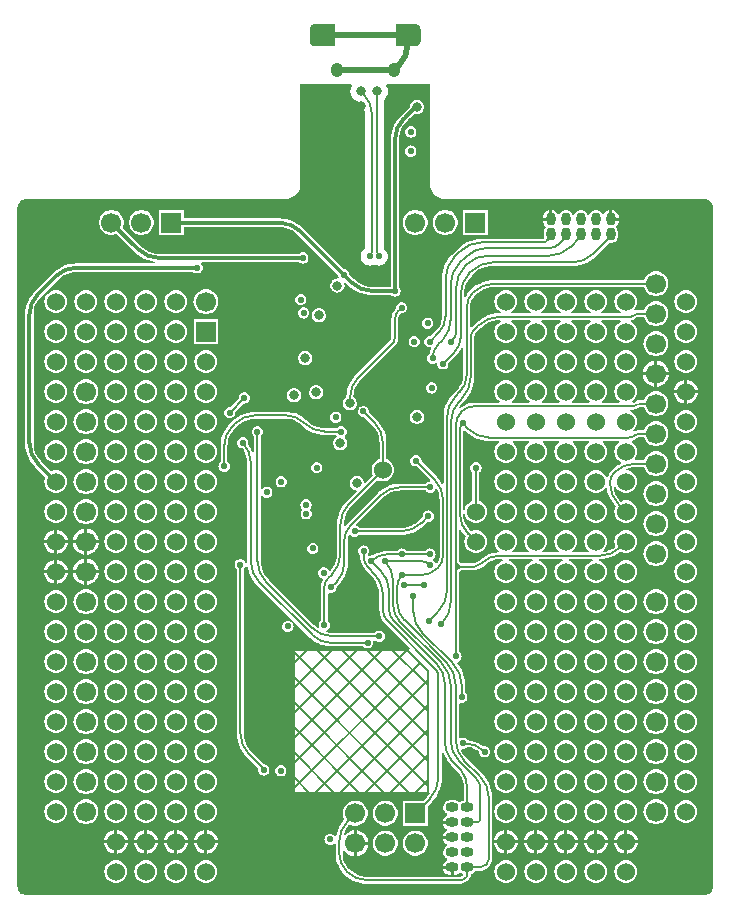
<source format=gbl>
%FSLAX43Y43*%
%MOMM*%
G71*
G01*
G75*
G04 Layer_Physical_Order=4*
G04 Layer_Color=16711680*
%ADD10C,0.175*%
%ADD11C,0.300*%
%ADD12C,0.175*%
%ADD13C,0.300*%
%ADD14C,0.180*%
%ADD15C,0.220*%
%ADD16C,0.200*%
%ADD17R,1.000X0.950*%
%ADD18C,0.400*%
%ADD19R,0.400X1.350*%
%ADD20R,1.000X2.250*%
%ADD21R,1.150X1.400*%
%ADD22R,0.300X0.850*%
%ADD23R,0.850X0.300*%
%ADD24R,5.200X5.200*%
%ADD25R,2.600X2.600*%
%ADD26R,0.230X0.480*%
%ADD27R,0.480X0.230*%
%ADD28R,1.050X0.650*%
%ADD29R,1.300X0.600*%
%ADD30R,1.200X1.200*%
%ADD31R,1.200X1.350*%
%ADD32R,0.800X0.650*%
%ADD33R,0.500X0.600*%
%ADD34R,0.950X1.000*%
%ADD35R,0.600X0.900*%
%ADD36R,0.900X0.600*%
%ADD37R,0.650X0.800*%
%ADD38C,0.150*%
%ADD39C,0.500*%
%ADD40R,0.900X0.300*%
%ADD41R,1.800X1.900*%
G04:AMPARAMS|DCode=42|XSize=1.05mm|YSize=1.25mm|CornerRadius=0.525mm|HoleSize=0mm|Usage=FLASHONLY|Rotation=180.000|XOffset=0mm|YOffset=0mm|HoleType=Round|Shape=RoundedRectangle|*
%AMROUNDEDRECTD42*
21,1,1.050,0.200,0,0,180.0*
21,1,0.000,1.250,0,0,180.0*
1,1,1.050,0.000,0.100*
1,1,1.050,0.000,0.100*
1,1,1.050,0.000,-0.100*
1,1,1.050,0.000,-0.100*
%
%ADD42ROUNDEDRECTD42*%
G04:AMPARAMS|DCode=43|XSize=2.1mm|YSize=1.9mm|CornerRadius=0.494mm|HoleSize=0mm|Usage=FLASHONLY|Rotation=180.000|XOffset=0mm|YOffset=0mm|HoleType=Round|Shape=RoundedRectangle|*
%AMROUNDEDRECTD43*
21,1,2.100,0.912,0,0,180.0*
21,1,1.112,1.900,0,0,180.0*
1,1,0.988,-0.556,0.456*
1,1,0.988,0.556,0.456*
1,1,0.988,0.556,-0.456*
1,1,0.988,-0.556,-0.456*
%
%ADD43ROUNDEDRECTD43*%
%ADD44R,1.700X1.700*%
%ADD45C,1.700*%
%ADD46R,1.700X1.700*%
%ADD47O,0.800X1.100*%
%ADD48O,1.100X0.800*%
%ADD49C,1.524*%
%ADD50C,3.600*%
%ADD51C,0.550*%
%ADD52C,0.800*%
%ADD53C,1.016*%
%ADD54C,0.100*%
%ADD55R,12.000X12.000*%
%ADD56O,1.250X1.450*%
%ADD57O,1.425X2.100*%
%ADD58C,1.600*%
%ADD59C,1.250*%
G04:AMPARAMS|DCode=60|XSize=2.174mm|YSize=2.174mm|CornerRadius=0mm|HoleSize=0mm|Usage=FLASHONLY|Rotation=0.000|XOffset=0mm|YOffset=0mm|HoleType=Round|Shape=Relief|Width=0.254mm|Gap=0.254mm|Entries=4|*
%AMTHD60*
7,0,0,2.174,1.666,0.254,45*
%
%ADD60THD60*%
G04:AMPARAMS|DCode=61|XSize=2.524mm|YSize=2.524mm|CornerRadius=0mm|HoleSize=0mm|Usage=FLASHONLY|Rotation=0.000|XOffset=0mm|YOffset=0mm|HoleType=Round|Shape=Relief|Width=0.254mm|Gap=0.254mm|Entries=4|*
%AMTHD61*
7,0,0,2.524,2.016,0.254,45*
%
%ADD61THD61*%
%ADD62C,3.300*%
%ADD63C,0.850*%
%ADD64C,1.000*%
G36*
X35495Y60759D02*
X35497Y60750D01*
X35512Y60562D01*
X35557Y60371D01*
X35633Y60189D01*
X35736Y60022D01*
X35863Y59872D01*
X36013Y59744D01*
X36181Y59641D01*
X36363Y59566D01*
X36554Y59520D01*
X36741Y59505D01*
X36750Y59504D01*
X58700D01*
X58712Y59506D01*
X58846Y59493D01*
X58986Y59450D01*
X59116Y59381D01*
X59229Y59288D01*
X59322Y59175D01*
X59392Y59045D01*
X59434Y58905D01*
X59447Y58770D01*
X59445Y58759D01*
Y1309D01*
X59447Y1297D01*
X59434Y1163D01*
X59392Y1022D01*
X59322Y893D01*
X59229Y779D01*
X59116Y686D01*
X58986Y617D01*
X58846Y574D01*
X58712Y561D01*
X58700Y564D01*
X1300D01*
X1288Y561D01*
X1154Y574D01*
X1014Y617D01*
X884Y686D01*
X771Y779D01*
X678Y893D01*
X608Y1022D01*
X566Y1163D01*
X553Y1297D01*
X555Y1309D01*
Y58759D01*
X553Y58770D01*
X566Y58905D01*
X608Y59045D01*
X678Y59175D01*
X771Y59288D01*
X884Y59381D01*
X1014Y59450D01*
X1154Y59493D01*
X1288Y59506D01*
X1300Y59504D01*
X23250D01*
X23259Y59505D01*
X23446Y59520D01*
X23637Y59566D01*
X23819Y59641D01*
X23987Y59744D01*
X24137Y59872D01*
X24264Y60022D01*
X24367Y60189D01*
X24442Y60371D01*
X24488Y60562D01*
X24503Y60750D01*
X24505Y60759D01*
Y69207D01*
X28826D01*
X28891Y69098D01*
X28814Y68955D01*
X28763Y68785D01*
X28746Y68609D01*
X28763Y68432D01*
X28814Y68263D01*
X28898Y68106D01*
X29011Y67969D01*
X29148Y67857D01*
X29304Y67773D01*
X29474Y67722D01*
X29650Y67704D01*
X29660Y67705D01*
X29733Y67596D01*
X29846Y67367D01*
X29928Y67126D01*
X29978Y66876D01*
X29993Y66634D01*
X29992Y66622D01*
Y55305D01*
X29967Y55292D01*
X29849Y55195D01*
X29753Y55077D01*
X29681Y54942D01*
X29636Y54796D01*
X29621Y54644D01*
X29636Y54492D01*
X29681Y54346D01*
X29753Y54211D01*
X29849Y54093D01*
X29967Y53997D01*
X30102Y53925D01*
X30248Y53880D01*
X30400Y53865D01*
X30552Y53880D01*
X30698Y53925D01*
X30775Y53966D01*
X30852Y53925D01*
X30998Y53880D01*
X31150Y53865D01*
X31302Y53880D01*
X31448Y53925D01*
X31583Y53997D01*
X31701Y54093D01*
X31798Y54211D01*
X31869Y54346D01*
X31914Y54492D01*
X31929Y54644D01*
X31914Y54796D01*
X31869Y54942D01*
X31798Y55077D01*
X31701Y55195D01*
X31583Y55292D01*
X31558Y55305D01*
Y67902D01*
X31639Y67969D01*
X31752Y68106D01*
X31836Y68263D01*
X31887Y68432D01*
X31904Y68609D01*
X31887Y68785D01*
X31836Y68955D01*
X31759Y69098D01*
X31824Y69207D01*
X35495D01*
Y60759D01*
D02*
G37*
G36*
X27400Y72434D02*
X25800D01*
X25752Y72438D01*
X25699Y72445D01*
X25646Y72460D01*
X25603Y72476D01*
X25561Y72496D01*
X25517Y72524D01*
X25479Y72553D01*
X25440Y72587D01*
X25411Y72623D01*
X25383Y72660D01*
X25359Y72701D01*
X25339Y72743D01*
X25323Y72785D01*
X25311Y72836D01*
X25304Y72881D01*
X25300Y72934D01*
Y73834D01*
X25304Y73889D01*
X25312Y73934D01*
X25324Y73984D01*
X25340Y74024D01*
X25353Y74057D01*
X25378Y74100D01*
X25404Y74137D01*
X25435Y74175D01*
X25480Y74216D01*
X25520Y74246D01*
X25566Y74275D01*
X25619Y74299D01*
X25706Y74325D01*
X25800Y74334D01*
X27400D01*
Y72434D01*
D02*
G37*
G36*
X34248Y74330D02*
X34301Y74323D01*
X34354Y74308D01*
X34397Y74292D01*
X34439Y74272D01*
X34483Y74244D01*
X34521Y74215D01*
X34560Y74181D01*
X34589Y74145D01*
X34617Y74108D01*
X34641Y74067D01*
X34661Y74025D01*
X34677Y73983D01*
X34689Y73932D01*
X34696Y73887D01*
X34700Y73834D01*
Y72934D01*
X34696Y72879D01*
X34688Y72834D01*
X34676Y72784D01*
X34660Y72744D01*
X34647Y72711D01*
X34622Y72668D01*
X34596Y72631D01*
X34565Y72593D01*
X34520Y72552D01*
X34480Y72522D01*
X34434Y72493D01*
X34381Y72469D01*
X34294Y72443D01*
X34200Y72434D01*
X32600D01*
Y74334D01*
X34200D01*
X34248Y74330D01*
D02*
G37*
%LPC*%
G36*
X13970Y16215D02*
X13781Y16197D01*
X13600Y16142D01*
X13433Y16052D01*
X13286Y15932D01*
X13166Y15786D01*
X13077Y15619D01*
X13022Y15437D01*
X13003Y15249D01*
X13022Y15060D01*
X13077Y14879D01*
X13166Y14712D01*
X13286Y14565D01*
X13433Y14445D01*
X13600Y14356D01*
X13781Y14301D01*
X13970Y14282D01*
X14159Y14301D01*
X14340Y14356D01*
X14507Y14445D01*
X14654Y14565D01*
X14774Y14712D01*
X14863Y14879D01*
X14918Y15060D01*
X14937Y15249D01*
X14918Y15437D01*
X14863Y15619D01*
X14774Y15786D01*
X14654Y15932D01*
X14507Y16052D01*
X14340Y16142D01*
X14159Y16197D01*
X13970Y16215D01*
D02*
G37*
G36*
X16510D02*
X16321Y16197D01*
X16140Y16142D01*
X15973Y16052D01*
X15826Y15932D01*
X15706Y15786D01*
X15617Y15619D01*
X15562Y15437D01*
X15543Y15249D01*
X15562Y15060D01*
X15617Y14879D01*
X15706Y14712D01*
X15826Y14565D01*
X15973Y14445D01*
X16140Y14356D01*
X16321Y14301D01*
X16510Y14282D01*
X16699Y14301D01*
X16880Y14356D01*
X17047Y14445D01*
X17194Y14565D01*
X17314Y14712D01*
X17403Y14879D01*
X17458Y15060D01*
X17477Y15249D01*
X17458Y15437D01*
X17403Y15619D01*
X17314Y15786D01*
X17194Y15932D01*
X17047Y16052D01*
X16880Y16142D01*
X16699Y16197D01*
X16510Y16215D01*
D02*
G37*
G36*
X41910D02*
X41721Y16197D01*
X41540Y16142D01*
X41373Y16052D01*
X41226Y15932D01*
X41106Y15786D01*
X41017Y15619D01*
X40962Y15437D01*
X40943Y15249D01*
X40962Y15060D01*
X41017Y14879D01*
X41106Y14712D01*
X41226Y14565D01*
X41373Y14445D01*
X41540Y14356D01*
X41721Y14301D01*
X41910Y14282D01*
X42099Y14301D01*
X42280Y14356D01*
X42447Y14445D01*
X42594Y14565D01*
X42714Y14712D01*
X42803Y14879D01*
X42858Y15060D01*
X42877Y15249D01*
X42858Y15437D01*
X42803Y15619D01*
X42714Y15786D01*
X42594Y15932D01*
X42447Y16052D01*
X42280Y16142D01*
X42099Y16197D01*
X41910Y16215D01*
D02*
G37*
G36*
X11430D02*
X11241Y16197D01*
X11060Y16142D01*
X10893Y16052D01*
X10746Y15932D01*
X10626Y15786D01*
X10537Y15619D01*
X10482Y15437D01*
X10463Y15249D01*
X10482Y15060D01*
X10537Y14879D01*
X10626Y14712D01*
X10746Y14565D01*
X10893Y14445D01*
X11060Y14356D01*
X11241Y14301D01*
X11430Y14282D01*
X11619Y14301D01*
X11800Y14356D01*
X11967Y14445D01*
X12114Y14565D01*
X12234Y14712D01*
X12323Y14879D01*
X12378Y15060D01*
X12397Y15249D01*
X12378Y15437D01*
X12323Y15619D01*
X12234Y15786D01*
X12114Y15932D01*
X11967Y16052D01*
X11800Y16142D01*
X11619Y16197D01*
X11430Y16215D01*
D02*
G37*
G36*
X54610Y16302D02*
X54445Y16289D01*
X54285Y16250D01*
X54132Y16187D01*
X53991Y16101D01*
X53865Y15993D01*
X53758Y15868D01*
X53672Y15727D01*
X53608Y15574D01*
X53570Y15413D01*
X53557Y15249D01*
X53570Y15084D01*
X53608Y14923D01*
X53672Y14770D01*
X53758Y14630D01*
X53865Y14504D01*
X53991Y14397D01*
X54132Y14310D01*
X54285Y14247D01*
X54445Y14208D01*
X54610Y14195D01*
X54775Y14208D01*
X54935Y14247D01*
X55088Y14310D01*
X55229Y14397D01*
X55355Y14504D01*
X55462Y14630D01*
X55548Y14770D01*
X55612Y14923D01*
X55650Y15084D01*
X55663Y15249D01*
X55650Y15413D01*
X55612Y15574D01*
X55548Y15727D01*
X55462Y15868D01*
X55355Y15993D01*
X55229Y16101D01*
X55088Y16187D01*
X54935Y16250D01*
X54775Y16289D01*
X54610Y16302D01*
D02*
G37*
G36*
X6350D02*
X6185Y16289D01*
X6025Y16250D01*
X5872Y16187D01*
X5731Y16101D01*
X5605Y15993D01*
X5498Y15868D01*
X5412Y15727D01*
X5348Y15574D01*
X5310Y15413D01*
X5297Y15249D01*
X5310Y15084D01*
X5348Y14923D01*
X5412Y14770D01*
X5498Y14630D01*
X5605Y14504D01*
X5731Y14397D01*
X5872Y14310D01*
X6025Y14247D01*
X6185Y14208D01*
X6350Y14195D01*
X6515Y14208D01*
X6675Y14247D01*
X6828Y14310D01*
X6969Y14397D01*
X7095Y14504D01*
X7202Y14630D01*
X7288Y14770D01*
X7352Y14923D01*
X7390Y15084D01*
X7403Y15249D01*
X7390Y15413D01*
X7352Y15574D01*
X7288Y15727D01*
X7202Y15868D01*
X7095Y15993D01*
X6969Y16101D01*
X6828Y16187D01*
X6675Y16250D01*
X6515Y16289D01*
X6350Y16302D01*
D02*
G37*
G36*
X8890Y16215D02*
X8701Y16197D01*
X8520Y16142D01*
X8353Y16052D01*
X8206Y15932D01*
X8086Y15786D01*
X7997Y15619D01*
X7942Y15437D01*
X7923Y15249D01*
X7942Y15060D01*
X7997Y14879D01*
X8086Y14712D01*
X8206Y14565D01*
X8353Y14445D01*
X8520Y14356D01*
X8701Y14301D01*
X8890Y14282D01*
X9079Y14301D01*
X9260Y14356D01*
X9427Y14445D01*
X9574Y14565D01*
X9694Y14712D01*
X9783Y14879D01*
X9838Y15060D01*
X9857Y15249D01*
X9838Y15437D01*
X9783Y15619D01*
X9694Y15786D01*
X9574Y15932D01*
X9427Y16052D01*
X9260Y16142D01*
X9079Y16197D01*
X8890Y16215D01*
D02*
G37*
G36*
X3810D02*
X3621Y16197D01*
X3440Y16142D01*
X3273Y16052D01*
X3126Y15932D01*
X3006Y15786D01*
X2917Y15619D01*
X2862Y15437D01*
X2843Y15249D01*
X2862Y15060D01*
X2917Y14879D01*
X3006Y14712D01*
X3126Y14565D01*
X3273Y14445D01*
X3440Y14356D01*
X3621Y14301D01*
X3810Y14282D01*
X3999Y14301D01*
X4180Y14356D01*
X4347Y14445D01*
X4494Y14565D01*
X4614Y14712D01*
X4703Y14879D01*
X4758Y15060D01*
X4777Y15249D01*
X4758Y15437D01*
X4703Y15619D01*
X4614Y15786D01*
X4494Y15932D01*
X4347Y16052D01*
X4180Y16142D01*
X3999Y16197D01*
X3810Y16215D01*
D02*
G37*
G36*
X44450D02*
X44261Y16197D01*
X44080Y16142D01*
X43913Y16052D01*
X43766Y15932D01*
X43646Y15786D01*
X43557Y15619D01*
X43502Y15437D01*
X43483Y15249D01*
X43502Y15060D01*
X43557Y14879D01*
X43646Y14712D01*
X43766Y14565D01*
X43913Y14445D01*
X44080Y14356D01*
X44261Y14301D01*
X44450Y14282D01*
X44639Y14301D01*
X44820Y14356D01*
X44987Y14445D01*
X45134Y14565D01*
X45254Y14712D01*
X45343Y14879D01*
X45398Y15060D01*
X45417Y15249D01*
X45398Y15437D01*
X45343Y15619D01*
X45254Y15786D01*
X45134Y15932D01*
X44987Y16052D01*
X44820Y16142D01*
X44639Y16197D01*
X44450Y16215D01*
D02*
G37*
G36*
X3810Y18755D02*
X3621Y18737D01*
X3440Y18682D01*
X3273Y18592D01*
X3126Y18472D01*
X3006Y18326D01*
X2917Y18159D01*
X2862Y17977D01*
X2843Y17789D01*
X2862Y17600D01*
X2917Y17419D01*
X3006Y17252D01*
X3126Y17105D01*
X3273Y16985D01*
X3440Y16896D01*
X3621Y16841D01*
X3810Y16822D01*
X3999Y16841D01*
X4180Y16896D01*
X4347Y16985D01*
X4494Y17105D01*
X4614Y17252D01*
X4703Y17419D01*
X4758Y17600D01*
X4777Y17789D01*
X4758Y17977D01*
X4703Y18159D01*
X4614Y18326D01*
X4494Y18472D01*
X4347Y18592D01*
X4180Y18682D01*
X3999Y18737D01*
X3810Y18755D01*
D02*
G37*
G36*
X54610Y18842D02*
X54445Y18829D01*
X54285Y18790D01*
X54132Y18727D01*
X53991Y18641D01*
X53865Y18533D01*
X53758Y18408D01*
X53672Y18267D01*
X53608Y18114D01*
X53570Y17953D01*
X53557Y17789D01*
X53570Y17624D01*
X53608Y17463D01*
X53672Y17310D01*
X53758Y17170D01*
X53865Y17044D01*
X53991Y16937D01*
X54132Y16850D01*
X54285Y16787D01*
X54445Y16748D01*
X54610Y16735D01*
X54775Y16748D01*
X54935Y16787D01*
X55088Y16850D01*
X55229Y16937D01*
X55355Y17044D01*
X55462Y17170D01*
X55548Y17310D01*
X55612Y17463D01*
X55650Y17624D01*
X55663Y17789D01*
X55650Y17953D01*
X55612Y18114D01*
X55548Y18267D01*
X55462Y18408D01*
X55355Y18533D01*
X55229Y18641D01*
X55088Y18727D01*
X54935Y18790D01*
X54775Y18829D01*
X54610Y18842D01*
D02*
G37*
G36*
X11430Y18755D02*
X11241Y18737D01*
X11060Y18682D01*
X10893Y18592D01*
X10746Y18472D01*
X10626Y18326D01*
X10537Y18159D01*
X10482Y17977D01*
X10463Y17789D01*
X10482Y17600D01*
X10537Y17419D01*
X10626Y17252D01*
X10746Y17105D01*
X10893Y16985D01*
X11060Y16896D01*
X11241Y16841D01*
X11430Y16822D01*
X11619Y16841D01*
X11800Y16896D01*
X11967Y16985D01*
X12114Y17105D01*
X12234Y17252D01*
X12323Y17419D01*
X12378Y17600D01*
X12397Y17789D01*
X12378Y17977D01*
X12323Y18159D01*
X12234Y18326D01*
X12114Y18472D01*
X11967Y18592D01*
X11800Y18682D01*
X11619Y18737D01*
X11430Y18755D01*
D02*
G37*
G36*
X8890D02*
X8701Y18737D01*
X8520Y18682D01*
X8353Y18592D01*
X8206Y18472D01*
X8086Y18326D01*
X7997Y18159D01*
X7942Y17977D01*
X7923Y17789D01*
X7942Y17600D01*
X7997Y17419D01*
X8086Y17252D01*
X8206Y17105D01*
X8353Y16985D01*
X8520Y16896D01*
X8701Y16841D01*
X8890Y16822D01*
X9079Y16841D01*
X9260Y16896D01*
X9427Y16985D01*
X9574Y17105D01*
X9694Y17252D01*
X9783Y17419D01*
X9838Y17600D01*
X9857Y17789D01*
X9838Y17977D01*
X9783Y18159D01*
X9694Y18326D01*
X9574Y18472D01*
X9427Y18592D01*
X9260Y18682D01*
X9079Y18737D01*
X8890Y18755D01*
D02*
G37*
G36*
X6350Y18842D02*
X6185Y18829D01*
X6025Y18790D01*
X5872Y18727D01*
X5731Y18641D01*
X5605Y18533D01*
X5498Y18408D01*
X5412Y18267D01*
X5348Y18114D01*
X5310Y17953D01*
X5297Y17789D01*
X5310Y17624D01*
X5348Y17463D01*
X5412Y17310D01*
X5498Y17170D01*
X5605Y17044D01*
X5731Y16937D01*
X5872Y16850D01*
X6025Y16787D01*
X6185Y16748D01*
X6350Y16735D01*
X6515Y16748D01*
X6675Y16787D01*
X6828Y16850D01*
X6969Y16937D01*
X7095Y17044D01*
X7202Y17170D01*
X7288Y17310D01*
X7352Y17463D01*
X7390Y17624D01*
X7403Y17789D01*
X7390Y17953D01*
X7352Y18114D01*
X7288Y18267D01*
X7202Y18408D01*
X7095Y18533D01*
X6969Y18641D01*
X6828Y18727D01*
X6675Y18790D01*
X6515Y18829D01*
X6350Y18842D01*
D02*
G37*
G36*
X49530Y16215D02*
X49341Y16197D01*
X49160Y16142D01*
X48993Y16052D01*
X48846Y15932D01*
X48726Y15786D01*
X48637Y15619D01*
X48582Y15437D01*
X48563Y15249D01*
X48582Y15060D01*
X48637Y14879D01*
X48726Y14712D01*
X48846Y14565D01*
X48993Y14445D01*
X49160Y14356D01*
X49341Y14301D01*
X49530Y14282D01*
X49719Y14301D01*
X49900Y14356D01*
X50067Y14445D01*
X50214Y14565D01*
X50334Y14712D01*
X50423Y14879D01*
X50478Y15060D01*
X50497Y15249D01*
X50478Y15437D01*
X50423Y15619D01*
X50334Y15786D01*
X50214Y15932D01*
X50067Y16052D01*
X49900Y16142D01*
X49719Y16197D01*
X49530Y16215D01*
D02*
G37*
G36*
X46990D02*
X46801Y16197D01*
X46620Y16142D01*
X46453Y16052D01*
X46306Y15932D01*
X46186Y15786D01*
X46097Y15619D01*
X46042Y15437D01*
X46023Y15249D01*
X46042Y15060D01*
X46097Y14879D01*
X46186Y14712D01*
X46306Y14565D01*
X46453Y14445D01*
X46620Y14356D01*
X46801Y14301D01*
X46990Y14282D01*
X47179Y14301D01*
X47360Y14356D01*
X47527Y14445D01*
X47674Y14565D01*
X47794Y14712D01*
X47883Y14879D01*
X47938Y15060D01*
X47957Y15249D01*
X47938Y15437D01*
X47883Y15619D01*
X47794Y15786D01*
X47674Y15932D01*
X47527Y16052D01*
X47360Y16142D01*
X47179Y16197D01*
X46990Y16215D01*
D02*
G37*
G36*
X57150D02*
X56961Y16197D01*
X56780Y16142D01*
X56613Y16052D01*
X56466Y15932D01*
X56346Y15786D01*
X56257Y15619D01*
X56202Y15437D01*
X56183Y15249D01*
X56202Y15060D01*
X56257Y14879D01*
X56346Y14712D01*
X56466Y14565D01*
X56613Y14445D01*
X56780Y14356D01*
X56961Y14301D01*
X57150Y14282D01*
X57339Y14301D01*
X57520Y14356D01*
X57687Y14445D01*
X57834Y14565D01*
X57954Y14712D01*
X58043Y14879D01*
X58098Y15060D01*
X58117Y15249D01*
X58098Y15437D01*
X58043Y15619D01*
X57954Y15786D01*
X57834Y15932D01*
X57687Y16052D01*
X57520Y16142D01*
X57339Y16197D01*
X57150Y16215D01*
D02*
G37*
G36*
X52070D02*
X51881Y16197D01*
X51700Y16142D01*
X51533Y16052D01*
X51386Y15932D01*
X51266Y15786D01*
X51177Y15619D01*
X51122Y15437D01*
X51103Y15249D01*
X51122Y15060D01*
X51177Y14879D01*
X51266Y14712D01*
X51386Y14565D01*
X51533Y14445D01*
X51700Y14356D01*
X51881Y14301D01*
X52070Y14282D01*
X52259Y14301D01*
X52440Y14356D01*
X52607Y14445D01*
X52754Y14565D01*
X52874Y14712D01*
X52963Y14879D01*
X53018Y15060D01*
X53037Y15249D01*
X53018Y15437D01*
X52963Y15619D01*
X52874Y15786D01*
X52754Y15932D01*
X52607Y16052D01*
X52440Y16142D01*
X52259Y16197D01*
X52070Y16215D01*
D02*
G37*
G36*
X54610Y13762D02*
X54445Y13749D01*
X54285Y13710D01*
X54132Y13647D01*
X53991Y13561D01*
X53865Y13453D01*
X53758Y13328D01*
X53672Y13187D01*
X53608Y13034D01*
X53570Y12873D01*
X53557Y12709D01*
X53570Y12544D01*
X53608Y12383D01*
X53672Y12230D01*
X53758Y12090D01*
X53865Y11964D01*
X53991Y11857D01*
X54132Y11770D01*
X54285Y11707D01*
X54445Y11668D01*
X54610Y11655D01*
X54775Y11668D01*
X54935Y11707D01*
X55088Y11770D01*
X55229Y11857D01*
X55355Y11964D01*
X55462Y12090D01*
X55548Y12230D01*
X55612Y12383D01*
X55650Y12544D01*
X55663Y12709D01*
X55650Y12873D01*
X55612Y13034D01*
X55548Y13187D01*
X55462Y13328D01*
X55355Y13453D01*
X55229Y13561D01*
X55088Y13647D01*
X54935Y13710D01*
X54775Y13749D01*
X54610Y13762D01*
D02*
G37*
G36*
X6350D02*
X6185Y13749D01*
X6025Y13710D01*
X5872Y13647D01*
X5731Y13561D01*
X5605Y13453D01*
X5498Y13328D01*
X5412Y13187D01*
X5348Y13034D01*
X5310Y12873D01*
X5297Y12709D01*
X5310Y12544D01*
X5348Y12383D01*
X5412Y12230D01*
X5498Y12090D01*
X5605Y11964D01*
X5731Y11857D01*
X5872Y11770D01*
X6025Y11707D01*
X6185Y11668D01*
X6350Y11655D01*
X6515Y11668D01*
X6675Y11707D01*
X6828Y11770D01*
X6969Y11857D01*
X7095Y11964D01*
X7202Y12090D01*
X7288Y12230D01*
X7352Y12383D01*
X7390Y12544D01*
X7403Y12709D01*
X7390Y12873D01*
X7352Y13034D01*
X7288Y13187D01*
X7202Y13328D01*
X7095Y13453D01*
X6969Y13561D01*
X6828Y13647D01*
X6675Y13710D01*
X6515Y13749D01*
X6350Y13762D01*
D02*
G37*
G36*
X8890Y13675D02*
X8701Y13657D01*
X8520Y13602D01*
X8353Y13512D01*
X8206Y13392D01*
X8086Y13246D01*
X7997Y13079D01*
X7942Y12897D01*
X7923Y12709D01*
X7942Y12520D01*
X7997Y12339D01*
X8086Y12172D01*
X8206Y12025D01*
X8353Y11905D01*
X8520Y11816D01*
X8701Y11761D01*
X8890Y11742D01*
X9079Y11761D01*
X9260Y11816D01*
X9427Y11905D01*
X9574Y12025D01*
X9694Y12172D01*
X9783Y12339D01*
X9838Y12520D01*
X9857Y12709D01*
X9838Y12897D01*
X9783Y13079D01*
X9694Y13246D01*
X9574Y13392D01*
X9427Y13512D01*
X9260Y13602D01*
X9079Y13657D01*
X8890Y13675D01*
D02*
G37*
G36*
X3810D02*
X3621Y13657D01*
X3440Y13602D01*
X3273Y13512D01*
X3126Y13392D01*
X3006Y13246D01*
X2917Y13079D01*
X2862Y12897D01*
X2843Y12709D01*
X2862Y12520D01*
X2917Y12339D01*
X3006Y12172D01*
X3126Y12025D01*
X3273Y11905D01*
X3440Y11816D01*
X3621Y11761D01*
X3810Y11742D01*
X3999Y11761D01*
X4180Y11816D01*
X4347Y11905D01*
X4494Y12025D01*
X4614Y12172D01*
X4703Y12339D01*
X4758Y12520D01*
X4777Y12709D01*
X4758Y12897D01*
X4703Y13079D01*
X4614Y13246D01*
X4494Y13392D01*
X4347Y13512D01*
X4180Y13602D01*
X3999Y13657D01*
X3810Y13675D01*
D02*
G37*
G36*
X22850Y11578D02*
X22726Y11562D01*
X22610Y11514D01*
X22511Y11438D01*
X22435Y11339D01*
X22387Y11223D01*
X22371Y11099D01*
X22387Y10975D01*
X22435Y10859D01*
X22511Y10760D01*
X22610Y10684D01*
X22726Y10636D01*
X22850Y10620D01*
X22974Y10636D01*
X23090Y10684D01*
X23189Y10760D01*
X23265Y10859D01*
X23313Y10975D01*
X23329Y11099D01*
X23313Y11223D01*
X23265Y11339D01*
X23189Y11438D01*
X23090Y11514D01*
X22974Y11562D01*
X22850Y11578D01*
D02*
G37*
G36*
X49530Y11135D02*
X49341Y11117D01*
X49160Y11062D01*
X48993Y10972D01*
X48846Y10852D01*
X48726Y10706D01*
X48637Y10539D01*
X48582Y10357D01*
X48563Y10169D01*
X48582Y9980D01*
X48637Y9799D01*
X48726Y9632D01*
X48846Y9485D01*
X48993Y9365D01*
X49160Y9276D01*
X49341Y9221D01*
X49530Y9202D01*
X49719Y9221D01*
X49900Y9276D01*
X50067Y9365D01*
X50214Y9485D01*
X50334Y9632D01*
X50423Y9799D01*
X50478Y9980D01*
X50497Y10169D01*
X50478Y10357D01*
X50423Y10539D01*
X50334Y10706D01*
X50214Y10852D01*
X50067Y10972D01*
X49900Y11062D01*
X49719Y11117D01*
X49530Y11135D01*
D02*
G37*
G36*
X46990D02*
X46801Y11117D01*
X46620Y11062D01*
X46453Y10972D01*
X46306Y10852D01*
X46186Y10706D01*
X46097Y10539D01*
X46042Y10357D01*
X46023Y10169D01*
X46042Y9980D01*
X46097Y9799D01*
X46186Y9632D01*
X46306Y9485D01*
X46453Y9365D01*
X46620Y9276D01*
X46801Y9221D01*
X46990Y9202D01*
X47179Y9221D01*
X47360Y9276D01*
X47527Y9365D01*
X47674Y9485D01*
X47794Y9632D01*
X47883Y9799D01*
X47938Y9980D01*
X47957Y10169D01*
X47938Y10357D01*
X47883Y10539D01*
X47794Y10706D01*
X47674Y10852D01*
X47527Y10972D01*
X47360Y11062D01*
X47179Y11117D01*
X46990Y11135D01*
D02*
G37*
G36*
X57150D02*
X56961Y11117D01*
X56780Y11062D01*
X56613Y10972D01*
X56466Y10852D01*
X56346Y10706D01*
X56257Y10539D01*
X56202Y10357D01*
X56183Y10169D01*
X56202Y9980D01*
X56257Y9799D01*
X56346Y9632D01*
X56466Y9485D01*
X56613Y9365D01*
X56780Y9276D01*
X56961Y9221D01*
X57150Y9202D01*
X57339Y9221D01*
X57520Y9276D01*
X57687Y9365D01*
X57834Y9485D01*
X57954Y9632D01*
X58043Y9799D01*
X58098Y9980D01*
X58117Y10169D01*
X58098Y10357D01*
X58043Y10539D01*
X57954Y10706D01*
X57834Y10852D01*
X57687Y10972D01*
X57520Y11062D01*
X57339Y11117D01*
X57150Y11135D01*
D02*
G37*
G36*
X52070D02*
X51881Y11117D01*
X51700Y11062D01*
X51533Y10972D01*
X51386Y10852D01*
X51266Y10706D01*
X51177Y10539D01*
X51122Y10357D01*
X51103Y10169D01*
X51122Y9980D01*
X51177Y9799D01*
X51266Y9632D01*
X51386Y9485D01*
X51533Y9365D01*
X51700Y9276D01*
X51881Y9221D01*
X52070Y9202D01*
X52259Y9221D01*
X52440Y9276D01*
X52607Y9365D01*
X52754Y9485D01*
X52874Y9632D01*
X52963Y9799D01*
X53018Y9980D01*
X53037Y10169D01*
X53018Y10357D01*
X52963Y10539D01*
X52874Y10706D01*
X52754Y10852D01*
X52607Y10972D01*
X52440Y11062D01*
X52259Y11117D01*
X52070Y11135D01*
D02*
G37*
G36*
X49530Y13675D02*
X49341Y13657D01*
X49160Y13602D01*
X48993Y13512D01*
X48846Y13392D01*
X48726Y13246D01*
X48637Y13079D01*
X48582Y12897D01*
X48563Y12709D01*
X48582Y12520D01*
X48637Y12339D01*
X48726Y12172D01*
X48846Y12025D01*
X48993Y11905D01*
X49160Y11816D01*
X49341Y11761D01*
X49530Y11742D01*
X49719Y11761D01*
X49900Y11816D01*
X50067Y11905D01*
X50214Y12025D01*
X50334Y12172D01*
X50423Y12339D01*
X50478Y12520D01*
X50497Y12709D01*
X50478Y12897D01*
X50423Y13079D01*
X50334Y13246D01*
X50214Y13392D01*
X50067Y13512D01*
X49900Y13602D01*
X49719Y13657D01*
X49530Y13675D01*
D02*
G37*
G36*
X46990D02*
X46801Y13657D01*
X46620Y13602D01*
X46453Y13512D01*
X46306Y13392D01*
X46186Y13246D01*
X46097Y13079D01*
X46042Y12897D01*
X46023Y12709D01*
X46042Y12520D01*
X46097Y12339D01*
X46186Y12172D01*
X46306Y12025D01*
X46453Y11905D01*
X46620Y11816D01*
X46801Y11761D01*
X46990Y11742D01*
X47179Y11761D01*
X47360Y11816D01*
X47527Y11905D01*
X47674Y12025D01*
X47794Y12172D01*
X47883Y12339D01*
X47938Y12520D01*
X47957Y12709D01*
X47938Y12897D01*
X47883Y13079D01*
X47794Y13246D01*
X47674Y13392D01*
X47527Y13512D01*
X47360Y13602D01*
X47179Y13657D01*
X46990Y13675D01*
D02*
G37*
G36*
X57150D02*
X56961Y13657D01*
X56780Y13602D01*
X56613Y13512D01*
X56466Y13392D01*
X56346Y13246D01*
X56257Y13079D01*
X56202Y12897D01*
X56183Y12709D01*
X56202Y12520D01*
X56257Y12339D01*
X56346Y12172D01*
X56466Y12025D01*
X56613Y11905D01*
X56780Y11816D01*
X56961Y11761D01*
X57150Y11742D01*
X57339Y11761D01*
X57520Y11816D01*
X57687Y11905D01*
X57834Y12025D01*
X57954Y12172D01*
X58043Y12339D01*
X58098Y12520D01*
X58117Y12709D01*
X58098Y12897D01*
X58043Y13079D01*
X57954Y13246D01*
X57834Y13392D01*
X57687Y13512D01*
X57520Y13602D01*
X57339Y13657D01*
X57150Y13675D01*
D02*
G37*
G36*
X52070D02*
X51881Y13657D01*
X51700Y13602D01*
X51533Y13512D01*
X51386Y13392D01*
X51266Y13246D01*
X51177Y13079D01*
X51122Y12897D01*
X51103Y12709D01*
X51122Y12520D01*
X51177Y12339D01*
X51266Y12172D01*
X51386Y12025D01*
X51533Y11905D01*
X51700Y11816D01*
X51881Y11761D01*
X52070Y11742D01*
X52259Y11761D01*
X52440Y11816D01*
X52607Y11905D01*
X52754Y12025D01*
X52874Y12172D01*
X52963Y12339D01*
X53018Y12520D01*
X53037Y12709D01*
X53018Y12897D01*
X52963Y13079D01*
X52874Y13246D01*
X52754Y13392D01*
X52607Y13512D01*
X52440Y13602D01*
X52259Y13657D01*
X52070Y13675D01*
D02*
G37*
G36*
X44450D02*
X44261Y13657D01*
X44080Y13602D01*
X43913Y13512D01*
X43766Y13392D01*
X43646Y13246D01*
X43557Y13079D01*
X43502Y12897D01*
X43483Y12709D01*
X43502Y12520D01*
X43557Y12339D01*
X43646Y12172D01*
X43766Y12025D01*
X43913Y11905D01*
X44080Y11816D01*
X44261Y11761D01*
X44450Y11742D01*
X44639Y11761D01*
X44820Y11816D01*
X44987Y11905D01*
X45134Y12025D01*
X45254Y12172D01*
X45343Y12339D01*
X45398Y12520D01*
X45417Y12709D01*
X45398Y12897D01*
X45343Y13079D01*
X45254Y13246D01*
X45134Y13392D01*
X44987Y13512D01*
X44820Y13602D01*
X44639Y13657D01*
X44450Y13675D01*
D02*
G37*
G36*
X13970D02*
X13781Y13657D01*
X13600Y13602D01*
X13433Y13512D01*
X13286Y13392D01*
X13166Y13246D01*
X13077Y13079D01*
X13022Y12897D01*
X13003Y12709D01*
X13022Y12520D01*
X13077Y12339D01*
X13166Y12172D01*
X13286Y12025D01*
X13433Y11905D01*
X13600Y11816D01*
X13781Y11761D01*
X13970Y11742D01*
X14159Y11761D01*
X14340Y11816D01*
X14507Y11905D01*
X14654Y12025D01*
X14774Y12172D01*
X14863Y12339D01*
X14918Y12520D01*
X14937Y12709D01*
X14918Y12897D01*
X14863Y13079D01*
X14774Y13246D01*
X14654Y13392D01*
X14507Y13512D01*
X14340Y13602D01*
X14159Y13657D01*
X13970Y13675D01*
D02*
G37*
G36*
X11430D02*
X11241Y13657D01*
X11060Y13602D01*
X10893Y13512D01*
X10746Y13392D01*
X10626Y13246D01*
X10537Y13079D01*
X10482Y12897D01*
X10463Y12709D01*
X10482Y12520D01*
X10537Y12339D01*
X10626Y12172D01*
X10746Y12025D01*
X10893Y11905D01*
X11060Y11816D01*
X11241Y11761D01*
X11430Y11742D01*
X11619Y11761D01*
X11800Y11816D01*
X11967Y11905D01*
X12114Y12025D01*
X12234Y12172D01*
X12323Y12339D01*
X12378Y12520D01*
X12397Y12709D01*
X12378Y12897D01*
X12323Y13079D01*
X12234Y13246D01*
X12114Y13392D01*
X11967Y13512D01*
X11800Y13602D01*
X11619Y13657D01*
X11430Y13675D01*
D02*
G37*
G36*
X41910D02*
X41721Y13657D01*
X41540Y13602D01*
X41373Y13512D01*
X41226Y13392D01*
X41106Y13246D01*
X41017Y13079D01*
X40962Y12897D01*
X40943Y12709D01*
X40962Y12520D01*
X41017Y12339D01*
X41106Y12172D01*
X41226Y12025D01*
X41373Y11905D01*
X41540Y11816D01*
X41721Y11761D01*
X41910Y11742D01*
X42099Y11761D01*
X42280Y11816D01*
X42447Y11905D01*
X42594Y12025D01*
X42714Y12172D01*
X42803Y12339D01*
X42858Y12520D01*
X42877Y12709D01*
X42858Y12897D01*
X42803Y13079D01*
X42714Y13246D01*
X42594Y13392D01*
X42447Y13512D01*
X42280Y13602D01*
X42099Y13657D01*
X41910Y13675D01*
D02*
G37*
G36*
X16510D02*
X16321Y13657D01*
X16140Y13602D01*
X15973Y13512D01*
X15826Y13392D01*
X15706Y13246D01*
X15617Y13079D01*
X15562Y12897D01*
X15543Y12709D01*
X15562Y12520D01*
X15617Y12339D01*
X15706Y12172D01*
X15826Y12025D01*
X15973Y11905D01*
X16140Y11816D01*
X16321Y11761D01*
X16510Y11742D01*
X16699Y11761D01*
X16880Y11816D01*
X17047Y11905D01*
X17194Y12025D01*
X17314Y12172D01*
X17403Y12339D01*
X17458Y12520D01*
X17477Y12709D01*
X17458Y12897D01*
X17403Y13079D01*
X17314Y13246D01*
X17194Y13392D01*
X17047Y13512D01*
X16880Y13602D01*
X16699Y13657D01*
X16510Y13675D01*
D02*
G37*
G36*
X8890Y23835D02*
X8701Y23817D01*
X8520Y23762D01*
X8353Y23672D01*
X8206Y23552D01*
X8086Y23406D01*
X7997Y23239D01*
X7942Y23057D01*
X7923Y22869D01*
X7942Y22680D01*
X7997Y22499D01*
X8086Y22332D01*
X8206Y22185D01*
X8353Y22065D01*
X8520Y21976D01*
X8701Y21921D01*
X8890Y21902D01*
X9079Y21921D01*
X9260Y21976D01*
X9427Y22065D01*
X9574Y22185D01*
X9694Y22332D01*
X9783Y22499D01*
X9838Y22680D01*
X9857Y22869D01*
X9838Y23057D01*
X9783Y23239D01*
X9694Y23406D01*
X9574Y23552D01*
X9427Y23672D01*
X9260Y23762D01*
X9079Y23817D01*
X8890Y23835D01*
D02*
G37*
G36*
X6350D02*
X6161Y23817D01*
X5980Y23762D01*
X5813Y23672D01*
X5666Y23552D01*
X5546Y23406D01*
X5457Y23239D01*
X5402Y23057D01*
X5383Y22869D01*
X5402Y22680D01*
X5457Y22499D01*
X5546Y22332D01*
X5666Y22185D01*
X5813Y22065D01*
X5980Y21976D01*
X6161Y21921D01*
X6350Y21902D01*
X6539Y21921D01*
X6720Y21976D01*
X6887Y22065D01*
X7034Y22185D01*
X7154Y22332D01*
X7243Y22499D01*
X7298Y22680D01*
X7317Y22869D01*
X7298Y23057D01*
X7243Y23239D01*
X7154Y23406D01*
X7034Y23552D01*
X6887Y23672D01*
X6720Y23762D01*
X6539Y23817D01*
X6350Y23835D01*
D02*
G37*
G36*
X13970D02*
X13781Y23817D01*
X13600Y23762D01*
X13433Y23672D01*
X13286Y23552D01*
X13166Y23406D01*
X13077Y23239D01*
X13022Y23057D01*
X13003Y22869D01*
X13022Y22680D01*
X13077Y22499D01*
X13166Y22332D01*
X13286Y22185D01*
X13433Y22065D01*
X13600Y21976D01*
X13781Y21921D01*
X13970Y21902D01*
X14159Y21921D01*
X14340Y21976D01*
X14507Y22065D01*
X14654Y22185D01*
X14774Y22332D01*
X14863Y22499D01*
X14918Y22680D01*
X14937Y22869D01*
X14918Y23057D01*
X14863Y23239D01*
X14774Y23406D01*
X14654Y23552D01*
X14507Y23672D01*
X14340Y23762D01*
X14159Y23817D01*
X13970Y23835D01*
D02*
G37*
G36*
X11430D02*
X11241Y23817D01*
X11060Y23762D01*
X10893Y23672D01*
X10746Y23552D01*
X10626Y23406D01*
X10537Y23239D01*
X10482Y23057D01*
X10463Y22869D01*
X10482Y22680D01*
X10537Y22499D01*
X10626Y22332D01*
X10746Y22185D01*
X10893Y22065D01*
X11060Y21976D01*
X11241Y21921D01*
X11430Y21902D01*
X11619Y21921D01*
X11800Y21976D01*
X11967Y22065D01*
X12114Y22185D01*
X12234Y22332D01*
X12323Y22499D01*
X12378Y22680D01*
X12397Y22869D01*
X12378Y23057D01*
X12323Y23239D01*
X12234Y23406D01*
X12114Y23552D01*
X11967Y23672D01*
X11800Y23762D01*
X11619Y23817D01*
X11430Y23835D01*
D02*
G37*
G36*
X3810D02*
X3621Y23817D01*
X3440Y23762D01*
X3273Y23672D01*
X3126Y23552D01*
X3006Y23406D01*
X2917Y23239D01*
X2862Y23057D01*
X2843Y22869D01*
X2862Y22680D01*
X2917Y22499D01*
X3006Y22332D01*
X3126Y22185D01*
X3273Y22065D01*
X3440Y21976D01*
X3621Y21921D01*
X3810Y21902D01*
X3999Y21921D01*
X4180Y21976D01*
X4347Y22065D01*
X4494Y22185D01*
X4614Y22332D01*
X4703Y22499D01*
X4758Y22680D01*
X4777Y22869D01*
X4758Y23057D01*
X4703Y23239D01*
X4614Y23406D01*
X4494Y23552D01*
X4347Y23672D01*
X4180Y23762D01*
X3999Y23817D01*
X3810Y23835D01*
D02*
G37*
G36*
X52070Y21295D02*
X51881Y21277D01*
X51700Y21222D01*
X51533Y21132D01*
X51386Y21012D01*
X51266Y20866D01*
X51177Y20699D01*
X51122Y20517D01*
X51103Y20329D01*
X51122Y20140D01*
X51177Y19959D01*
X51266Y19792D01*
X51386Y19645D01*
X51533Y19525D01*
X51700Y19436D01*
X51881Y19381D01*
X52070Y19362D01*
X52259Y19381D01*
X52440Y19436D01*
X52607Y19525D01*
X52754Y19645D01*
X52874Y19792D01*
X52963Y19959D01*
X53018Y20140D01*
X53037Y20329D01*
X53018Y20517D01*
X52963Y20699D01*
X52874Y20866D01*
X52754Y21012D01*
X52607Y21132D01*
X52440Y21222D01*
X52259Y21277D01*
X52070Y21295D01*
D02*
G37*
G36*
X49530D02*
X49341Y21277D01*
X49160Y21222D01*
X48993Y21132D01*
X48846Y21012D01*
X48726Y20866D01*
X48637Y20699D01*
X48582Y20517D01*
X48563Y20329D01*
X48582Y20140D01*
X48637Y19959D01*
X48726Y19792D01*
X48846Y19645D01*
X48993Y19525D01*
X49160Y19436D01*
X49341Y19381D01*
X49530Y19362D01*
X49719Y19381D01*
X49900Y19436D01*
X50067Y19525D01*
X50214Y19645D01*
X50334Y19792D01*
X50423Y19959D01*
X50478Y20140D01*
X50497Y20329D01*
X50478Y20517D01*
X50423Y20699D01*
X50334Y20866D01*
X50214Y21012D01*
X50067Y21132D01*
X49900Y21222D01*
X49719Y21277D01*
X49530Y21295D01*
D02*
G37*
G36*
X54610Y23922D02*
X54445Y23909D01*
X54285Y23870D01*
X54132Y23807D01*
X53991Y23721D01*
X53865Y23613D01*
X53758Y23488D01*
X53672Y23347D01*
X53608Y23194D01*
X53570Y23033D01*
X53557Y22869D01*
X53570Y22704D01*
X53608Y22543D01*
X53672Y22390D01*
X53758Y22250D01*
X53865Y22124D01*
X53991Y22017D01*
X54132Y21930D01*
X54285Y21867D01*
X54445Y21828D01*
X54610Y21815D01*
X54775Y21828D01*
X54935Y21867D01*
X55088Y21930D01*
X55229Y22017D01*
X55355Y22124D01*
X55462Y22250D01*
X55548Y22390D01*
X55612Y22543D01*
X55650Y22704D01*
X55663Y22869D01*
X55650Y23033D01*
X55612Y23194D01*
X55548Y23347D01*
X55462Y23488D01*
X55355Y23613D01*
X55229Y23721D01*
X55088Y23807D01*
X54935Y23870D01*
X54775Y23909D01*
X54610Y23922D01*
D02*
G37*
G36*
X57150Y21295D02*
X56961Y21277D01*
X56780Y21222D01*
X56613Y21132D01*
X56466Y21012D01*
X56346Y20866D01*
X56257Y20699D01*
X56202Y20517D01*
X56183Y20329D01*
X56202Y20140D01*
X56257Y19959D01*
X56346Y19792D01*
X56466Y19645D01*
X56613Y19525D01*
X56780Y19436D01*
X56961Y19381D01*
X57150Y19362D01*
X57339Y19381D01*
X57520Y19436D01*
X57687Y19525D01*
X57834Y19645D01*
X57954Y19792D01*
X58043Y19959D01*
X58098Y20140D01*
X58117Y20329D01*
X58098Y20517D01*
X58043Y20699D01*
X57954Y20866D01*
X57834Y21012D01*
X57687Y21132D01*
X57520Y21222D01*
X57339Y21277D01*
X57150Y21295D01*
D02*
G37*
G36*
Y23835D02*
X56961Y23817D01*
X56780Y23762D01*
X56613Y23672D01*
X56466Y23552D01*
X56346Y23406D01*
X56257Y23239D01*
X56202Y23057D01*
X56183Y22869D01*
X56202Y22680D01*
X56257Y22499D01*
X56346Y22332D01*
X56466Y22185D01*
X56613Y22065D01*
X56780Y21976D01*
X56961Y21921D01*
X57150Y21902D01*
X57339Y21921D01*
X57520Y21976D01*
X57687Y22065D01*
X57834Y22185D01*
X57954Y22332D01*
X58043Y22499D01*
X58098Y22680D01*
X58117Y22869D01*
X58098Y23057D01*
X58043Y23239D01*
X57954Y23406D01*
X57834Y23552D01*
X57687Y23672D01*
X57520Y23762D01*
X57339Y23817D01*
X57150Y23835D01*
D02*
G37*
G36*
X52070D02*
X51881Y23817D01*
X51700Y23762D01*
X51533Y23672D01*
X51386Y23552D01*
X51266Y23406D01*
X51177Y23239D01*
X51122Y23057D01*
X51103Y22869D01*
X51122Y22680D01*
X51177Y22499D01*
X51266Y22332D01*
X51386Y22185D01*
X51533Y22065D01*
X51700Y21976D01*
X51881Y21921D01*
X52070Y21902D01*
X52259Y21921D01*
X52440Y21976D01*
X52607Y22065D01*
X52754Y22185D01*
X52874Y22332D01*
X52963Y22499D01*
X53018Y22680D01*
X53037Y22869D01*
X53018Y23057D01*
X52963Y23239D01*
X52874Y23406D01*
X52754Y23552D01*
X52607Y23672D01*
X52440Y23762D01*
X52259Y23817D01*
X52070Y23835D01*
D02*
G37*
G36*
X6350Y26462D02*
X6185Y26449D01*
X6025Y26410D01*
X5872Y26347D01*
X5731Y26261D01*
X5605Y26153D01*
X5498Y26028D01*
X5412Y25887D01*
X5348Y25734D01*
X5310Y25573D01*
X5297Y25409D01*
X5310Y25244D01*
X5348Y25083D01*
X5412Y24930D01*
X5498Y24790D01*
X5605Y24664D01*
X5731Y24557D01*
X5872Y24470D01*
X6025Y24407D01*
X6185Y24368D01*
X6350Y24355D01*
X6515Y24368D01*
X6675Y24407D01*
X6828Y24470D01*
X6969Y24557D01*
X7095Y24664D01*
X7202Y24790D01*
X7288Y24930D01*
X7352Y25083D01*
X7390Y25244D01*
X7403Y25409D01*
X7390Y25573D01*
X7352Y25734D01*
X7288Y25887D01*
X7202Y26028D01*
X7095Y26153D01*
X6969Y26261D01*
X6828Y26347D01*
X6675Y26410D01*
X6515Y26449D01*
X6350Y26462D01*
D02*
G37*
G36*
X23450Y23788D02*
X23326Y23771D01*
X23210Y23724D01*
X23111Y23647D01*
X23035Y23548D01*
X22987Y23433D01*
X22971Y23309D01*
X22987Y23185D01*
X23035Y23069D01*
X23111Y22970D01*
X23210Y22894D01*
X23326Y22846D01*
X23450Y22830D01*
X23574Y22846D01*
X23690Y22894D01*
X23789Y22970D01*
X23865Y23069D01*
X23913Y23185D01*
X23929Y23309D01*
X23913Y23433D01*
X23865Y23548D01*
X23789Y23647D01*
X23690Y23724D01*
X23574Y23771D01*
X23450Y23788D01*
D02*
G37*
G36*
X49530Y23835D02*
X49341Y23817D01*
X49160Y23762D01*
X48993Y23672D01*
X48846Y23552D01*
X48726Y23406D01*
X48637Y23239D01*
X48582Y23057D01*
X48563Y22869D01*
X48582Y22680D01*
X48637Y22499D01*
X48726Y22332D01*
X48846Y22185D01*
X48993Y22065D01*
X49160Y21976D01*
X49341Y21921D01*
X49530Y21902D01*
X49719Y21921D01*
X49900Y21976D01*
X50067Y22065D01*
X50214Y22185D01*
X50334Y22332D01*
X50423Y22499D01*
X50478Y22680D01*
X50497Y22869D01*
X50478Y23057D01*
X50423Y23239D01*
X50334Y23406D01*
X50214Y23552D01*
X50067Y23672D01*
X49900Y23762D01*
X49719Y23817D01*
X49530Y23835D01*
D02*
G37*
G36*
X41910D02*
X41721Y23817D01*
X41540Y23762D01*
X41373Y23672D01*
X41226Y23552D01*
X41106Y23406D01*
X41017Y23239D01*
X40962Y23057D01*
X40943Y22869D01*
X40962Y22680D01*
X41017Y22499D01*
X41106Y22332D01*
X41226Y22185D01*
X41373Y22065D01*
X41540Y21976D01*
X41721Y21921D01*
X41910Y21902D01*
X42099Y21921D01*
X42280Y21976D01*
X42447Y22065D01*
X42594Y22185D01*
X42714Y22332D01*
X42803Y22499D01*
X42858Y22680D01*
X42877Y22869D01*
X42858Y23057D01*
X42803Y23239D01*
X42714Y23406D01*
X42594Y23552D01*
X42447Y23672D01*
X42280Y23762D01*
X42099Y23817D01*
X41910Y23835D01*
D02*
G37*
G36*
X16510D02*
X16321Y23817D01*
X16140Y23762D01*
X15973Y23672D01*
X15826Y23552D01*
X15706Y23406D01*
X15617Y23239D01*
X15562Y23057D01*
X15543Y22869D01*
X15562Y22680D01*
X15617Y22499D01*
X15706Y22332D01*
X15826Y22185D01*
X15973Y22065D01*
X16140Y21976D01*
X16321Y21921D01*
X16510Y21902D01*
X16699Y21921D01*
X16880Y21976D01*
X17047Y22065D01*
X17194Y22185D01*
X17314Y22332D01*
X17403Y22499D01*
X17458Y22680D01*
X17477Y22869D01*
X17458Y23057D01*
X17403Y23239D01*
X17314Y23406D01*
X17194Y23552D01*
X17047Y23672D01*
X16880Y23762D01*
X16699Y23817D01*
X16510Y23835D01*
D02*
G37*
G36*
X46990D02*
X46801Y23817D01*
X46620Y23762D01*
X46453Y23672D01*
X46306Y23552D01*
X46186Y23406D01*
X46097Y23239D01*
X46042Y23057D01*
X46023Y22869D01*
X46042Y22680D01*
X46097Y22499D01*
X46186Y22332D01*
X46306Y22185D01*
X46453Y22065D01*
X46620Y21976D01*
X46801Y21921D01*
X46990Y21902D01*
X47179Y21921D01*
X47360Y21976D01*
X47527Y22065D01*
X47674Y22185D01*
X47794Y22332D01*
X47883Y22499D01*
X47938Y22680D01*
X47957Y22869D01*
X47938Y23057D01*
X47883Y23239D01*
X47794Y23406D01*
X47674Y23552D01*
X47527Y23672D01*
X47360Y23762D01*
X47179Y23817D01*
X46990Y23835D01*
D02*
G37*
G36*
X44450D02*
X44261Y23817D01*
X44080Y23762D01*
X43913Y23672D01*
X43766Y23552D01*
X43646Y23406D01*
X43557Y23239D01*
X43502Y23057D01*
X43483Y22869D01*
X43502Y22680D01*
X43557Y22499D01*
X43646Y22332D01*
X43766Y22185D01*
X43913Y22065D01*
X44080Y21976D01*
X44261Y21921D01*
X44450Y21902D01*
X44639Y21921D01*
X44820Y21976D01*
X44987Y22065D01*
X45134Y22185D01*
X45254Y22332D01*
X45343Y22499D01*
X45398Y22680D01*
X45417Y22869D01*
X45398Y23057D01*
X45343Y23239D01*
X45254Y23406D01*
X45134Y23552D01*
X44987Y23672D01*
X44820Y23762D01*
X44639Y23817D01*
X44450Y23835D01*
D02*
G37*
G36*
X52070Y18755D02*
X51881Y18737D01*
X51700Y18682D01*
X51533Y18592D01*
X51386Y18472D01*
X51266Y18326D01*
X51177Y18159D01*
X51122Y17977D01*
X51103Y17789D01*
X51122Y17600D01*
X51177Y17419D01*
X51266Y17252D01*
X51386Y17105D01*
X51533Y16985D01*
X51700Y16896D01*
X51881Y16841D01*
X52070Y16822D01*
X52259Y16841D01*
X52440Y16896D01*
X52607Y16985D01*
X52754Y17105D01*
X52874Y17252D01*
X52963Y17419D01*
X53018Y17600D01*
X53037Y17789D01*
X53018Y17977D01*
X52963Y18159D01*
X52874Y18326D01*
X52754Y18472D01*
X52607Y18592D01*
X52440Y18682D01*
X52259Y18737D01*
X52070Y18755D01*
D02*
G37*
G36*
X49530D02*
X49341Y18737D01*
X49160Y18682D01*
X48993Y18592D01*
X48846Y18472D01*
X48726Y18326D01*
X48637Y18159D01*
X48582Y17977D01*
X48563Y17789D01*
X48582Y17600D01*
X48637Y17419D01*
X48726Y17252D01*
X48846Y17105D01*
X48993Y16985D01*
X49160Y16896D01*
X49341Y16841D01*
X49530Y16822D01*
X49719Y16841D01*
X49900Y16896D01*
X50067Y16985D01*
X50214Y17105D01*
X50334Y17252D01*
X50423Y17419D01*
X50478Y17600D01*
X50497Y17789D01*
X50478Y17977D01*
X50423Y18159D01*
X50334Y18326D01*
X50214Y18472D01*
X50067Y18592D01*
X49900Y18682D01*
X49719Y18737D01*
X49530Y18755D01*
D02*
G37*
G36*
X6350Y21382D02*
X6185Y21369D01*
X6025Y21330D01*
X5872Y21267D01*
X5731Y21181D01*
X5605Y21073D01*
X5498Y20948D01*
X5412Y20807D01*
X5348Y20654D01*
X5310Y20493D01*
X5297Y20329D01*
X5310Y20164D01*
X5348Y20003D01*
X5412Y19850D01*
X5498Y19710D01*
X5605Y19584D01*
X5731Y19477D01*
X5872Y19390D01*
X6025Y19327D01*
X6185Y19288D01*
X6350Y19275D01*
X6515Y19288D01*
X6675Y19327D01*
X6828Y19390D01*
X6969Y19477D01*
X7095Y19584D01*
X7202Y19710D01*
X7288Y19850D01*
X7352Y20003D01*
X7390Y20164D01*
X7403Y20329D01*
X7390Y20493D01*
X7352Y20654D01*
X7288Y20807D01*
X7202Y20948D01*
X7095Y21073D01*
X6969Y21181D01*
X6828Y21267D01*
X6675Y21330D01*
X6515Y21369D01*
X6350Y21382D01*
D02*
G37*
G36*
X57150Y18755D02*
X56961Y18737D01*
X56780Y18682D01*
X56613Y18592D01*
X56466Y18472D01*
X56346Y18326D01*
X56257Y18159D01*
X56202Y17977D01*
X56183Y17789D01*
X56202Y17600D01*
X56257Y17419D01*
X56346Y17252D01*
X56466Y17105D01*
X56613Y16985D01*
X56780Y16896D01*
X56961Y16841D01*
X57150Y16822D01*
X57339Y16841D01*
X57520Y16896D01*
X57687Y16985D01*
X57834Y17105D01*
X57954Y17252D01*
X58043Y17419D01*
X58098Y17600D01*
X58117Y17789D01*
X58098Y17977D01*
X58043Y18159D01*
X57954Y18326D01*
X57834Y18472D01*
X57687Y18592D01*
X57520Y18682D01*
X57339Y18737D01*
X57150Y18755D01*
D02*
G37*
G36*
X46990D02*
X46801Y18737D01*
X46620Y18682D01*
X46453Y18592D01*
X46306Y18472D01*
X46186Y18326D01*
X46097Y18159D01*
X46042Y17977D01*
X46023Y17789D01*
X46042Y17600D01*
X46097Y17419D01*
X46186Y17252D01*
X46306Y17105D01*
X46453Y16985D01*
X46620Y16896D01*
X46801Y16841D01*
X46990Y16822D01*
X47179Y16841D01*
X47360Y16896D01*
X47527Y16985D01*
X47674Y17105D01*
X47794Y17252D01*
X47883Y17419D01*
X47938Y17600D01*
X47957Y17789D01*
X47938Y17977D01*
X47883Y18159D01*
X47794Y18326D01*
X47674Y18472D01*
X47527Y18592D01*
X47360Y18682D01*
X47179Y18737D01*
X46990Y18755D01*
D02*
G37*
G36*
X16510D02*
X16321Y18737D01*
X16140Y18682D01*
X15973Y18592D01*
X15826Y18472D01*
X15706Y18326D01*
X15617Y18159D01*
X15562Y17977D01*
X15543Y17789D01*
X15562Y17600D01*
X15617Y17419D01*
X15706Y17252D01*
X15826Y17105D01*
X15973Y16985D01*
X16140Y16896D01*
X16321Y16841D01*
X16510Y16822D01*
X16699Y16841D01*
X16880Y16896D01*
X17047Y16985D01*
X17194Y17105D01*
X17314Y17252D01*
X17403Y17419D01*
X17458Y17600D01*
X17477Y17789D01*
X17458Y17977D01*
X17403Y18159D01*
X17314Y18326D01*
X17194Y18472D01*
X17047Y18592D01*
X16880Y18682D01*
X16699Y18737D01*
X16510Y18755D01*
D02*
G37*
G36*
X13970D02*
X13781Y18737D01*
X13600Y18682D01*
X13433Y18592D01*
X13286Y18472D01*
X13166Y18326D01*
X13077Y18159D01*
X13022Y17977D01*
X13003Y17789D01*
X13022Y17600D01*
X13077Y17419D01*
X13166Y17252D01*
X13286Y17105D01*
X13433Y16985D01*
X13600Y16896D01*
X13781Y16841D01*
X13970Y16822D01*
X14159Y16841D01*
X14340Y16896D01*
X14507Y16985D01*
X14654Y17105D01*
X14774Y17252D01*
X14863Y17419D01*
X14918Y17600D01*
X14937Y17789D01*
X14918Y17977D01*
X14863Y18159D01*
X14774Y18326D01*
X14654Y18472D01*
X14507Y18592D01*
X14340Y18682D01*
X14159Y18737D01*
X13970Y18755D01*
D02*
G37*
G36*
X44450D02*
X44261Y18737D01*
X44080Y18682D01*
X43913Y18592D01*
X43766Y18472D01*
X43646Y18326D01*
X43557Y18159D01*
X43502Y17977D01*
X43483Y17789D01*
X43502Y17600D01*
X43557Y17419D01*
X43646Y17252D01*
X43766Y17105D01*
X43913Y16985D01*
X44080Y16896D01*
X44261Y16841D01*
X44450Y16822D01*
X44639Y16841D01*
X44820Y16896D01*
X44987Y16985D01*
X45134Y17105D01*
X45254Y17252D01*
X45343Y17419D01*
X45398Y17600D01*
X45417Y17789D01*
X45398Y17977D01*
X45343Y18159D01*
X45254Y18326D01*
X45134Y18472D01*
X44987Y18592D01*
X44820Y18682D01*
X44639Y18737D01*
X44450Y18755D01*
D02*
G37*
G36*
X41910D02*
X41721Y18737D01*
X41540Y18682D01*
X41373Y18592D01*
X41226Y18472D01*
X41106Y18326D01*
X41017Y18159D01*
X40962Y17977D01*
X40943Y17789D01*
X40962Y17600D01*
X41017Y17419D01*
X41106Y17252D01*
X41226Y17105D01*
X41373Y16985D01*
X41540Y16896D01*
X41721Y16841D01*
X41910Y16822D01*
X42099Y16841D01*
X42280Y16896D01*
X42447Y16985D01*
X42594Y17105D01*
X42714Y17252D01*
X42803Y17419D01*
X42858Y17600D01*
X42877Y17789D01*
X42858Y17977D01*
X42803Y18159D01*
X42714Y18326D01*
X42594Y18472D01*
X42447Y18592D01*
X42280Y18682D01*
X42099Y18737D01*
X41910Y18755D01*
D02*
G37*
G36*
Y21295D02*
X41721Y21277D01*
X41540Y21222D01*
X41373Y21132D01*
X41226Y21012D01*
X41106Y20866D01*
X41017Y20699D01*
X40962Y20517D01*
X40943Y20329D01*
X40962Y20140D01*
X41017Y19959D01*
X41106Y19792D01*
X41226Y19645D01*
X41373Y19525D01*
X41540Y19436D01*
X41721Y19381D01*
X41910Y19362D01*
X42099Y19381D01*
X42280Y19436D01*
X42447Y19525D01*
X42594Y19645D01*
X42714Y19792D01*
X42803Y19959D01*
X42858Y20140D01*
X42877Y20329D01*
X42858Y20517D01*
X42803Y20699D01*
X42714Y20866D01*
X42594Y21012D01*
X42447Y21132D01*
X42280Y21222D01*
X42099Y21277D01*
X41910Y21295D01*
D02*
G37*
G36*
X16510D02*
X16321Y21277D01*
X16140Y21222D01*
X15973Y21132D01*
X15826Y21012D01*
X15706Y20866D01*
X15617Y20699D01*
X15562Y20517D01*
X15543Y20329D01*
X15562Y20140D01*
X15617Y19959D01*
X15706Y19792D01*
X15826Y19645D01*
X15973Y19525D01*
X16140Y19436D01*
X16321Y19381D01*
X16510Y19362D01*
X16699Y19381D01*
X16880Y19436D01*
X17047Y19525D01*
X17194Y19645D01*
X17314Y19792D01*
X17403Y19959D01*
X17458Y20140D01*
X17477Y20329D01*
X17458Y20517D01*
X17403Y20699D01*
X17314Y20866D01*
X17194Y21012D01*
X17047Y21132D01*
X16880Y21222D01*
X16699Y21277D01*
X16510Y21295D01*
D02*
G37*
G36*
X46990D02*
X46801Y21277D01*
X46620Y21222D01*
X46453Y21132D01*
X46306Y21012D01*
X46186Y20866D01*
X46097Y20699D01*
X46042Y20517D01*
X46023Y20329D01*
X46042Y20140D01*
X46097Y19959D01*
X46186Y19792D01*
X46306Y19645D01*
X46453Y19525D01*
X46620Y19436D01*
X46801Y19381D01*
X46990Y19362D01*
X47179Y19381D01*
X47360Y19436D01*
X47527Y19525D01*
X47674Y19645D01*
X47794Y19792D01*
X47883Y19959D01*
X47938Y20140D01*
X47957Y20329D01*
X47938Y20517D01*
X47883Y20699D01*
X47794Y20866D01*
X47674Y21012D01*
X47527Y21132D01*
X47360Y21222D01*
X47179Y21277D01*
X46990Y21295D01*
D02*
G37*
G36*
X44450D02*
X44261Y21277D01*
X44080Y21222D01*
X43913Y21132D01*
X43766Y21012D01*
X43646Y20866D01*
X43557Y20699D01*
X43502Y20517D01*
X43483Y20329D01*
X43502Y20140D01*
X43557Y19959D01*
X43646Y19792D01*
X43766Y19645D01*
X43913Y19525D01*
X44080Y19436D01*
X44261Y19381D01*
X44450Y19362D01*
X44639Y19381D01*
X44820Y19436D01*
X44987Y19525D01*
X45134Y19645D01*
X45254Y19792D01*
X45343Y19959D01*
X45398Y20140D01*
X45417Y20329D01*
X45398Y20517D01*
X45343Y20699D01*
X45254Y20866D01*
X45134Y21012D01*
X44987Y21132D01*
X44820Y21222D01*
X44639Y21277D01*
X44450Y21295D01*
D02*
G37*
G36*
X13970D02*
X13781Y21277D01*
X13600Y21222D01*
X13433Y21132D01*
X13286Y21012D01*
X13166Y20866D01*
X13077Y20699D01*
X13022Y20517D01*
X13003Y20329D01*
X13022Y20140D01*
X13077Y19959D01*
X13166Y19792D01*
X13286Y19645D01*
X13433Y19525D01*
X13600Y19436D01*
X13781Y19381D01*
X13970Y19362D01*
X14159Y19381D01*
X14340Y19436D01*
X14507Y19525D01*
X14654Y19645D01*
X14774Y19792D01*
X14863Y19959D01*
X14918Y20140D01*
X14937Y20329D01*
X14918Y20517D01*
X14863Y20699D01*
X14774Y20866D01*
X14654Y21012D01*
X14507Y21132D01*
X14340Y21222D01*
X14159Y21277D01*
X13970Y21295D01*
D02*
G37*
G36*
X3810D02*
X3621Y21277D01*
X3440Y21222D01*
X3273Y21132D01*
X3126Y21012D01*
X3006Y20866D01*
X2917Y20699D01*
X2862Y20517D01*
X2843Y20329D01*
X2862Y20140D01*
X2917Y19959D01*
X3006Y19792D01*
X3126Y19645D01*
X3273Y19525D01*
X3440Y19436D01*
X3621Y19381D01*
X3810Y19362D01*
X3999Y19381D01*
X4180Y19436D01*
X4347Y19525D01*
X4494Y19645D01*
X4614Y19792D01*
X4703Y19959D01*
X4758Y20140D01*
X4777Y20329D01*
X4758Y20517D01*
X4703Y20699D01*
X4614Y20866D01*
X4494Y21012D01*
X4347Y21132D01*
X4180Y21222D01*
X3999Y21277D01*
X3810Y21295D01*
D02*
G37*
G36*
X54610Y21382D02*
X54445Y21369D01*
X54285Y21330D01*
X54132Y21267D01*
X53991Y21181D01*
X53865Y21073D01*
X53758Y20948D01*
X53672Y20807D01*
X53608Y20654D01*
X53570Y20493D01*
X53557Y20329D01*
X53570Y20164D01*
X53608Y20003D01*
X53672Y19850D01*
X53758Y19710D01*
X53865Y19584D01*
X53991Y19477D01*
X54132Y19390D01*
X54285Y19327D01*
X54445Y19288D01*
X54610Y19275D01*
X54775Y19288D01*
X54935Y19327D01*
X55088Y19390D01*
X55229Y19477D01*
X55355Y19584D01*
X55462Y19710D01*
X55548Y19850D01*
X55612Y20003D01*
X55650Y20164D01*
X55663Y20329D01*
X55650Y20493D01*
X55612Y20654D01*
X55548Y20807D01*
X55462Y20948D01*
X55355Y21073D01*
X55229Y21181D01*
X55088Y21267D01*
X54935Y21330D01*
X54775Y21369D01*
X54610Y21382D01*
D02*
G37*
G36*
X11430Y21295D02*
X11241Y21277D01*
X11060Y21222D01*
X10893Y21132D01*
X10746Y21012D01*
X10626Y20866D01*
X10537Y20699D01*
X10482Y20517D01*
X10463Y20329D01*
X10482Y20140D01*
X10537Y19959D01*
X10626Y19792D01*
X10746Y19645D01*
X10893Y19525D01*
X11060Y19436D01*
X11241Y19381D01*
X11430Y19362D01*
X11619Y19381D01*
X11800Y19436D01*
X11967Y19525D01*
X12114Y19645D01*
X12234Y19792D01*
X12323Y19959D01*
X12378Y20140D01*
X12397Y20329D01*
X12378Y20517D01*
X12323Y20699D01*
X12234Y20866D01*
X12114Y21012D01*
X11967Y21132D01*
X11800Y21222D01*
X11619Y21277D01*
X11430Y21295D01*
D02*
G37*
G36*
X8890D02*
X8701Y21277D01*
X8520Y21222D01*
X8353Y21132D01*
X8206Y21012D01*
X8086Y20866D01*
X7997Y20699D01*
X7942Y20517D01*
X7923Y20329D01*
X7942Y20140D01*
X7997Y19959D01*
X8086Y19792D01*
X8206Y19645D01*
X8353Y19525D01*
X8520Y19436D01*
X8701Y19381D01*
X8890Y19362D01*
X9079Y19381D01*
X9260Y19436D01*
X9427Y19525D01*
X9574Y19645D01*
X9694Y19792D01*
X9783Y19959D01*
X9838Y20140D01*
X9857Y20329D01*
X9838Y20517D01*
X9783Y20699D01*
X9694Y20866D01*
X9574Y21012D01*
X9427Y21132D01*
X9260Y21222D01*
X9079Y21277D01*
X8890Y21295D01*
D02*
G37*
G36*
X44450Y11135D02*
X44261Y11117D01*
X44080Y11062D01*
X43913Y10972D01*
X43766Y10852D01*
X43646Y10706D01*
X43557Y10539D01*
X43502Y10357D01*
X43483Y10169D01*
X43502Y9980D01*
X43557Y9799D01*
X43646Y9632D01*
X43766Y9485D01*
X43913Y9365D01*
X44080Y9276D01*
X44261Y9221D01*
X44450Y9202D01*
X44639Y9221D01*
X44820Y9276D01*
X44987Y9365D01*
X45134Y9485D01*
X45254Y9632D01*
X45343Y9799D01*
X45398Y9980D01*
X45417Y10169D01*
X45398Y10357D01*
X45343Y10539D01*
X45254Y10706D01*
X45134Y10852D01*
X44987Y10972D01*
X44820Y11062D01*
X44639Y11117D01*
X44450Y11135D01*
D02*
G37*
G36*
X45458Y4962D02*
X44577D01*
Y4080D01*
X44649Y4087D01*
X44841Y4145D01*
X45017Y4240D01*
X45172Y4367D01*
X45299Y4521D01*
X45393Y4698D01*
X45451Y4889D01*
X45458Y4962D01*
D02*
G37*
G36*
X44323D02*
X43442D01*
X43449Y4889D01*
X43507Y4698D01*
X43601Y4521D01*
X43728Y4367D01*
X43883Y4240D01*
X44059Y4145D01*
X44251Y4087D01*
X44323Y4080D01*
Y4962D01*
D02*
G37*
G36*
X47998D02*
X47117D01*
Y4080D01*
X47189Y4087D01*
X47381Y4145D01*
X47557Y4240D01*
X47712Y4367D01*
X47839Y4521D01*
X47933Y4698D01*
X47991Y4889D01*
X47998Y4962D01*
D02*
G37*
G36*
X46863D02*
X45982D01*
X45989Y4889D01*
X46047Y4698D01*
X46141Y4521D01*
X46268Y4367D01*
X46423Y4240D01*
X46599Y4145D01*
X46791Y4087D01*
X46863Y4080D01*
Y4962D01*
D02*
G37*
G36*
X42918D02*
X42037D01*
Y4080D01*
X42109Y4087D01*
X42301Y4145D01*
X42477Y4240D01*
X42632Y4367D01*
X42759Y4521D01*
X42853Y4698D01*
X42911Y4889D01*
X42918Y4962D01*
D02*
G37*
G36*
X16383D02*
X15502D01*
X15509Y4889D01*
X15567Y4698D01*
X15661Y4521D01*
X15788Y4367D01*
X15943Y4240D01*
X16119Y4145D01*
X16311Y4087D01*
X16383Y4080D01*
Y4962D01*
D02*
G37*
G36*
X14978D02*
X14097D01*
Y4080D01*
X14169Y4087D01*
X14361Y4145D01*
X14537Y4240D01*
X14692Y4367D01*
X14819Y4521D01*
X14913Y4698D01*
X14971Y4889D01*
X14978Y4962D01*
D02*
G37*
G36*
X41783D02*
X40902D01*
X40909Y4889D01*
X40967Y4698D01*
X41061Y4521D01*
X41188Y4367D01*
X41343Y4240D01*
X41519Y4145D01*
X41711Y4087D01*
X41783Y4080D01*
Y4962D01*
D02*
G37*
G36*
X17518D02*
X16637D01*
Y4080D01*
X16709Y4087D01*
X16901Y4145D01*
X17077Y4240D01*
X17232Y4367D01*
X17359Y4521D01*
X17453Y4698D01*
X17511Y4889D01*
X17518Y4962D01*
D02*
G37*
G36*
X9017Y6097D02*
Y5216D01*
X9898D01*
X9891Y5288D01*
X9833Y5479D01*
X9739Y5656D01*
X9612Y5811D01*
X9457Y5938D01*
X9281Y6032D01*
X9089Y6090D01*
X9017Y6097D01*
D02*
G37*
G36*
X8763D02*
X8691Y6090D01*
X8499Y6032D01*
X8323Y5938D01*
X8168Y5811D01*
X8041Y5656D01*
X7947Y5479D01*
X7889Y5288D01*
X7882Y5216D01*
X8763D01*
Y6097D01*
D02*
G37*
G36*
X11557D02*
Y5216D01*
X12438D01*
X12431Y5288D01*
X12373Y5479D01*
X12279Y5656D01*
X12152Y5811D01*
X11997Y5938D01*
X11821Y6032D01*
X11629Y6090D01*
X11557Y6097D01*
D02*
G37*
G36*
X11303D02*
X11231Y6090D01*
X11039Y6032D01*
X10863Y5938D01*
X10708Y5811D01*
X10581Y5656D01*
X10487Y5479D01*
X10429Y5288D01*
X10422Y5216D01*
X11303D01*
Y6097D01*
D02*
G37*
G36*
X29287Y6046D02*
Y5076D01*
X30257D01*
X30254Y5122D01*
X30213Y5291D01*
X30147Y5451D01*
X30056Y5600D01*
X29943Y5732D01*
X29811Y5845D01*
X29663Y5935D01*
X29502Y6002D01*
X29333Y6042D01*
X29287Y6046D01*
D02*
G37*
G36*
X50538Y4962D02*
X49657D01*
Y4080D01*
X49729Y4087D01*
X49921Y4145D01*
X50097Y4240D01*
X50252Y4367D01*
X50379Y4521D01*
X50473Y4698D01*
X50531Y4889D01*
X50538Y4962D01*
D02*
G37*
G36*
X49403D02*
X48522D01*
X48529Y4889D01*
X48587Y4698D01*
X48681Y4521D01*
X48808Y4367D01*
X48963Y4240D01*
X49139Y4145D01*
X49331Y4087D01*
X49403Y4080D01*
Y4962D01*
D02*
G37*
G36*
X53078D02*
X52197D01*
Y4080D01*
X52269Y4087D01*
X52461Y4145D01*
X52637Y4240D01*
X52792Y4367D01*
X52919Y4521D01*
X53013Y4698D01*
X53071Y4889D01*
X53078Y4962D01*
D02*
G37*
G36*
X51943D02*
X51062D01*
X51069Y4889D01*
X51127Y4698D01*
X51221Y4521D01*
X51348Y4367D01*
X51503Y4240D01*
X51679Y4145D01*
X51871Y4087D01*
X51943Y4080D01*
Y4962D01*
D02*
G37*
G36*
X46990Y3515D02*
X46801Y3497D01*
X46620Y3442D01*
X46453Y3352D01*
X46306Y3232D01*
X46186Y3086D01*
X46097Y2919D01*
X46042Y2737D01*
X46023Y2549D01*
X46042Y2360D01*
X46097Y2179D01*
X46186Y2012D01*
X46306Y1865D01*
X46453Y1745D01*
X46620Y1656D01*
X46801Y1601D01*
X46990Y1582D01*
X47179Y1601D01*
X47360Y1656D01*
X47527Y1745D01*
X47674Y1865D01*
X47794Y2012D01*
X47883Y2179D01*
X47938Y2360D01*
X47957Y2549D01*
X47938Y2737D01*
X47883Y2919D01*
X47794Y3086D01*
X47674Y3232D01*
X47527Y3352D01*
X47360Y3442D01*
X47179Y3497D01*
X46990Y3515D01*
D02*
G37*
G36*
X44450D02*
X44261Y3497D01*
X44080Y3442D01*
X43913Y3352D01*
X43766Y3232D01*
X43646Y3086D01*
X43557Y2919D01*
X43502Y2737D01*
X43483Y2549D01*
X43502Y2360D01*
X43557Y2179D01*
X43646Y2012D01*
X43766Y1865D01*
X43913Y1745D01*
X44080Y1656D01*
X44261Y1601D01*
X44450Y1582D01*
X44639Y1601D01*
X44820Y1656D01*
X44987Y1745D01*
X45134Y1865D01*
X45254Y2012D01*
X45343Y2179D01*
X45398Y2360D01*
X45417Y2549D01*
X45398Y2737D01*
X45343Y2919D01*
X45254Y3086D01*
X45134Y3232D01*
X44987Y3352D01*
X44820Y3442D01*
X44639Y3497D01*
X44450Y3515D01*
D02*
G37*
G36*
X52070D02*
X51881Y3497D01*
X51700Y3442D01*
X51533Y3352D01*
X51386Y3232D01*
X51266Y3086D01*
X51177Y2919D01*
X51122Y2737D01*
X51103Y2549D01*
X51122Y2360D01*
X51177Y2179D01*
X51266Y2012D01*
X51386Y1865D01*
X51533Y1745D01*
X51700Y1656D01*
X51881Y1601D01*
X52070Y1582D01*
X52259Y1601D01*
X52440Y1656D01*
X52607Y1745D01*
X52754Y1865D01*
X52874Y2012D01*
X52963Y2179D01*
X53018Y2360D01*
X53037Y2549D01*
X53018Y2737D01*
X52963Y2919D01*
X52874Y3086D01*
X52754Y3232D01*
X52607Y3352D01*
X52440Y3442D01*
X52259Y3497D01*
X52070Y3515D01*
D02*
G37*
G36*
X49530D02*
X49341Y3497D01*
X49160Y3442D01*
X48993Y3352D01*
X48846Y3232D01*
X48726Y3086D01*
X48637Y2919D01*
X48582Y2737D01*
X48563Y2549D01*
X48582Y2360D01*
X48637Y2179D01*
X48726Y2012D01*
X48846Y1865D01*
X48993Y1745D01*
X49160Y1656D01*
X49341Y1601D01*
X49530Y1582D01*
X49719Y1601D01*
X49900Y1656D01*
X50067Y1745D01*
X50214Y1865D01*
X50334Y2012D01*
X50423Y2179D01*
X50478Y2360D01*
X50497Y2549D01*
X50478Y2737D01*
X50423Y2919D01*
X50334Y3086D01*
X50214Y3232D01*
X50067Y3352D01*
X49900Y3442D01*
X49719Y3497D01*
X49530Y3515D01*
D02*
G37*
G36*
X41910D02*
X41721Y3497D01*
X41540Y3442D01*
X41373Y3352D01*
X41226Y3232D01*
X41106Y3086D01*
X41017Y2919D01*
X40962Y2737D01*
X40943Y2549D01*
X40962Y2360D01*
X41017Y2179D01*
X41106Y2012D01*
X41226Y1865D01*
X41373Y1745D01*
X41540Y1656D01*
X41721Y1601D01*
X41910Y1582D01*
X42099Y1601D01*
X42280Y1656D01*
X42447Y1745D01*
X42594Y1865D01*
X42714Y2012D01*
X42803Y2179D01*
X42858Y2360D01*
X42877Y2549D01*
X42858Y2737D01*
X42803Y2919D01*
X42714Y3086D01*
X42594Y3232D01*
X42447Y3352D01*
X42280Y3442D01*
X42099Y3497D01*
X41910Y3515D01*
D02*
G37*
G36*
X11430D02*
X11241Y3497D01*
X11060Y3442D01*
X10893Y3352D01*
X10746Y3232D01*
X10626Y3086D01*
X10537Y2919D01*
X10482Y2737D01*
X10463Y2549D01*
X10482Y2360D01*
X10537Y2179D01*
X10626Y2012D01*
X10746Y1865D01*
X10893Y1745D01*
X11060Y1656D01*
X11241Y1601D01*
X11430Y1582D01*
X11619Y1601D01*
X11800Y1656D01*
X11967Y1745D01*
X12114Y1865D01*
X12234Y2012D01*
X12323Y2179D01*
X12378Y2360D01*
X12397Y2549D01*
X12378Y2737D01*
X12323Y2919D01*
X12234Y3086D01*
X12114Y3232D01*
X11967Y3352D01*
X11800Y3442D01*
X11619Y3497D01*
X11430Y3515D01*
D02*
G37*
G36*
X8890D02*
X8701Y3497D01*
X8520Y3442D01*
X8353Y3352D01*
X8206Y3232D01*
X8086Y3086D01*
X7997Y2919D01*
X7942Y2737D01*
X7923Y2549D01*
X7942Y2360D01*
X7997Y2179D01*
X8086Y2012D01*
X8206Y1865D01*
X8353Y1745D01*
X8520Y1656D01*
X8701Y1601D01*
X8890Y1582D01*
X9079Y1601D01*
X9260Y1656D01*
X9427Y1745D01*
X9574Y1865D01*
X9694Y2012D01*
X9783Y2179D01*
X9838Y2360D01*
X9857Y2549D01*
X9838Y2737D01*
X9783Y2919D01*
X9694Y3086D01*
X9574Y3232D01*
X9427Y3352D01*
X9260Y3442D01*
X9079Y3497D01*
X8890Y3515D01*
D02*
G37*
G36*
X16510D02*
X16321Y3497D01*
X16140Y3442D01*
X15973Y3352D01*
X15826Y3232D01*
X15706Y3086D01*
X15617Y2919D01*
X15562Y2737D01*
X15543Y2549D01*
X15562Y2360D01*
X15617Y2179D01*
X15706Y2012D01*
X15826Y1865D01*
X15973Y1745D01*
X16140Y1656D01*
X16321Y1601D01*
X16510Y1582D01*
X16699Y1601D01*
X16880Y1656D01*
X17047Y1745D01*
X17194Y1865D01*
X17314Y2012D01*
X17403Y2179D01*
X17458Y2360D01*
X17477Y2549D01*
X17458Y2737D01*
X17403Y2919D01*
X17314Y3086D01*
X17194Y3232D01*
X17047Y3352D01*
X16880Y3442D01*
X16699Y3497D01*
X16510Y3515D01*
D02*
G37*
G36*
X13970D02*
X13781Y3497D01*
X13600Y3442D01*
X13433Y3352D01*
X13286Y3232D01*
X13166Y3086D01*
X13077Y2919D01*
X13022Y2737D01*
X13003Y2549D01*
X13022Y2360D01*
X13077Y2179D01*
X13166Y2012D01*
X13286Y1865D01*
X13433Y1745D01*
X13600Y1656D01*
X13781Y1601D01*
X13970Y1582D01*
X14159Y1601D01*
X14340Y1656D01*
X14507Y1745D01*
X14654Y1865D01*
X14774Y2012D01*
X14863Y2179D01*
X14918Y2360D01*
X14937Y2549D01*
X14918Y2737D01*
X14863Y2919D01*
X14774Y3086D01*
X14654Y3232D01*
X14507Y3352D01*
X14340Y3442D01*
X14159Y3497D01*
X13970Y3515D01*
D02*
G37*
G36*
X11303Y4962D02*
X10422D01*
X10429Y4889D01*
X10487Y4698D01*
X10581Y4521D01*
X10708Y4367D01*
X10863Y4240D01*
X11039Y4145D01*
X11231Y4087D01*
X11303Y4080D01*
Y4962D01*
D02*
G37*
G36*
X9898D02*
X9017D01*
Y4080D01*
X9089Y4087D01*
X9281Y4145D01*
X9457Y4240D01*
X9612Y4367D01*
X9739Y4521D01*
X9833Y4698D01*
X9891Y4889D01*
X9898Y4962D01*
D02*
G37*
G36*
X13843D02*
X12962D01*
X12969Y4889D01*
X13027Y4698D01*
X13121Y4521D01*
X13248Y4367D01*
X13403Y4240D01*
X13579Y4145D01*
X13771Y4087D01*
X13843Y4080D01*
Y4962D01*
D02*
G37*
G36*
X12438D02*
X11557D01*
Y4080D01*
X11629Y4087D01*
X11821Y4145D01*
X11997Y4240D01*
X12152Y4367D01*
X12279Y4521D01*
X12373Y4698D01*
X12431Y4889D01*
X12438Y4962D01*
D02*
G37*
G36*
X8763D02*
X7882D01*
X7889Y4889D01*
X7947Y4698D01*
X8041Y4521D01*
X8168Y4367D01*
X8323Y4240D01*
X8499Y4145D01*
X8691Y4087D01*
X8763Y4080D01*
Y4962D01*
D02*
G37*
G36*
X30257Y4822D02*
X29287D01*
Y3851D01*
X29333Y3855D01*
X29502Y3895D01*
X29663Y3962D01*
X29811Y4053D01*
X29943Y4166D01*
X30056Y4298D01*
X30147Y4446D01*
X30213Y4606D01*
X30254Y4775D01*
X30257Y4822D01*
D02*
G37*
G36*
X37238Y2792D02*
X36570D01*
X36570Y2790D01*
X36608Y2667D01*
X36669Y2554D01*
X36750Y2454D01*
X36850Y2372D01*
X36964Y2312D01*
X37087Y2274D01*
X37215Y2261D01*
X37238D01*
Y2792D01*
D02*
G37*
G36*
X34240Y6002D02*
X34075Y5989D01*
X33915Y5950D01*
X33762Y5887D01*
X33621Y5801D01*
X33495Y5693D01*
X33388Y5568D01*
X33302Y5427D01*
X33238Y5274D01*
X33200Y5113D01*
X33187Y4949D01*
X33200Y4784D01*
X33238Y4623D01*
X33302Y4470D01*
X33388Y4330D01*
X33495Y4204D01*
X33621Y4097D01*
X33762Y4010D01*
X33915Y3947D01*
X34075Y3908D01*
X34240Y3895D01*
X34405Y3908D01*
X34565Y3947D01*
X34718Y4010D01*
X34859Y4097D01*
X34985Y4204D01*
X35092Y4330D01*
X35178Y4470D01*
X35242Y4623D01*
X35280Y4784D01*
X35293Y4949D01*
X35280Y5113D01*
X35242Y5274D01*
X35178Y5427D01*
X35092Y5568D01*
X34985Y5693D01*
X34859Y5801D01*
X34718Y5887D01*
X34565Y5950D01*
X34405Y5989D01*
X34240Y6002D01*
D02*
G37*
G36*
X31700D02*
X31535Y5989D01*
X31375Y5950D01*
X31222Y5887D01*
X31081Y5801D01*
X30955Y5693D01*
X30848Y5568D01*
X30762Y5427D01*
X30698Y5274D01*
X30660Y5113D01*
X30647Y4949D01*
X30660Y4784D01*
X30698Y4623D01*
X30762Y4470D01*
X30848Y4330D01*
X30955Y4204D01*
X31081Y4097D01*
X31222Y4010D01*
X31375Y3947D01*
X31535Y3908D01*
X31700Y3895D01*
X31865Y3908D01*
X32025Y3947D01*
X32178Y4010D01*
X32319Y4097D01*
X32445Y4204D01*
X32552Y4330D01*
X32638Y4470D01*
X32702Y4623D01*
X32740Y4784D01*
X32753Y4949D01*
X32740Y5113D01*
X32702Y5274D01*
X32638Y5427D01*
X32552Y5568D01*
X32445Y5693D01*
X32319Y5801D01*
X32178Y5887D01*
X32025Y5950D01*
X31865Y5989D01*
X31700Y6002D01*
D02*
G37*
G36*
X46990Y8595D02*
X46801Y8577D01*
X46620Y8522D01*
X46453Y8432D01*
X46306Y8312D01*
X46186Y8166D01*
X46097Y7999D01*
X46042Y7817D01*
X46023Y7629D01*
X46042Y7440D01*
X46097Y7259D01*
X46186Y7092D01*
X46306Y6945D01*
X46453Y6825D01*
X46620Y6736D01*
X46801Y6681D01*
X46990Y6662D01*
X47179Y6681D01*
X47360Y6736D01*
X47527Y6825D01*
X47674Y6945D01*
X47794Y7092D01*
X47883Y7259D01*
X47938Y7440D01*
X47957Y7629D01*
X47938Y7817D01*
X47883Y7999D01*
X47794Y8166D01*
X47674Y8312D01*
X47527Y8432D01*
X47360Y8522D01*
X47179Y8577D01*
X46990Y8595D01*
D02*
G37*
G36*
X44450D02*
X44261Y8577D01*
X44080Y8522D01*
X43913Y8432D01*
X43766Y8312D01*
X43646Y8166D01*
X43557Y7999D01*
X43502Y7817D01*
X43483Y7629D01*
X43502Y7440D01*
X43557Y7259D01*
X43646Y7092D01*
X43766Y6945D01*
X43913Y6825D01*
X44080Y6736D01*
X44261Y6681D01*
X44450Y6662D01*
X44639Y6681D01*
X44820Y6736D01*
X44987Y6825D01*
X45134Y6945D01*
X45254Y7092D01*
X45343Y7259D01*
X45398Y7440D01*
X45417Y7629D01*
X45398Y7817D01*
X45343Y7999D01*
X45254Y8166D01*
X45134Y8312D01*
X44987Y8432D01*
X44820Y8522D01*
X44639Y8577D01*
X44450Y8595D01*
D02*
G37*
G36*
X52070D02*
X51881Y8577D01*
X51700Y8522D01*
X51533Y8432D01*
X51386Y8312D01*
X51266Y8166D01*
X51177Y7999D01*
X51122Y7817D01*
X51103Y7629D01*
X51122Y7440D01*
X51177Y7259D01*
X51266Y7092D01*
X51386Y6945D01*
X51533Y6825D01*
X51700Y6736D01*
X51881Y6681D01*
X52070Y6662D01*
X52259Y6681D01*
X52440Y6736D01*
X52607Y6825D01*
X52754Y6945D01*
X52874Y7092D01*
X52963Y7259D01*
X53018Y7440D01*
X53037Y7629D01*
X53018Y7817D01*
X52963Y7999D01*
X52874Y8166D01*
X52754Y8312D01*
X52607Y8432D01*
X52440Y8522D01*
X52259Y8577D01*
X52070Y8595D01*
D02*
G37*
G36*
X49530D02*
X49341Y8577D01*
X49160Y8522D01*
X48993Y8432D01*
X48846Y8312D01*
X48726Y8166D01*
X48637Y7999D01*
X48582Y7817D01*
X48563Y7629D01*
X48582Y7440D01*
X48637Y7259D01*
X48726Y7092D01*
X48846Y6945D01*
X48993Y6825D01*
X49160Y6736D01*
X49341Y6681D01*
X49530Y6662D01*
X49719Y6681D01*
X49900Y6736D01*
X50067Y6825D01*
X50214Y6945D01*
X50334Y7092D01*
X50423Y7259D01*
X50478Y7440D01*
X50497Y7629D01*
X50478Y7817D01*
X50423Y7999D01*
X50334Y8166D01*
X50214Y8312D01*
X50067Y8432D01*
X49900Y8522D01*
X49719Y8577D01*
X49530Y8595D01*
D02*
G37*
G36*
X41910D02*
X41721Y8577D01*
X41540Y8522D01*
X41373Y8432D01*
X41226Y8312D01*
X41106Y8166D01*
X41017Y7999D01*
X40962Y7817D01*
X40943Y7629D01*
X40962Y7440D01*
X41017Y7259D01*
X41106Y7092D01*
X41226Y6945D01*
X41373Y6825D01*
X41540Y6736D01*
X41721Y6681D01*
X41910Y6662D01*
X42099Y6681D01*
X42280Y6736D01*
X42447Y6825D01*
X42594Y6945D01*
X42714Y7092D01*
X42803Y7259D01*
X42858Y7440D01*
X42877Y7629D01*
X42858Y7817D01*
X42803Y7999D01*
X42714Y8166D01*
X42594Y8312D01*
X42447Y8432D01*
X42280Y8522D01*
X42099Y8577D01*
X41910Y8595D01*
D02*
G37*
G36*
X11430D02*
X11241Y8577D01*
X11060Y8522D01*
X10893Y8432D01*
X10746Y8312D01*
X10626Y8166D01*
X10537Y7999D01*
X10482Y7817D01*
X10463Y7629D01*
X10482Y7440D01*
X10537Y7259D01*
X10626Y7092D01*
X10746Y6945D01*
X10893Y6825D01*
X11060Y6736D01*
X11241Y6681D01*
X11430Y6662D01*
X11619Y6681D01*
X11800Y6736D01*
X11967Y6825D01*
X12114Y6945D01*
X12234Y7092D01*
X12323Y7259D01*
X12378Y7440D01*
X12397Y7629D01*
X12378Y7817D01*
X12323Y7999D01*
X12234Y8166D01*
X12114Y8312D01*
X11967Y8432D01*
X11800Y8522D01*
X11619Y8577D01*
X11430Y8595D01*
D02*
G37*
G36*
X8890D02*
X8701Y8577D01*
X8520Y8522D01*
X8353Y8432D01*
X8206Y8312D01*
X8086Y8166D01*
X7997Y7999D01*
X7942Y7817D01*
X7923Y7629D01*
X7942Y7440D01*
X7997Y7259D01*
X8086Y7092D01*
X8206Y6945D01*
X8353Y6825D01*
X8520Y6736D01*
X8701Y6681D01*
X8890Y6662D01*
X9079Y6681D01*
X9260Y6736D01*
X9427Y6825D01*
X9574Y6945D01*
X9694Y7092D01*
X9783Y7259D01*
X9838Y7440D01*
X9857Y7629D01*
X9838Y7817D01*
X9783Y7999D01*
X9694Y8166D01*
X9574Y8312D01*
X9427Y8432D01*
X9260Y8522D01*
X9079Y8577D01*
X8890Y8595D01*
D02*
G37*
G36*
X16510D02*
X16321Y8577D01*
X16140Y8522D01*
X15973Y8432D01*
X15826Y8312D01*
X15706Y8166D01*
X15617Y7999D01*
X15562Y7817D01*
X15543Y7629D01*
X15562Y7440D01*
X15617Y7259D01*
X15706Y7092D01*
X15826Y6945D01*
X15973Y6825D01*
X16140Y6736D01*
X16321Y6681D01*
X16510Y6662D01*
X16699Y6681D01*
X16880Y6736D01*
X17047Y6825D01*
X17194Y6945D01*
X17314Y7092D01*
X17403Y7259D01*
X17458Y7440D01*
X17477Y7629D01*
X17458Y7817D01*
X17403Y7999D01*
X17314Y8166D01*
X17194Y8312D01*
X17047Y8432D01*
X16880Y8522D01*
X16699Y8577D01*
X16510Y8595D01*
D02*
G37*
G36*
X13970D02*
X13781Y8577D01*
X13600Y8522D01*
X13433Y8432D01*
X13286Y8312D01*
X13166Y8166D01*
X13077Y7999D01*
X13022Y7817D01*
X13003Y7629D01*
X13022Y7440D01*
X13077Y7259D01*
X13166Y7092D01*
X13286Y6945D01*
X13433Y6825D01*
X13600Y6736D01*
X13781Y6681D01*
X13970Y6662D01*
X14159Y6681D01*
X14340Y6736D01*
X14507Y6825D01*
X14654Y6945D01*
X14774Y7092D01*
X14863Y7259D01*
X14918Y7440D01*
X14937Y7629D01*
X14918Y7817D01*
X14863Y7999D01*
X14774Y8166D01*
X14654Y8312D01*
X14507Y8432D01*
X14340Y8522D01*
X14159Y8577D01*
X13970Y8595D01*
D02*
G37*
G36*
Y11135D02*
X13781Y11117D01*
X13600Y11062D01*
X13433Y10972D01*
X13286Y10852D01*
X13166Y10706D01*
X13077Y10539D01*
X13022Y10357D01*
X13003Y10169D01*
X13022Y9980D01*
X13077Y9799D01*
X13166Y9632D01*
X13286Y9485D01*
X13433Y9365D01*
X13600Y9276D01*
X13781Y9221D01*
X13970Y9202D01*
X14159Y9221D01*
X14340Y9276D01*
X14507Y9365D01*
X14654Y9485D01*
X14774Y9632D01*
X14863Y9799D01*
X14918Y9980D01*
X14937Y10169D01*
X14918Y10357D01*
X14863Y10539D01*
X14774Y10706D01*
X14654Y10852D01*
X14507Y10972D01*
X14340Y11062D01*
X14159Y11117D01*
X13970Y11135D01*
D02*
G37*
G36*
X11430D02*
X11241Y11117D01*
X11060Y11062D01*
X10893Y10972D01*
X10746Y10852D01*
X10626Y10706D01*
X10537Y10539D01*
X10482Y10357D01*
X10463Y10169D01*
X10482Y9980D01*
X10537Y9799D01*
X10626Y9632D01*
X10746Y9485D01*
X10893Y9365D01*
X11060Y9276D01*
X11241Y9221D01*
X11430Y9202D01*
X11619Y9221D01*
X11800Y9276D01*
X11967Y9365D01*
X12114Y9485D01*
X12234Y9632D01*
X12323Y9799D01*
X12378Y9980D01*
X12397Y10169D01*
X12378Y10357D01*
X12323Y10539D01*
X12234Y10706D01*
X12114Y10852D01*
X11967Y10972D01*
X11800Y11062D01*
X11619Y11117D01*
X11430Y11135D01*
D02*
G37*
G36*
X41910D02*
X41721Y11117D01*
X41540Y11062D01*
X41373Y10972D01*
X41226Y10852D01*
X41106Y10706D01*
X41017Y10539D01*
X40962Y10357D01*
X40943Y10169D01*
X40962Y9980D01*
X41017Y9799D01*
X41106Y9632D01*
X41226Y9485D01*
X41373Y9365D01*
X41540Y9276D01*
X41721Y9221D01*
X41910Y9202D01*
X42099Y9221D01*
X42280Y9276D01*
X42447Y9365D01*
X42594Y9485D01*
X42714Y9632D01*
X42803Y9799D01*
X42858Y9980D01*
X42877Y10169D01*
X42858Y10357D01*
X42803Y10539D01*
X42714Y10706D01*
X42594Y10852D01*
X42447Y10972D01*
X42280Y11062D01*
X42099Y11117D01*
X41910Y11135D01*
D02*
G37*
G36*
X16510D02*
X16321Y11117D01*
X16140Y11062D01*
X15973Y10972D01*
X15826Y10852D01*
X15706Y10706D01*
X15617Y10539D01*
X15562Y10357D01*
X15543Y10169D01*
X15562Y9980D01*
X15617Y9799D01*
X15706Y9632D01*
X15826Y9485D01*
X15973Y9365D01*
X16140Y9276D01*
X16321Y9221D01*
X16510Y9202D01*
X16699Y9221D01*
X16880Y9276D01*
X17047Y9365D01*
X17194Y9485D01*
X17314Y9632D01*
X17403Y9799D01*
X17458Y9980D01*
X17477Y10169D01*
X17458Y10357D01*
X17403Y10539D01*
X17314Y10706D01*
X17194Y10852D01*
X17047Y10972D01*
X16880Y11062D01*
X16699Y11117D01*
X16510Y11135D01*
D02*
G37*
G36*
X8890D02*
X8701Y11117D01*
X8520Y11062D01*
X8353Y10972D01*
X8206Y10852D01*
X8086Y10706D01*
X7997Y10539D01*
X7942Y10357D01*
X7923Y10169D01*
X7942Y9980D01*
X7997Y9799D01*
X8086Y9632D01*
X8206Y9485D01*
X8353Y9365D01*
X8520Y9276D01*
X8701Y9221D01*
X8890Y9202D01*
X9079Y9221D01*
X9260Y9276D01*
X9427Y9365D01*
X9574Y9485D01*
X9694Y9632D01*
X9783Y9799D01*
X9838Y9980D01*
X9857Y10169D01*
X9838Y10357D01*
X9783Y10539D01*
X9694Y10706D01*
X9574Y10852D01*
X9427Y10972D01*
X9260Y11062D01*
X9079Y11117D01*
X8890Y11135D01*
D02*
G37*
G36*
X6350Y11222D02*
X6185Y11209D01*
X6025Y11170D01*
X5872Y11107D01*
X5731Y11021D01*
X5605Y10913D01*
X5498Y10788D01*
X5412Y10647D01*
X5348Y10494D01*
X5310Y10333D01*
X5297Y10169D01*
X5310Y10004D01*
X5348Y9843D01*
X5412Y9690D01*
X5498Y9550D01*
X5605Y9424D01*
X5731Y9317D01*
X5872Y9230D01*
X6025Y9167D01*
X6185Y9128D01*
X6350Y9115D01*
X6515Y9128D01*
X6675Y9167D01*
X6828Y9230D01*
X6969Y9317D01*
X7095Y9424D01*
X7202Y9550D01*
X7288Y9690D01*
X7352Y9843D01*
X7390Y10004D01*
X7403Y10169D01*
X7390Y10333D01*
X7352Y10494D01*
X7288Y10647D01*
X7202Y10788D01*
X7095Y10913D01*
X6969Y11021D01*
X6828Y11107D01*
X6675Y11170D01*
X6515Y11209D01*
X6350Y11222D01*
D02*
G37*
G36*
X57150Y8595D02*
X56961Y8577D01*
X56780Y8522D01*
X56613Y8432D01*
X56466Y8312D01*
X56346Y8166D01*
X56257Y7999D01*
X56202Y7817D01*
X56183Y7629D01*
X56202Y7440D01*
X56257Y7259D01*
X56346Y7092D01*
X56466Y6945D01*
X56613Y6825D01*
X56780Y6736D01*
X56961Y6681D01*
X57150Y6662D01*
X57339Y6681D01*
X57520Y6736D01*
X57687Y6825D01*
X57834Y6945D01*
X57954Y7092D01*
X58043Y7259D01*
X58098Y7440D01*
X58117Y7629D01*
X58098Y7817D01*
X58043Y7999D01*
X57954Y8166D01*
X57834Y8312D01*
X57687Y8432D01*
X57520Y8522D01*
X57339Y8577D01*
X57150Y8595D01*
D02*
G37*
G36*
X3810Y11135D02*
X3621Y11117D01*
X3440Y11062D01*
X3273Y10972D01*
X3126Y10852D01*
X3006Y10706D01*
X2917Y10539D01*
X2862Y10357D01*
X2843Y10169D01*
X2862Y9980D01*
X2917Y9799D01*
X3006Y9632D01*
X3126Y9485D01*
X3273Y9365D01*
X3440Y9276D01*
X3621Y9221D01*
X3810Y9202D01*
X3999Y9221D01*
X4180Y9276D01*
X4347Y9365D01*
X4494Y9485D01*
X4614Y9632D01*
X4703Y9799D01*
X4758Y9980D01*
X4777Y10169D01*
X4758Y10357D01*
X4703Y10539D01*
X4614Y10706D01*
X4494Y10852D01*
X4347Y10972D01*
X4180Y11062D01*
X3999Y11117D01*
X3810Y11135D01*
D02*
G37*
G36*
X54610Y11222D02*
X54445Y11209D01*
X54285Y11170D01*
X54132Y11107D01*
X53991Y11021D01*
X53865Y10913D01*
X53758Y10788D01*
X53672Y10647D01*
X53608Y10494D01*
X53570Y10333D01*
X53557Y10169D01*
X53570Y10004D01*
X53608Y9843D01*
X53672Y9690D01*
X53758Y9550D01*
X53865Y9424D01*
X53991Y9317D01*
X54132Y9230D01*
X54285Y9167D01*
X54445Y9128D01*
X54610Y9115D01*
X54775Y9128D01*
X54935Y9167D01*
X55088Y9230D01*
X55229Y9317D01*
X55355Y9424D01*
X55462Y9550D01*
X55548Y9690D01*
X55612Y9843D01*
X55650Y10004D01*
X55663Y10169D01*
X55650Y10333D01*
X55612Y10494D01*
X55548Y10647D01*
X55462Y10788D01*
X55355Y10913D01*
X55229Y11021D01*
X55088Y11107D01*
X54935Y11170D01*
X54775Y11209D01*
X54610Y11222D01*
D02*
G37*
G36*
X44323Y6097D02*
X44251Y6090D01*
X44059Y6032D01*
X43883Y5938D01*
X43728Y5811D01*
X43601Y5656D01*
X43507Y5479D01*
X43449Y5288D01*
X43442Y5216D01*
X44323D01*
Y6097D01*
D02*
G37*
G36*
X42037D02*
Y5216D01*
X42918D01*
X42911Y5288D01*
X42853Y5479D01*
X42759Y5656D01*
X42632Y5811D01*
X42477Y5938D01*
X42301Y6032D01*
X42109Y6090D01*
X42037Y6097D01*
D02*
G37*
G36*
X46863D02*
X46791Y6090D01*
X46599Y6032D01*
X46423Y5938D01*
X46268Y5811D01*
X46141Y5656D01*
X46047Y5479D01*
X45989Y5288D01*
X45982Y5216D01*
X46863D01*
Y6097D01*
D02*
G37*
G36*
X44577D02*
Y5216D01*
X45458D01*
X45451Y5288D01*
X45393Y5479D01*
X45299Y5656D01*
X45172Y5811D01*
X45017Y5938D01*
X44841Y6032D01*
X44649Y6090D01*
X44577Y6097D01*
D02*
G37*
G36*
X41783D02*
X41711Y6090D01*
X41519Y6032D01*
X41343Y5938D01*
X41188Y5811D01*
X41061Y5656D01*
X40967Y5479D01*
X40909Y5288D01*
X40902Y5216D01*
X41783D01*
Y6097D01*
D02*
G37*
G36*
X14097D02*
Y5216D01*
X14978D01*
X14971Y5288D01*
X14913Y5479D01*
X14819Y5656D01*
X14692Y5811D01*
X14537Y5938D01*
X14361Y6032D01*
X14169Y6090D01*
X14097Y6097D01*
D02*
G37*
G36*
X13843D02*
X13771Y6090D01*
X13579Y6032D01*
X13403Y5938D01*
X13248Y5811D01*
X13121Y5656D01*
X13027Y5479D01*
X12969Y5288D01*
X12962Y5216D01*
X13843D01*
Y6097D01*
D02*
G37*
G36*
X16637D02*
Y5216D01*
X17518D01*
X17511Y5288D01*
X17453Y5479D01*
X17359Y5656D01*
X17232Y5811D01*
X17077Y5938D01*
X16901Y6032D01*
X16709Y6090D01*
X16637Y6097D01*
D02*
G37*
G36*
X16383D02*
X16311Y6090D01*
X16119Y6032D01*
X15943Y5938D01*
X15788Y5811D01*
X15661Y5656D01*
X15567Y5479D01*
X15509Y5288D01*
X15502Y5216D01*
X16383D01*
Y6097D01*
D02*
G37*
G36*
X6350Y8682D02*
X6185Y8669D01*
X6025Y8630D01*
X5872Y8567D01*
X5731Y8481D01*
X5605Y8373D01*
X5498Y8248D01*
X5412Y8107D01*
X5348Y7954D01*
X5310Y7793D01*
X5297Y7629D01*
X5310Y7464D01*
X5348Y7303D01*
X5412Y7150D01*
X5498Y7010D01*
X5605Y6884D01*
X5731Y6777D01*
X5872Y6690D01*
X6025Y6627D01*
X6185Y6588D01*
X6350Y6575D01*
X6515Y6588D01*
X6675Y6627D01*
X6828Y6690D01*
X6969Y6777D01*
X7095Y6884D01*
X7202Y7010D01*
X7288Y7150D01*
X7352Y7303D01*
X7390Y7464D01*
X7403Y7629D01*
X7390Y7793D01*
X7352Y7954D01*
X7288Y8107D01*
X7202Y8248D01*
X7095Y8373D01*
X6969Y8481D01*
X6828Y8567D01*
X6675Y8630D01*
X6515Y8669D01*
X6350Y8682D01*
D02*
G37*
G36*
X31700Y8542D02*
X31535Y8529D01*
X31375Y8490D01*
X31222Y8427D01*
X31081Y8341D01*
X30955Y8233D01*
X30848Y8108D01*
X30762Y7967D01*
X30698Y7814D01*
X30660Y7653D01*
X30647Y7489D01*
X30660Y7324D01*
X30698Y7163D01*
X30762Y7010D01*
X30848Y6870D01*
X30955Y6744D01*
X31081Y6637D01*
X31222Y6550D01*
X31375Y6487D01*
X31535Y6448D01*
X31700Y6435D01*
X31865Y6448D01*
X32025Y6487D01*
X32178Y6550D01*
X32319Y6637D01*
X32445Y6744D01*
X32552Y6870D01*
X32638Y7010D01*
X32702Y7163D01*
X32740Y7324D01*
X32753Y7489D01*
X32740Y7653D01*
X32702Y7814D01*
X32638Y7967D01*
X32552Y8108D01*
X32445Y8233D01*
X32319Y8341D01*
X32178Y8427D01*
X32025Y8490D01*
X31865Y8529D01*
X31700Y8542D01*
D02*
G37*
G36*
X3810Y8595D02*
X3621Y8577D01*
X3440Y8522D01*
X3273Y8432D01*
X3126Y8312D01*
X3006Y8166D01*
X2917Y7999D01*
X2862Y7817D01*
X2843Y7629D01*
X2862Y7440D01*
X2917Y7259D01*
X3006Y7092D01*
X3126Y6945D01*
X3273Y6825D01*
X3440Y6736D01*
X3621Y6681D01*
X3810Y6662D01*
X3999Y6681D01*
X4180Y6736D01*
X4347Y6825D01*
X4494Y6945D01*
X4614Y7092D01*
X4703Y7259D01*
X4758Y7440D01*
X4777Y7629D01*
X4758Y7817D01*
X4703Y7999D01*
X4614Y8166D01*
X4494Y8312D01*
X4347Y8432D01*
X4180Y8522D01*
X3999Y8577D01*
X3810Y8595D01*
D02*
G37*
G36*
X54610Y8682D02*
X54445Y8669D01*
X54285Y8630D01*
X54132Y8567D01*
X53991Y8481D01*
X53865Y8373D01*
X53758Y8248D01*
X53672Y8107D01*
X53608Y7954D01*
X53570Y7793D01*
X53557Y7629D01*
X53570Y7464D01*
X53608Y7303D01*
X53672Y7150D01*
X53758Y7010D01*
X53865Y6884D01*
X53991Y6777D01*
X54132Y6690D01*
X54285Y6627D01*
X54445Y6588D01*
X54610Y6575D01*
X54775Y6588D01*
X54935Y6627D01*
X55088Y6690D01*
X55229Y6777D01*
X55355Y6884D01*
X55462Y7010D01*
X55548Y7150D01*
X55612Y7303D01*
X55650Y7464D01*
X55663Y7629D01*
X55650Y7793D01*
X55612Y7954D01*
X55548Y8107D01*
X55462Y8248D01*
X55355Y8373D01*
X55229Y8481D01*
X55088Y8567D01*
X54935Y8630D01*
X54775Y8669D01*
X54610Y8682D01*
D02*
G37*
G36*
X52197Y6097D02*
Y5216D01*
X53078D01*
X53071Y5288D01*
X53013Y5479D01*
X52919Y5656D01*
X52792Y5811D01*
X52637Y5938D01*
X52461Y6032D01*
X52269Y6090D01*
X52197Y6097D01*
D02*
G37*
G36*
X49403D02*
X49331Y6090D01*
X49139Y6032D01*
X48963Y5938D01*
X48808Y5811D01*
X48681Y5656D01*
X48587Y5479D01*
X48529Y5288D01*
X48522Y5216D01*
X49403D01*
Y6097D01*
D02*
G37*
G36*
X47117D02*
Y5216D01*
X47998D01*
X47991Y5288D01*
X47933Y5479D01*
X47839Y5656D01*
X47712Y5811D01*
X47557Y5938D01*
X47381Y6032D01*
X47189Y6090D01*
X47117Y6097D01*
D02*
G37*
G36*
X51943D02*
X51871Y6090D01*
X51679Y6032D01*
X51503Y5938D01*
X51348Y5811D01*
X51221Y5656D01*
X51127Y5479D01*
X51069Y5288D01*
X51062Y5216D01*
X51943D01*
Y6097D01*
D02*
G37*
G36*
X49657D02*
Y5216D01*
X50538D01*
X50531Y5288D01*
X50473Y5479D01*
X50379Y5656D01*
X50252Y5811D01*
X50097Y5938D01*
X49921Y6032D01*
X49729Y6090D01*
X49657Y6097D01*
D02*
G37*
G36*
X54610Y26462D02*
X54445Y26449D01*
X54285Y26410D01*
X54132Y26347D01*
X53991Y26261D01*
X53865Y26153D01*
X53758Y26028D01*
X53672Y25887D01*
X53608Y25734D01*
X53570Y25573D01*
X53557Y25409D01*
X53570Y25244D01*
X53608Y25083D01*
X53672Y24930D01*
X53758Y24790D01*
X53865Y24664D01*
X53991Y24557D01*
X54132Y24470D01*
X54285Y24407D01*
X54445Y24368D01*
X54610Y24355D01*
X54775Y24368D01*
X54935Y24407D01*
X55088Y24470D01*
X55229Y24557D01*
X55355Y24664D01*
X55462Y24790D01*
X55548Y24930D01*
X55612Y25083D01*
X55650Y25244D01*
X55663Y25409D01*
X55650Y25573D01*
X55612Y25734D01*
X55548Y25887D01*
X55462Y26028D01*
X55355Y26153D01*
X55229Y26261D01*
X55088Y26347D01*
X54935Y26410D01*
X54775Y26449D01*
X54610Y26462D01*
D02*
G37*
G36*
X55707Y44586D02*
X54737D01*
Y43615D01*
X54783Y43619D01*
X54952Y43659D01*
X55113Y43726D01*
X55261Y43817D01*
X55393Y43930D01*
X55506Y44062D01*
X55597Y44210D01*
X55663Y44370D01*
X55704Y44539D01*
X55707Y44586D01*
D02*
G37*
G36*
X54483D02*
X53513D01*
X53516Y44539D01*
X53557Y44370D01*
X53623Y44210D01*
X53714Y44062D01*
X53827Y43930D01*
X53959Y43817D01*
X54107Y43726D01*
X54268Y43659D01*
X54437Y43619D01*
X54483Y43615D01*
Y44586D01*
D02*
G37*
G36*
X6350Y46695D02*
X6161Y46677D01*
X5980Y46622D01*
X5813Y46532D01*
X5666Y46412D01*
X5546Y46266D01*
X5457Y46099D01*
X5402Y45917D01*
X5383Y45729D01*
X5402Y45540D01*
X5457Y45359D01*
X5546Y45192D01*
X5666Y45045D01*
X5813Y44925D01*
X5980Y44836D01*
X6161Y44781D01*
X6350Y44762D01*
X6539Y44781D01*
X6720Y44836D01*
X6887Y44925D01*
X7034Y45045D01*
X7154Y45192D01*
X7243Y45359D01*
X7298Y45540D01*
X7317Y45729D01*
X7298Y45917D01*
X7243Y46099D01*
X7154Y46266D01*
X7034Y46412D01*
X6887Y46532D01*
X6720Y46622D01*
X6539Y46677D01*
X6350Y46695D01*
D02*
G37*
G36*
X3810D02*
X3621Y46677D01*
X3440Y46622D01*
X3273Y46532D01*
X3126Y46412D01*
X3006Y46266D01*
X2917Y46099D01*
X2862Y45917D01*
X2843Y45729D01*
X2862Y45540D01*
X2917Y45359D01*
X3006Y45192D01*
X3126Y45045D01*
X3273Y44925D01*
X3440Y44836D01*
X3621Y44781D01*
X3810Y44762D01*
X3999Y44781D01*
X4180Y44836D01*
X4347Y44925D01*
X4494Y45045D01*
X4614Y45192D01*
X4703Y45359D01*
X4758Y45540D01*
X4777Y45729D01*
X4758Y45917D01*
X4703Y46099D01*
X4614Y46266D01*
X4494Y46412D01*
X4347Y46532D01*
X4180Y46622D01*
X3999Y46677D01*
X3810Y46695D01*
D02*
G37*
G36*
X57277Y44197D02*
Y43316D01*
X58158D01*
X58151Y43388D01*
X58093Y43579D01*
X57999Y43756D01*
X57872Y43911D01*
X57717Y44037D01*
X57541Y44132D01*
X57349Y44190D01*
X57277Y44197D01*
D02*
G37*
G36*
X25850Y43737D02*
X25732Y43725D01*
X25619Y43691D01*
X25515Y43635D01*
X25424Y43560D01*
X25349Y43469D01*
X25293Y43364D01*
X25259Y43251D01*
X25247Y43134D01*
X25259Y43016D01*
X25293Y42903D01*
X25349Y42799D01*
X25424Y42707D01*
X25515Y42632D01*
X25619Y42577D01*
X25732Y42542D01*
X25850Y42531D01*
X25968Y42542D01*
X26081Y42577D01*
X26185Y42632D01*
X26276Y42707D01*
X26351Y42799D01*
X26407Y42903D01*
X26441Y43016D01*
X26453Y43134D01*
X26441Y43251D01*
X26407Y43364D01*
X26351Y43469D01*
X26276Y43560D01*
X26185Y43635D01*
X26081Y43691D01*
X25968Y43725D01*
X25850Y43737D01*
D02*
G37*
G36*
X23975Y43487D02*
X23857Y43475D01*
X23744Y43441D01*
X23640Y43385D01*
X23549Y43310D01*
X23474Y43219D01*
X23418Y43114D01*
X23384Y43001D01*
X23372Y42884D01*
X23384Y42766D01*
X23418Y42653D01*
X23474Y42549D01*
X23549Y42457D01*
X23640Y42382D01*
X23744Y42327D01*
X23857Y42292D01*
X23975Y42281D01*
X24093Y42292D01*
X24206Y42327D01*
X24310Y42382D01*
X24401Y42457D01*
X24476Y42549D01*
X24532Y42653D01*
X24566Y42766D01*
X24578Y42884D01*
X24566Y43001D01*
X24532Y43114D01*
X24476Y43219D01*
X24401Y43310D01*
X24310Y43385D01*
X24206Y43441D01*
X24093Y43475D01*
X23975Y43487D01*
D02*
G37*
G36*
X57023Y44197D02*
X56951Y44190D01*
X56759Y44132D01*
X56583Y44037D01*
X56428Y43911D01*
X56301Y43756D01*
X56207Y43579D01*
X56149Y43388D01*
X56142Y43316D01*
X57023D01*
Y44197D01*
D02*
G37*
G36*
X35615Y43988D02*
X35491Y43971D01*
X35375Y43924D01*
X35276Y43847D01*
X35200Y43748D01*
X35152Y43633D01*
X35136Y43509D01*
X35152Y43385D01*
X35200Y43269D01*
X35276Y43170D01*
X35375Y43094D01*
X35491Y43046D01*
X35615Y43030D01*
X35739Y43046D01*
X35854Y43094D01*
X35953Y43170D01*
X36030Y43269D01*
X36077Y43385D01*
X36094Y43509D01*
X36077Y43633D01*
X36030Y43748D01*
X35953Y43847D01*
X35854Y43924D01*
X35739Y43971D01*
X35615Y43988D01*
D02*
G37*
G36*
X46990Y46695D02*
X46801Y46677D01*
X46620Y46622D01*
X46453Y46532D01*
X46306Y46412D01*
X46186Y46266D01*
X46097Y46099D01*
X46042Y45917D01*
X46023Y45729D01*
X46042Y45540D01*
X46097Y45359D01*
X46186Y45192D01*
X46306Y45045D01*
X46453Y44925D01*
X46620Y44836D01*
X46801Y44781D01*
X46990Y44762D01*
X47179Y44781D01*
X47360Y44836D01*
X47527Y44925D01*
X47674Y45045D01*
X47794Y45192D01*
X47883Y45359D01*
X47938Y45540D01*
X47957Y45729D01*
X47938Y45917D01*
X47883Y46099D01*
X47794Y46266D01*
X47674Y46412D01*
X47527Y46532D01*
X47360Y46622D01*
X47179Y46677D01*
X46990Y46695D01*
D02*
G37*
G36*
X44450D02*
X44261Y46677D01*
X44080Y46622D01*
X43913Y46532D01*
X43766Y46412D01*
X43646Y46266D01*
X43557Y46099D01*
X43502Y45917D01*
X43483Y45729D01*
X43502Y45540D01*
X43557Y45359D01*
X43646Y45192D01*
X43766Y45045D01*
X43913Y44925D01*
X44080Y44836D01*
X44261Y44781D01*
X44450Y44762D01*
X44639Y44781D01*
X44820Y44836D01*
X44987Y44925D01*
X45134Y45045D01*
X45254Y45192D01*
X45343Y45359D01*
X45398Y45540D01*
X45417Y45729D01*
X45398Y45917D01*
X45343Y46099D01*
X45254Y46266D01*
X45134Y46412D01*
X44987Y46532D01*
X44820Y46622D01*
X44639Y46677D01*
X44450Y46695D01*
D02*
G37*
G36*
X52070D02*
X51881Y46677D01*
X51700Y46622D01*
X51533Y46532D01*
X51386Y46412D01*
X51266Y46266D01*
X51177Y46099D01*
X51122Y45917D01*
X51103Y45729D01*
X51122Y45540D01*
X51177Y45359D01*
X51266Y45192D01*
X51386Y45045D01*
X51533Y44925D01*
X51700Y44836D01*
X51881Y44781D01*
X52070Y44762D01*
X52259Y44781D01*
X52440Y44836D01*
X52607Y44925D01*
X52754Y45045D01*
X52874Y45192D01*
X52963Y45359D01*
X53018Y45540D01*
X53037Y45729D01*
X53018Y45917D01*
X52963Y46099D01*
X52874Y46266D01*
X52754Y46412D01*
X52607Y46532D01*
X52440Y46622D01*
X52259Y46677D01*
X52070Y46695D01*
D02*
G37*
G36*
X49530D02*
X49341Y46677D01*
X49160Y46622D01*
X48993Y46532D01*
X48846Y46412D01*
X48726Y46266D01*
X48637Y46099D01*
X48582Y45917D01*
X48563Y45729D01*
X48582Y45540D01*
X48637Y45359D01*
X48726Y45192D01*
X48846Y45045D01*
X48993Y44925D01*
X49160Y44836D01*
X49341Y44781D01*
X49530Y44762D01*
X49719Y44781D01*
X49900Y44836D01*
X50067Y44925D01*
X50214Y45045D01*
X50334Y45192D01*
X50423Y45359D01*
X50478Y45540D01*
X50497Y45729D01*
X50478Y45917D01*
X50423Y46099D01*
X50334Y46266D01*
X50214Y46412D01*
X50067Y46532D01*
X49900Y46622D01*
X49719Y46677D01*
X49530Y46695D01*
D02*
G37*
G36*
X41910D02*
X41721Y46677D01*
X41540Y46622D01*
X41373Y46532D01*
X41226Y46412D01*
X41106Y46266D01*
X41017Y46099D01*
X40962Y45917D01*
X40943Y45729D01*
X40962Y45540D01*
X41017Y45359D01*
X41106Y45192D01*
X41226Y45045D01*
X41373Y44925D01*
X41540Y44836D01*
X41721Y44781D01*
X41910Y44762D01*
X42099Y44781D01*
X42280Y44836D01*
X42447Y44925D01*
X42594Y45045D01*
X42714Y45192D01*
X42803Y45359D01*
X42858Y45540D01*
X42877Y45729D01*
X42858Y45917D01*
X42803Y46099D01*
X42714Y46266D01*
X42594Y46412D01*
X42447Y46532D01*
X42280Y46622D01*
X42099Y46677D01*
X41910Y46695D01*
D02*
G37*
G36*
X11430D02*
X11241Y46677D01*
X11060Y46622D01*
X10893Y46532D01*
X10746Y46412D01*
X10626Y46266D01*
X10537Y46099D01*
X10482Y45917D01*
X10463Y45729D01*
X10482Y45540D01*
X10537Y45359D01*
X10626Y45192D01*
X10746Y45045D01*
X10893Y44925D01*
X11060Y44836D01*
X11241Y44781D01*
X11430Y44762D01*
X11619Y44781D01*
X11800Y44836D01*
X11967Y44925D01*
X12114Y45045D01*
X12234Y45192D01*
X12323Y45359D01*
X12378Y45540D01*
X12397Y45729D01*
X12378Y45917D01*
X12323Y46099D01*
X12234Y46266D01*
X12114Y46412D01*
X11967Y46532D01*
X11800Y46622D01*
X11619Y46677D01*
X11430Y46695D01*
D02*
G37*
G36*
X8890D02*
X8701Y46677D01*
X8520Y46622D01*
X8353Y46532D01*
X8206Y46412D01*
X8086Y46266D01*
X7997Y46099D01*
X7942Y45917D01*
X7923Y45729D01*
X7942Y45540D01*
X7997Y45359D01*
X8086Y45192D01*
X8206Y45045D01*
X8353Y44925D01*
X8520Y44836D01*
X8701Y44781D01*
X8890Y44762D01*
X9079Y44781D01*
X9260Y44836D01*
X9427Y44925D01*
X9574Y45045D01*
X9694Y45192D01*
X9783Y45359D01*
X9838Y45540D01*
X9857Y45729D01*
X9838Y45917D01*
X9783Y46099D01*
X9694Y46266D01*
X9574Y46412D01*
X9427Y46532D01*
X9260Y46622D01*
X9079Y46677D01*
X8890Y46695D01*
D02*
G37*
G36*
X16510D02*
X16321Y46677D01*
X16140Y46622D01*
X15973Y46532D01*
X15826Y46412D01*
X15706Y46266D01*
X15617Y46099D01*
X15562Y45917D01*
X15543Y45729D01*
X15562Y45540D01*
X15617Y45359D01*
X15706Y45192D01*
X15826Y45045D01*
X15973Y44925D01*
X16140Y44836D01*
X16321Y44781D01*
X16510Y44762D01*
X16699Y44781D01*
X16880Y44836D01*
X17047Y44925D01*
X17194Y45045D01*
X17314Y45192D01*
X17403Y45359D01*
X17458Y45540D01*
X17477Y45729D01*
X17458Y45917D01*
X17403Y46099D01*
X17314Y46266D01*
X17194Y46412D01*
X17047Y46532D01*
X16880Y46622D01*
X16699Y46677D01*
X16510Y46695D01*
D02*
G37*
G36*
X13970D02*
X13781Y46677D01*
X13600Y46622D01*
X13433Y46532D01*
X13286Y46412D01*
X13166Y46266D01*
X13077Y46099D01*
X13022Y45917D01*
X13003Y45729D01*
X13022Y45540D01*
X13077Y45359D01*
X13166Y45192D01*
X13286Y45045D01*
X13433Y44925D01*
X13600Y44836D01*
X13781Y44781D01*
X13970Y44762D01*
X14159Y44781D01*
X14340Y44836D01*
X14507Y44925D01*
X14654Y45045D01*
X14774Y45192D01*
X14863Y45359D01*
X14918Y45540D01*
X14937Y45729D01*
X14918Y45917D01*
X14863Y46099D01*
X14774Y46266D01*
X14654Y46412D01*
X14507Y46532D01*
X14340Y46622D01*
X14159Y46677D01*
X13970Y46695D01*
D02*
G37*
G36*
X57150Y41615D02*
X56961Y41597D01*
X56780Y41542D01*
X56613Y41452D01*
X56466Y41332D01*
X56346Y41186D01*
X56257Y41019D01*
X56202Y40837D01*
X56183Y40649D01*
X56202Y40460D01*
X56257Y40279D01*
X56346Y40112D01*
X56466Y39965D01*
X56613Y39845D01*
X56780Y39756D01*
X56961Y39701D01*
X57150Y39682D01*
X57339Y39701D01*
X57520Y39756D01*
X57687Y39845D01*
X57834Y39965D01*
X57954Y40112D01*
X58043Y40279D01*
X58098Y40460D01*
X58117Y40649D01*
X58098Y40837D01*
X58043Y41019D01*
X57954Y41186D01*
X57834Y41332D01*
X57687Y41452D01*
X57520Y41542D01*
X57339Y41597D01*
X57150Y41615D01*
D02*
G37*
G36*
X16510D02*
X16321Y41597D01*
X16140Y41542D01*
X15973Y41452D01*
X15826Y41332D01*
X15706Y41186D01*
X15617Y41019D01*
X15562Y40837D01*
X15543Y40649D01*
X15562Y40460D01*
X15617Y40279D01*
X15706Y40112D01*
X15826Y39965D01*
X15973Y39845D01*
X16140Y39756D01*
X16321Y39701D01*
X16510Y39682D01*
X16699Y39701D01*
X16880Y39756D01*
X17047Y39845D01*
X17194Y39965D01*
X17314Y40112D01*
X17403Y40279D01*
X17458Y40460D01*
X17477Y40649D01*
X17458Y40837D01*
X17403Y41019D01*
X17314Y41186D01*
X17194Y41332D01*
X17047Y41452D01*
X16880Y41542D01*
X16699Y41597D01*
X16510Y41615D01*
D02*
G37*
G36*
X27500Y41508D02*
X27376Y41492D01*
X27260Y41444D01*
X27161Y41368D01*
X27085Y41269D01*
X27037Y41153D01*
X27021Y41029D01*
X27037Y40905D01*
X27085Y40790D01*
X27161Y40691D01*
X27260Y40614D01*
X27376Y40567D01*
X27500Y40550D01*
X27624Y40567D01*
X27740Y40614D01*
X27839Y40691D01*
X27915Y40790D01*
X27963Y40905D01*
X27979Y41029D01*
X27963Y41153D01*
X27915Y41269D01*
X27839Y41368D01*
X27740Y41444D01*
X27624Y41492D01*
X27500Y41508D01*
D02*
G37*
G36*
X34381Y41656D02*
X34264Y41645D01*
X34151Y41610D01*
X34046Y41555D01*
X33955Y41480D01*
X33880Y41388D01*
X33824Y41284D01*
X33790Y41171D01*
X33778Y41053D01*
X33790Y40936D01*
X33824Y40823D01*
X33880Y40718D01*
X33955Y40627D01*
X34046Y40552D01*
X34151Y40496D01*
X34264Y40462D01*
X34381Y40450D01*
X34499Y40462D01*
X34612Y40496D01*
X34716Y40552D01*
X34808Y40627D01*
X34883Y40718D01*
X34938Y40823D01*
X34973Y40936D01*
X34984Y41053D01*
X34973Y41171D01*
X34938Y41284D01*
X34883Y41388D01*
X34808Y41480D01*
X34716Y41555D01*
X34612Y41610D01*
X34499Y41645D01*
X34381Y41656D01*
D02*
G37*
G36*
X13970Y41615D02*
X13781Y41597D01*
X13600Y41542D01*
X13433Y41452D01*
X13286Y41332D01*
X13166Y41186D01*
X13077Y41019D01*
X13022Y40837D01*
X13003Y40649D01*
X13022Y40460D01*
X13077Y40279D01*
X13166Y40112D01*
X13286Y39965D01*
X13433Y39845D01*
X13600Y39756D01*
X13781Y39701D01*
X13970Y39682D01*
X14159Y39701D01*
X14340Y39756D01*
X14507Y39845D01*
X14654Y39965D01*
X14774Y40112D01*
X14863Y40279D01*
X14918Y40460D01*
X14937Y40649D01*
X14918Y40837D01*
X14863Y41019D01*
X14774Y41186D01*
X14654Y41332D01*
X14507Y41452D01*
X14340Y41542D01*
X14159Y41597D01*
X13970Y41615D01*
D02*
G37*
G36*
X3810D02*
X3621Y41597D01*
X3440Y41542D01*
X3273Y41452D01*
X3126Y41332D01*
X3006Y41186D01*
X2917Y41019D01*
X2862Y40837D01*
X2843Y40649D01*
X2862Y40460D01*
X2917Y40279D01*
X3006Y40112D01*
X3126Y39965D01*
X3273Y39845D01*
X3440Y39756D01*
X3621Y39701D01*
X3810Y39682D01*
X3999Y39701D01*
X4180Y39756D01*
X4347Y39845D01*
X4494Y39965D01*
X4614Y40112D01*
X4703Y40279D01*
X4758Y40460D01*
X4777Y40649D01*
X4758Y40837D01*
X4703Y41019D01*
X4614Y41186D01*
X4494Y41332D01*
X4347Y41452D01*
X4180Y41542D01*
X3999Y41597D01*
X3810Y41615D01*
D02*
G37*
G36*
X6350Y41702D02*
X6185Y41689D01*
X6025Y41650D01*
X5872Y41587D01*
X5731Y41501D01*
X5605Y41393D01*
X5498Y41268D01*
X5412Y41127D01*
X5348Y40974D01*
X5310Y40813D01*
X5297Y40649D01*
X5310Y40484D01*
X5348Y40323D01*
X5412Y40170D01*
X5498Y40030D01*
X5605Y39904D01*
X5731Y39797D01*
X5872Y39710D01*
X6025Y39647D01*
X6185Y39608D01*
X6350Y39595D01*
X6515Y39608D01*
X6675Y39647D01*
X6828Y39710D01*
X6969Y39797D01*
X7095Y39904D01*
X7202Y40030D01*
X7288Y40170D01*
X7352Y40323D01*
X7390Y40484D01*
X7403Y40649D01*
X7390Y40813D01*
X7352Y40974D01*
X7288Y41127D01*
X7202Y41268D01*
X7095Y41393D01*
X6969Y41501D01*
X6828Y41587D01*
X6675Y41650D01*
X6515Y41689D01*
X6350Y41702D01*
D02*
G37*
G36*
X11430Y41615D02*
X11241Y41597D01*
X11060Y41542D01*
X10893Y41452D01*
X10746Y41332D01*
X10626Y41186D01*
X10537Y41019D01*
X10482Y40837D01*
X10463Y40649D01*
X10482Y40460D01*
X10537Y40279D01*
X10626Y40112D01*
X10746Y39965D01*
X10893Y39845D01*
X11060Y39756D01*
X11241Y39701D01*
X11430Y39682D01*
X11619Y39701D01*
X11800Y39756D01*
X11967Y39845D01*
X12114Y39965D01*
X12234Y40112D01*
X12323Y40279D01*
X12378Y40460D01*
X12397Y40649D01*
X12378Y40837D01*
X12323Y41019D01*
X12234Y41186D01*
X12114Y41332D01*
X11967Y41452D01*
X11800Y41542D01*
X11619Y41597D01*
X11430Y41615D01*
D02*
G37*
G36*
X8890D02*
X8701Y41597D01*
X8520Y41542D01*
X8353Y41452D01*
X8206Y41332D01*
X8086Y41186D01*
X7997Y41019D01*
X7942Y40837D01*
X7923Y40649D01*
X7942Y40460D01*
X7997Y40279D01*
X8086Y40112D01*
X8206Y39965D01*
X8353Y39845D01*
X8520Y39756D01*
X8701Y39701D01*
X8890Y39682D01*
X9079Y39701D01*
X9260Y39756D01*
X9427Y39845D01*
X9574Y39965D01*
X9694Y40112D01*
X9783Y40279D01*
X9838Y40460D01*
X9857Y40649D01*
X9838Y40837D01*
X9783Y41019D01*
X9694Y41186D01*
X9574Y41332D01*
X9427Y41452D01*
X9260Y41542D01*
X9079Y41597D01*
X8890Y41615D01*
D02*
G37*
G36*
X11430Y44155D02*
X11241Y44137D01*
X11060Y44082D01*
X10893Y43992D01*
X10746Y43872D01*
X10626Y43726D01*
X10537Y43559D01*
X10482Y43377D01*
X10463Y43189D01*
X10482Y43000D01*
X10537Y42819D01*
X10626Y42652D01*
X10746Y42505D01*
X10893Y42385D01*
X11060Y42296D01*
X11241Y42241D01*
X11430Y42222D01*
X11619Y42241D01*
X11800Y42296D01*
X11967Y42385D01*
X12114Y42505D01*
X12234Y42652D01*
X12323Y42819D01*
X12378Y43000D01*
X12397Y43189D01*
X12378Y43377D01*
X12323Y43559D01*
X12234Y43726D01*
X12114Y43872D01*
X11967Y43992D01*
X11800Y44082D01*
X11619Y44137D01*
X11430Y44155D01*
D02*
G37*
G36*
X8890D02*
X8701Y44137D01*
X8520Y44082D01*
X8353Y43992D01*
X8206Y43872D01*
X8086Y43726D01*
X7997Y43559D01*
X7942Y43377D01*
X7923Y43189D01*
X7942Y43000D01*
X7997Y42819D01*
X8086Y42652D01*
X8206Y42505D01*
X8353Y42385D01*
X8520Y42296D01*
X8701Y42241D01*
X8890Y42222D01*
X9079Y42241D01*
X9260Y42296D01*
X9427Y42385D01*
X9574Y42505D01*
X9694Y42652D01*
X9783Y42819D01*
X9838Y43000D01*
X9857Y43189D01*
X9838Y43377D01*
X9783Y43559D01*
X9694Y43726D01*
X9574Y43872D01*
X9427Y43992D01*
X9260Y44082D01*
X9079Y44137D01*
X8890Y44155D01*
D02*
G37*
G36*
X16510D02*
X16321Y44137D01*
X16140Y44082D01*
X15973Y43992D01*
X15826Y43872D01*
X15706Y43726D01*
X15617Y43559D01*
X15562Y43377D01*
X15543Y43189D01*
X15562Y43000D01*
X15617Y42819D01*
X15706Y42652D01*
X15826Y42505D01*
X15973Y42385D01*
X16140Y42296D01*
X16321Y42241D01*
X16510Y42222D01*
X16699Y42241D01*
X16880Y42296D01*
X17047Y42385D01*
X17194Y42505D01*
X17314Y42652D01*
X17403Y42819D01*
X17458Y43000D01*
X17477Y43189D01*
X17458Y43377D01*
X17403Y43559D01*
X17314Y43726D01*
X17194Y43872D01*
X17047Y43992D01*
X16880Y44082D01*
X16699Y44137D01*
X16510Y44155D01*
D02*
G37*
G36*
X13970D02*
X13781Y44137D01*
X13600Y44082D01*
X13433Y43992D01*
X13286Y43872D01*
X13166Y43726D01*
X13077Y43559D01*
X13022Y43377D01*
X13003Y43189D01*
X13022Y43000D01*
X13077Y42819D01*
X13166Y42652D01*
X13286Y42505D01*
X13433Y42385D01*
X13600Y42296D01*
X13781Y42241D01*
X13970Y42222D01*
X14159Y42241D01*
X14340Y42296D01*
X14507Y42385D01*
X14654Y42505D01*
X14774Y42652D01*
X14863Y42819D01*
X14918Y43000D01*
X14937Y43189D01*
X14918Y43377D01*
X14863Y43559D01*
X14774Y43726D01*
X14654Y43872D01*
X14507Y43992D01*
X14340Y44082D01*
X14159Y44137D01*
X13970Y44155D01*
D02*
G37*
G36*
X3810D02*
X3621Y44137D01*
X3440Y44082D01*
X3273Y43992D01*
X3126Y43872D01*
X3006Y43726D01*
X2917Y43559D01*
X2862Y43377D01*
X2843Y43189D01*
X2862Y43000D01*
X2917Y42819D01*
X3006Y42652D01*
X3126Y42505D01*
X3273Y42385D01*
X3440Y42296D01*
X3621Y42241D01*
X3810Y42222D01*
X3999Y42241D01*
X4180Y42296D01*
X4347Y42385D01*
X4494Y42505D01*
X4614Y42652D01*
X4703Y42819D01*
X4758Y43000D01*
X4777Y43189D01*
X4758Y43377D01*
X4703Y43559D01*
X4614Y43726D01*
X4494Y43872D01*
X4347Y43992D01*
X4180Y44082D01*
X3999Y44137D01*
X3810Y44155D01*
D02*
G37*
G36*
X19766Y43138D02*
X19642Y43121D01*
X19526Y43074D01*
X19427Y42997D01*
X19351Y42898D01*
X19303Y42783D01*
X19287Y42659D01*
X19295Y42598D01*
X18586Y41889D01*
X18525Y41897D01*
X18401Y41881D01*
X18285Y41833D01*
X18186Y41757D01*
X18110Y41658D01*
X18062Y41542D01*
X18046Y41418D01*
X18062Y41294D01*
X18110Y41178D01*
X18186Y41079D01*
X18285Y41003D01*
X18401Y40955D01*
X18525Y40939D01*
X18649Y40955D01*
X18765Y41003D01*
X18864Y41079D01*
X18940Y41178D01*
X18988Y41294D01*
X19004Y41418D01*
X18996Y41479D01*
X19705Y42188D01*
X19766Y42180D01*
X19890Y42196D01*
X20005Y42244D01*
X20104Y42320D01*
X20181Y42419D01*
X20228Y42535D01*
X20245Y42659D01*
X20228Y42783D01*
X20181Y42898D01*
X20104Y42997D01*
X20005Y43074D01*
X19890Y43121D01*
X19766Y43138D01*
D02*
G37*
G36*
X6350Y44242D02*
X6185Y44229D01*
X6025Y44190D01*
X5872Y44127D01*
X5731Y44041D01*
X5605Y43933D01*
X5498Y43808D01*
X5412Y43667D01*
X5348Y43514D01*
X5310Y43353D01*
X5297Y43189D01*
X5310Y43024D01*
X5348Y42863D01*
X5412Y42710D01*
X5498Y42570D01*
X5605Y42444D01*
X5731Y42337D01*
X5872Y42250D01*
X6025Y42187D01*
X6185Y42148D01*
X6350Y42135D01*
X6515Y42148D01*
X6675Y42187D01*
X6828Y42250D01*
X6969Y42337D01*
X7095Y42444D01*
X7202Y42570D01*
X7288Y42710D01*
X7352Y42863D01*
X7390Y43024D01*
X7403Y43189D01*
X7390Y43353D01*
X7352Y43514D01*
X7288Y43667D01*
X7202Y43808D01*
X7095Y43933D01*
X6969Y44041D01*
X6828Y44127D01*
X6675Y44190D01*
X6515Y44229D01*
X6350Y44242D01*
D02*
G37*
G36*
X58158Y43062D02*
X57277D01*
Y42180D01*
X57349Y42187D01*
X57541Y42245D01*
X57717Y42340D01*
X57872Y42467D01*
X57999Y42621D01*
X58093Y42798D01*
X58151Y42989D01*
X58158Y43062D01*
D02*
G37*
G36*
X57023D02*
X56142D01*
X56149Y42989D01*
X56207Y42798D01*
X56301Y42621D01*
X56428Y42467D01*
X56583Y42340D01*
X56759Y42245D01*
X56951Y42187D01*
X57023Y42180D01*
Y43062D01*
D02*
G37*
G36*
X24540Y51463D02*
X24416Y51446D01*
X24300Y51399D01*
X24201Y51322D01*
X24125Y51223D01*
X24077Y51108D01*
X24061Y50984D01*
X24077Y50860D01*
X24125Y50744D01*
X24201Y50645D01*
X24300Y50569D01*
X24416Y50521D01*
X24540Y50505D01*
X24664Y50521D01*
X24779Y50569D01*
X24878Y50645D01*
X24955Y50744D01*
X25002Y50860D01*
X25019Y50984D01*
X25002Y51108D01*
X24955Y51223D01*
X24878Y51322D01*
X24779Y51399D01*
X24664Y51446D01*
X24540Y51463D01*
D02*
G37*
G36*
X57150Y51775D02*
X56961Y51757D01*
X56780Y51702D01*
X56613Y51612D01*
X56466Y51492D01*
X56346Y51346D01*
X56257Y51179D01*
X56202Y50997D01*
X56183Y50809D01*
X56202Y50620D01*
X56257Y50439D01*
X56346Y50272D01*
X56466Y50125D01*
X56613Y50005D01*
X56780Y49916D01*
X56961Y49861D01*
X57150Y49842D01*
X57339Y49861D01*
X57520Y49916D01*
X57687Y50005D01*
X57834Y50125D01*
X57954Y50272D01*
X58043Y50439D01*
X58098Y50620D01*
X58117Y50809D01*
X58098Y50997D01*
X58043Y51179D01*
X57954Y51346D01*
X57834Y51492D01*
X57687Y51612D01*
X57520Y51702D01*
X57339Y51757D01*
X57150Y51775D01*
D02*
G37*
G36*
X11050Y58562D02*
X10885Y58549D01*
X10725Y58510D01*
X10572Y58447D01*
X10431Y58361D01*
X10305Y58253D01*
X10198Y58128D01*
X10112Y57987D01*
X10048Y57834D01*
X10010Y57673D01*
X9997Y57509D01*
X10010Y57344D01*
X10048Y57183D01*
X10112Y57030D01*
X10198Y56890D01*
X10305Y56764D01*
X10431Y56657D01*
X10572Y56570D01*
X10725Y56507D01*
X10885Y56468D01*
X11050Y56455D01*
X11215Y56468D01*
X11375Y56507D01*
X11528Y56570D01*
X11669Y56657D01*
X11795Y56764D01*
X11902Y56890D01*
X11988Y57030D01*
X12052Y57183D01*
X12090Y57344D01*
X12103Y57509D01*
X12090Y57673D01*
X12052Y57834D01*
X11988Y57987D01*
X11902Y58128D01*
X11795Y58253D01*
X11669Y58361D01*
X11528Y58447D01*
X11375Y58510D01*
X11215Y58549D01*
X11050Y58562D01*
D02*
G37*
G36*
X8510D02*
X8345Y58549D01*
X8185Y58510D01*
X8032Y58447D01*
X7891Y58361D01*
X7765Y58253D01*
X7658Y58128D01*
X7572Y57987D01*
X7508Y57834D01*
X7470Y57673D01*
X7457Y57509D01*
X7470Y57344D01*
X7508Y57183D01*
X7572Y57030D01*
X7658Y56890D01*
X7765Y56764D01*
X7891Y56657D01*
X8032Y56570D01*
X8185Y56507D01*
X8345Y56468D01*
X8510Y56455D01*
X8675Y56468D01*
X8835Y56507D01*
X8961Y56559D01*
X10514Y55006D01*
Y55006D01*
X10512Y55005D01*
X10512Y55005D01*
X10755Y54788D01*
X11019Y54601D01*
X11303Y54444D01*
X11603Y54319D01*
X11915Y54230D01*
X12235Y54175D01*
X12224Y54049D01*
X5577D01*
Y54050D01*
X5253Y54032D01*
X4933Y53978D01*
X4621Y53888D01*
X4321Y53764D01*
X4037Y53607D01*
X3772Y53419D01*
X3530Y53202D01*
X3530Y53202D01*
X3532Y53201D01*
X2058Y51728D01*
X2057Y51729D01*
X1841Y51487D01*
X1653Y51223D01*
X1496Y50938D01*
X1372Y50639D01*
X1282Y50327D01*
X1228Y50007D01*
X1210Y49683D01*
X1211D01*
Y38867D01*
X1210D01*
X1228Y38543D01*
X1282Y38223D01*
X1372Y37911D01*
X1496Y37611D01*
X1653Y37327D01*
X1841Y37062D01*
X2057Y36820D01*
X2058Y36821D01*
X2925Y35954D01*
X2917Y35939D01*
X2862Y35757D01*
X2843Y35569D01*
X2862Y35380D01*
X2917Y35199D01*
X3006Y35032D01*
X3126Y34885D01*
X3273Y34765D01*
X3440Y34676D01*
X3621Y34621D01*
X3810Y34602D01*
X3999Y34621D01*
X4180Y34676D01*
X4347Y34765D01*
X4494Y34885D01*
X4614Y35032D01*
X4703Y35199D01*
X4758Y35380D01*
X4777Y35569D01*
X4758Y35757D01*
X4703Y35939D01*
X4614Y36106D01*
X4494Y36252D01*
X4347Y36372D01*
X4180Y36462D01*
X3999Y36517D01*
X3810Y36535D01*
X3621Y36517D01*
X3440Y36462D01*
X3424Y36453D01*
X2558Y37320D01*
X2547Y37329D01*
X2367Y37534D01*
X2208Y37772D01*
X2081Y38029D01*
X1989Y38300D01*
X1933Y38581D01*
X1915Y38853D01*
X1917Y38867D01*
Y49683D01*
X1915Y49696D01*
X1933Y49968D01*
X1989Y50249D01*
X2081Y50521D01*
X2208Y50777D01*
X2367Y51016D01*
X2547Y51221D01*
X2558Y51229D01*
X4031Y52702D01*
X4031Y52702D01*
D01*
Y52702D01*
X4039Y52713D01*
X4244Y52893D01*
X4482Y53052D01*
X4739Y53179D01*
X5010Y53271D01*
X5291Y53327D01*
X5563Y53344D01*
X5577Y53343D01*
X15446D01*
X15536Y53274D01*
X15651Y53226D01*
X15775Y53210D01*
X15899Y53226D01*
X16015Y53274D01*
X16114Y53350D01*
X16190Y53449D01*
X16238Y53565D01*
X16255Y53689D01*
X16238Y53813D01*
X16190Y53928D01*
X16114Y54027D01*
X16100Y54038D01*
X16141Y54159D01*
X24394D01*
X24474Y54097D01*
X24590Y54049D01*
X24714Y54032D01*
X24838Y54049D01*
X24953Y54097D01*
X25053Y54173D01*
X25129Y54272D01*
X25177Y54388D01*
X25193Y54512D01*
X25177Y54636D01*
X25129Y54751D01*
X25053Y54850D01*
X24953Y54926D01*
X24838Y54974D01*
X24714Y54991D01*
X24590Y54974D01*
X24474Y54926D01*
X24394Y54865D01*
X12559D01*
X12545Y54863D01*
X12273Y54881D01*
X11992Y54936D01*
X11721Y55029D01*
X11464Y55155D01*
X11226Y55314D01*
X11021Y55494D01*
X11013Y55505D01*
X11013Y55505D01*
X11013Y55505D01*
X9460Y57058D01*
X9512Y57183D01*
X9550Y57344D01*
X9563Y57509D01*
X9550Y57673D01*
X9512Y57834D01*
X9448Y57987D01*
X9362Y58128D01*
X9255Y58253D01*
X9129Y58361D01*
X8988Y58447D01*
X8835Y58510D01*
X8675Y58549D01*
X8510Y58562D01*
D02*
G37*
G36*
X13970Y51775D02*
X13781Y51757D01*
X13600Y51702D01*
X13433Y51612D01*
X13286Y51492D01*
X13166Y51346D01*
X13077Y51179D01*
X13022Y50997D01*
X13003Y50809D01*
X13022Y50620D01*
X13077Y50439D01*
X13166Y50272D01*
X13286Y50125D01*
X13433Y50005D01*
X13600Y49916D01*
X13781Y49861D01*
X13970Y49842D01*
X14159Y49861D01*
X14340Y49916D01*
X14507Y50005D01*
X14654Y50125D01*
X14774Y50272D01*
X14863Y50439D01*
X14918Y50620D01*
X14937Y50809D01*
X14918Y50997D01*
X14863Y51179D01*
X14774Y51346D01*
X14654Y51492D01*
X14507Y51612D01*
X14340Y51702D01*
X14159Y51757D01*
X13970Y51775D01*
D02*
G37*
G36*
X6350D02*
X6161Y51757D01*
X5980Y51702D01*
X5813Y51612D01*
X5666Y51492D01*
X5546Y51346D01*
X5457Y51179D01*
X5402Y50997D01*
X5383Y50809D01*
X5402Y50620D01*
X5457Y50439D01*
X5546Y50272D01*
X5666Y50125D01*
X5813Y50005D01*
X5980Y49916D01*
X6161Y49861D01*
X6350Y49842D01*
X6539Y49861D01*
X6720Y49916D01*
X6887Y50005D01*
X7034Y50125D01*
X7154Y50272D01*
X7243Y50439D01*
X7298Y50620D01*
X7317Y50809D01*
X7298Y50997D01*
X7243Y51179D01*
X7154Y51346D01*
X7034Y51492D01*
X6887Y51612D01*
X6720Y51702D01*
X6539Y51757D01*
X6350Y51775D01*
D02*
G37*
G36*
X3810D02*
X3621Y51757D01*
X3440Y51702D01*
X3273Y51612D01*
X3126Y51492D01*
X3006Y51346D01*
X2917Y51179D01*
X2862Y50997D01*
X2843Y50809D01*
X2862Y50620D01*
X2917Y50439D01*
X3006Y50272D01*
X3126Y50125D01*
X3273Y50005D01*
X3440Y49916D01*
X3621Y49861D01*
X3810Y49842D01*
X3999Y49861D01*
X4180Y49916D01*
X4347Y50005D01*
X4494Y50125D01*
X4614Y50272D01*
X4703Y50439D01*
X4758Y50620D01*
X4777Y50809D01*
X4758Y50997D01*
X4703Y51179D01*
X4614Y51346D01*
X4494Y51492D01*
X4347Y51612D01*
X4180Y51702D01*
X3999Y51757D01*
X3810Y51775D01*
D02*
G37*
G36*
X11430D02*
X11241Y51757D01*
X11060Y51702D01*
X10893Y51612D01*
X10746Y51492D01*
X10626Y51346D01*
X10537Y51179D01*
X10482Y50997D01*
X10463Y50809D01*
X10482Y50620D01*
X10537Y50439D01*
X10626Y50272D01*
X10746Y50125D01*
X10893Y50005D01*
X11060Y49916D01*
X11241Y49861D01*
X11430Y49842D01*
X11619Y49861D01*
X11800Y49916D01*
X11967Y50005D01*
X12114Y50125D01*
X12234Y50272D01*
X12323Y50439D01*
X12378Y50620D01*
X12397Y50809D01*
X12378Y50997D01*
X12323Y51179D01*
X12234Y51346D01*
X12114Y51492D01*
X11967Y51612D01*
X11800Y51702D01*
X11619Y51757D01*
X11430Y51775D01*
D02*
G37*
G36*
X8890D02*
X8701Y51757D01*
X8520Y51702D01*
X8353Y51612D01*
X8206Y51492D01*
X8086Y51346D01*
X7997Y51179D01*
X7942Y50997D01*
X7923Y50809D01*
X7942Y50620D01*
X7997Y50439D01*
X8086Y50272D01*
X8206Y50125D01*
X8353Y50005D01*
X8520Y49916D01*
X8701Y49861D01*
X8890Y49842D01*
X9079Y49861D01*
X9260Y49916D01*
X9427Y50005D01*
X9574Y50125D01*
X9694Y50272D01*
X9783Y50439D01*
X9838Y50620D01*
X9857Y50809D01*
X9838Y50997D01*
X9783Y51179D01*
X9694Y51346D01*
X9574Y51492D01*
X9427Y51612D01*
X9260Y51702D01*
X9079Y51757D01*
X8890Y51775D01*
D02*
G37*
G36*
X33851Y64037D02*
X33727Y64021D01*
X33612Y63973D01*
X33512Y63897D01*
X33436Y63798D01*
X33388Y63682D01*
X33372Y63558D01*
X33388Y63434D01*
X33436Y63318D01*
X33512Y63219D01*
X33612Y63143D01*
X33727Y63095D01*
X33851Y63079D01*
X33975Y63095D01*
X34091Y63143D01*
X34190Y63219D01*
X34266Y63318D01*
X34314Y63434D01*
X34330Y63558D01*
X34314Y63682D01*
X34266Y63798D01*
X34190Y63897D01*
X34091Y63973D01*
X33975Y64021D01*
X33851Y64037D01*
D02*
G37*
G36*
X50673Y58588D02*
X50672Y58588D01*
X50549Y58551D01*
X50435Y58490D01*
X50335Y58408D01*
X50254Y58309D01*
X50198Y58205D01*
X50162D01*
X50053Y58237D01*
X50031Y58279D01*
X49956Y58370D01*
X49865Y58445D01*
X49761Y58501D01*
X49648Y58535D01*
X49530Y58547D01*
X49412Y58535D01*
X49299Y58501D01*
X49195Y58445D01*
X49104Y58370D01*
X49029Y58279D01*
X48973Y58174D01*
X48958Y58127D01*
X48832D01*
X48817Y58174D01*
X48761Y58279D01*
X48686Y58370D01*
X48595Y58445D01*
X48491Y58501D01*
X48378Y58535D01*
X48260Y58547D01*
X48142Y58535D01*
X48029Y58501D01*
X47925Y58445D01*
X47834Y58370D01*
X47759Y58279D01*
X47703Y58174D01*
X47688Y58127D01*
X47562D01*
X47547Y58174D01*
X47491Y58279D01*
X47416Y58370D01*
X47325Y58445D01*
X47221Y58501D01*
X47108Y58535D01*
X46990Y58547D01*
X46872Y58535D01*
X46759Y58501D01*
X46655Y58445D01*
X46564Y58370D01*
X46489Y58279D01*
X46467Y58237D01*
X46358Y58205D01*
X46322D01*
X46266Y58309D01*
X46185Y58408D01*
X46085Y58490D01*
X45971Y58551D01*
X45848Y58588D01*
X45847Y58588D01*
Y57794D01*
X45720D01*
Y57667D01*
X45063D01*
Y57644D01*
X45075Y57515D01*
X45113Y57392D01*
X45174Y57279D01*
X45255Y57179D01*
X45294Y57100D01*
X45294Y57100D01*
X45294D01*
X45219Y57009D01*
X45163Y56904D01*
X45129Y56791D01*
X45117Y56674D01*
Y56374D01*
X45129Y56256D01*
X45138Y56226D01*
X45062Y56124D01*
X39852D01*
Y56126D01*
X39535Y56108D01*
X39222Y56055D01*
X38917Y55967D01*
X38623Y55845D01*
X38345Y55692D01*
X38086Y55508D01*
X37850Y55296D01*
X37850Y55296D01*
X37851Y55295D01*
X37339Y54783D01*
X37338Y54784D01*
X37126Y54547D01*
X36942Y54288D01*
X36789Y54010D01*
X36667Y53717D01*
X36579Y53412D01*
X36526Y53099D01*
X36508Y52782D01*
X36510D01*
Y49584D01*
X36511Y49579D01*
X36497Y49369D01*
X36455Y49159D01*
X36386Y48955D01*
X36291Y48762D01*
X36172Y48584D01*
X36033Y48426D01*
X36029Y48423D01*
X35511Y47905D01*
X35450Y47913D01*
X35326Y47896D01*
X35210Y47849D01*
X35111Y47772D01*
X35035Y47673D01*
X34987Y47558D01*
X34971Y47434D01*
X34987Y47310D01*
X35035Y47194D01*
X35111Y47095D01*
X35210Y47019D01*
X35326Y46971D01*
X35450Y46955D01*
X35526Y46965D01*
X35600Y46861D01*
X35555Y46769D01*
X35474Y46531D01*
X35457Y46446D01*
X35361Y46372D01*
X35285Y46273D01*
X35237Y46158D01*
X35221Y46034D01*
X35237Y45910D01*
X35285Y45794D01*
X35361Y45695D01*
X35460Y45619D01*
X35576Y45571D01*
X35700Y45555D01*
X35824Y45571D01*
X35940Y45619D01*
X35978Y45648D01*
X36088Y45585D01*
X36083Y45547D01*
X36099Y45423D01*
X36147Y45307D01*
X36223Y45208D01*
X36323Y45132D01*
X36438Y45084D01*
X36562Y45067D01*
X36686Y45084D01*
X36802Y45132D01*
X36901Y45208D01*
X36977Y45307D01*
X37025Y45423D01*
X37041Y45547D01*
X37033Y45607D01*
X37784Y46359D01*
X37787D01*
X37787D01*
X37958Y46553D01*
X38101Y46769D01*
X38185Y46938D01*
X38309Y46909D01*
Y44636D01*
X38310Y44628D01*
X38294Y44395D01*
X38247Y44158D01*
X38170Y43929D01*
X38063Y43713D01*
X37929Y43512D01*
X37774Y43336D01*
X37769Y43331D01*
X37769Y43331D01*
X37769Y43331D01*
X37458Y43021D01*
X37456Y43022D01*
X37245Y42785D01*
X37061Y42526D01*
X36907Y42248D01*
X36786Y41955D01*
X36698Y41650D01*
X36645Y41337D01*
X36627Y41020D01*
X36629D01*
Y35427D01*
X36506Y35396D01*
X36452Y35494D01*
X36268Y35753D01*
X36056Y35990D01*
X36056Y35990D01*
X36055Y35988D01*
X34766Y37277D01*
X34774Y37338D01*
X34758Y37462D01*
X34710Y37577D01*
X34634Y37677D01*
X34535Y37753D01*
X34419Y37801D01*
X34295Y37817D01*
X34171Y37801D01*
X34056Y37753D01*
X33956Y37677D01*
X33880Y37577D01*
X33832Y37462D01*
X33816Y37338D01*
X33832Y37214D01*
X33880Y37098D01*
X33956Y36999D01*
X34056Y36923D01*
X34171Y36875D01*
X34295Y36859D01*
X34356Y36867D01*
X35505Y35718D01*
X35498Y35662D01*
X35473Y35589D01*
X35365Y35574D01*
X35249Y35527D01*
X35150Y35450D01*
X35112Y35402D01*
X33041D01*
Y35404D01*
X32724Y35386D01*
X32411Y35333D01*
X32106Y35245D01*
X31812Y35123D01*
X31534Y34969D01*
X31275Y34786D01*
X31038Y34574D01*
X31038Y34574D01*
X31040Y34573D01*
X28551Y32084D01*
X28550Y32085D01*
X28370Y31881D01*
X28299Y31774D01*
X28178Y31811D01*
Y31894D01*
X28176Y31906D01*
X28195Y32188D01*
X28252Y32477D01*
X28347Y32756D01*
X28477Y33020D01*
X28641Y33265D01*
X28827Y33478D01*
X28837Y33485D01*
X31056Y35705D01*
X31130Y35666D01*
X31311Y35611D01*
X31500Y35592D01*
X31689Y35611D01*
X31870Y35666D01*
X32037Y35755D01*
X32184Y35875D01*
X32304Y36022D01*
X32393Y36189D01*
X32448Y36370D01*
X32467Y36559D01*
X32448Y36747D01*
X32393Y36929D01*
X32304Y37096D01*
X32184Y37242D01*
X32037Y37362D01*
X31870Y37452D01*
X31790Y37476D01*
Y38807D01*
X31792D01*
X31774Y39124D01*
X31721Y39437D01*
X31633Y39742D01*
X31511Y40035D01*
X31358Y40313D01*
X31174Y40572D01*
X30962Y40809D01*
X30962Y40809D01*
X30961Y40808D01*
X30321Y41448D01*
X30329Y41509D01*
X30313Y41633D01*
X30265Y41748D01*
X30189Y41847D01*
X30090Y41924D01*
X29974Y41971D01*
X29850Y41988D01*
X29726Y41971D01*
X29610Y41924D01*
X29511Y41847D01*
X29435Y41748D01*
X29387Y41633D01*
X29371Y41509D01*
X29387Y41385D01*
X29435Y41269D01*
X29511Y41170D01*
X29610Y41094D01*
X29726Y41046D01*
X29850Y41030D01*
X29911Y41038D01*
X30551Y40398D01*
X30551Y40398D01*
X30551Y40398D01*
X30560Y40390D01*
X30747Y40178D01*
X30911Y39933D01*
X31041Y39668D01*
X31136Y39389D01*
X31193Y39101D01*
X31212Y38818D01*
X31210Y38807D01*
Y37476D01*
X31130Y37452D01*
X30963Y37362D01*
X30816Y37242D01*
X30696Y37096D01*
X30607Y36929D01*
X30552Y36747D01*
X30533Y36559D01*
X30552Y36370D01*
X30607Y36189D01*
X30646Y36115D01*
X29993Y35461D01*
X29873Y35504D01*
X29866Y35572D01*
X29832Y35685D01*
X29776Y35789D01*
X29701Y35881D01*
X29610Y35956D01*
X29506Y36011D01*
X29393Y36046D01*
X29275Y36057D01*
X29157Y36046D01*
X29044Y36011D01*
X28940Y35956D01*
X28849Y35881D01*
X28774Y35789D01*
X28718Y35685D01*
X28684Y35572D01*
X28672Y35454D01*
X28684Y35337D01*
X28718Y35224D01*
X28774Y35119D01*
X28849Y35028D01*
X28940Y34953D01*
X29044Y34897D01*
X29157Y34863D01*
X29225Y34856D01*
X29268Y34737D01*
X28426Y33895D01*
X28425Y33897D01*
X28213Y33660D01*
X28030Y33401D01*
X27876Y33123D01*
X27755Y32829D01*
X27667Y32524D01*
X27613Y32211D01*
X27596Y31894D01*
X27598D01*
Y29473D01*
X27599Y29462D01*
X27581Y29179D01*
X27523Y28890D01*
X27428Y28611D01*
X27298Y28347D01*
X27134Y28102D01*
X27048Y28003D01*
X26923Y28024D01*
X26891Y28101D01*
X26815Y28200D01*
X26716Y28276D01*
X26600Y28324D01*
X26476Y28340D01*
X26352Y28324D01*
X26236Y28276D01*
X26137Y28200D01*
X26061Y28101D01*
X26013Y27985D01*
X25997Y27861D01*
X26013Y27737D01*
X26061Y27622D01*
X26137Y27522D01*
X26236Y27446D01*
X26352Y27398D01*
X26362Y27397D01*
X26417Y27282D01*
X26395Y27247D01*
X26314Y27050D01*
X26264Y26842D01*
X26247Y26629D01*
X26249D01*
Y23788D01*
X26200Y23751D01*
X26124Y23651D01*
X26076Y23536D01*
X26060Y23412D01*
X26076Y23288D01*
X26095Y23243D01*
X25997Y23163D01*
X25898Y23228D01*
X25685Y23415D01*
X25678Y23424D01*
X25678Y23424D01*
X25678Y23424D01*
X21824Y27278D01*
X21815Y27286D01*
X21628Y27498D01*
X21464Y27743D01*
X21334Y28008D01*
X21239Y28287D01*
X21182Y28576D01*
X21163Y28858D01*
X21165Y28869D01*
Y34344D01*
X21285Y34385D01*
X21320Y34340D01*
X21419Y34264D01*
X21535Y34216D01*
X21659Y34200D01*
X21783Y34216D01*
X21898Y34264D01*
X21997Y34340D01*
X22074Y34439D01*
X22121Y34555D01*
X22138Y34679D01*
X22121Y34803D01*
X22074Y34918D01*
X21997Y35017D01*
X21898Y35094D01*
X21783Y35141D01*
X21659Y35158D01*
X21535Y35141D01*
X21419Y35094D01*
X21320Y35017D01*
X21285Y34972D01*
X21165Y35013D01*
Y39427D01*
X21214Y39465D01*
X21290Y39564D01*
X21338Y39680D01*
X21354Y39804D01*
X21338Y39928D01*
X21290Y40043D01*
X21214Y40142D01*
X21115Y40219D01*
X20999Y40266D01*
X20875Y40283D01*
X20751Y40266D01*
X20635Y40219D01*
X20536Y40142D01*
X20460Y40043D01*
X20412Y39928D01*
X20396Y39804D01*
X20412Y39680D01*
X20460Y39564D01*
X20536Y39465D01*
X20585Y39427D01*
Y38059D01*
X20459Y38041D01*
X20443Y38098D01*
X20332Y38366D01*
X20192Y38619D01*
X20090Y38762D01*
X20104Y38865D01*
X20088Y38989D01*
X20040Y39105D01*
X19964Y39204D01*
X19865Y39280D01*
X19749Y39328D01*
X19625Y39344D01*
X19501Y39328D01*
X19385Y39280D01*
X19286Y39204D01*
X19210Y39105D01*
X19162Y38989D01*
X19146Y38865D01*
X19162Y38741D01*
X19210Y38626D01*
X19286Y38527D01*
X19385Y38450D01*
X19501Y38403D01*
X19625Y38386D01*
X19645Y38389D01*
X19740Y38247D01*
X19856Y38011D01*
X19940Y37763D01*
X19991Y37506D01*
X20008Y37253D01*
X20006Y37244D01*
Y28856D01*
X20004D01*
X20014Y28694D01*
X19888Y28678D01*
X19840Y28793D01*
X19764Y28893D01*
X19665Y28969D01*
X19549Y29017D01*
X19425Y29033D01*
X19301Y29017D01*
X19186Y28969D01*
X19086Y28893D01*
X19010Y28793D01*
X18962Y28678D01*
X18946Y28554D01*
X18962Y28430D01*
X19010Y28314D01*
X19086Y28215D01*
X19135Y28178D01*
Y14277D01*
X19133D01*
X19151Y13960D01*
X19204Y13647D01*
X19292Y13341D01*
X19414Y13048D01*
X19567Y12770D01*
X19751Y12511D01*
X19963Y12274D01*
X19964Y12276D01*
X20941Y11299D01*
X20937Y11290D01*
X20921Y11166D01*
X20937Y11042D01*
X20985Y10927D01*
X21061Y10828D01*
X21160Y10752D01*
X21276Y10704D01*
X21400Y10687D01*
X21524Y10704D01*
X21640Y10752D01*
X21739Y10828D01*
X21815Y10927D01*
X21863Y11042D01*
X21879Y11166D01*
X21863Y11290D01*
X21815Y11406D01*
X21739Y11505D01*
X21640Y11581D01*
X21524Y11629D01*
X21417Y11643D01*
X20374Y12686D01*
X20365Y12693D01*
X20178Y12906D01*
X20015Y13151D01*
X19884Y13415D01*
X19790Y13694D01*
X19732Y13983D01*
X19714Y14265D01*
X19715Y14277D01*
Y28178D01*
X19764Y28215D01*
X19840Y28314D01*
X19888Y28430D01*
X19899Y28514D01*
X20026Y28516D01*
X20075Y28225D01*
X20163Y27920D01*
X20285Y27627D01*
X20439Y27349D01*
X20622Y27090D01*
X20834Y26853D01*
X20835Y26855D01*
X25342Y22348D01*
Y22348D01*
X25341Y22347D01*
X25341Y22347D01*
X25543Y22167D01*
X25763Y22010D01*
X26000Y21880D01*
X26249Y21776D01*
X26509Y21701D01*
X26775Y21656D01*
X27045Y21641D01*
Y21642D01*
X29824D01*
X29861Y21593D01*
X29960Y21517D01*
X30076Y21469D01*
X30200Y21453D01*
X30324Y21469D01*
X30440Y21517D01*
X30539Y21593D01*
X30615Y21693D01*
X30663Y21808D01*
X30679Y21932D01*
X30663Y22056D01*
X30653Y22080D01*
X30700Y22149D01*
X30827Y22153D01*
X30840Y22136D01*
X30939Y22060D01*
X31054Y22012D01*
X31178Y21996D01*
X31302Y22012D01*
X31418Y22060D01*
X31517Y22136D01*
X31593Y22236D01*
X31641Y22351D01*
X31658Y22475D01*
X31641Y22599D01*
X31593Y22715D01*
X31517Y22814D01*
X31418Y22890D01*
X31302Y22938D01*
X31178Y22954D01*
X31054Y22938D01*
X30939Y22890D01*
X30840Y22814D01*
X30802Y22765D01*
X27269D01*
X27258Y22764D01*
X26975Y22782D01*
X26781Y22821D01*
X26717Y22931D01*
X26733Y22978D01*
X26779Y22997D01*
X26878Y23073D01*
X26954Y23172D01*
X27002Y23288D01*
X27018Y23412D01*
X27002Y23536D01*
X26954Y23651D01*
X26878Y23751D01*
X26829Y23788D01*
Y26093D01*
X26934Y26163D01*
X26976Y26146D01*
X27100Y26130D01*
X27224Y26146D01*
X27340Y26194D01*
X27439Y26270D01*
X27515Y26369D01*
X27563Y26485D01*
X27579Y26609D01*
X27571Y26670D01*
X27783Y26882D01*
X27783D01*
X27784Y26881D01*
X27784Y26881D01*
X27973Y27092D01*
X28136Y27322D01*
X28273Y27570D01*
X28382Y27832D01*
X28460Y28103D01*
X28507Y28382D01*
X28523Y28665D01*
X28522D01*
Y30613D01*
X28520Y30623D01*
X28538Y30848D01*
X28586Y31048D01*
X28710Y31075D01*
X28754Y31018D01*
X28853Y30942D01*
X28969Y30894D01*
X29093Y30878D01*
X29217Y30894D01*
X29332Y30942D01*
X29432Y31018D01*
X29469Y31067D01*
X32986D01*
Y31065D01*
X33303Y31082D01*
X33616Y31136D01*
X33921Y31224D01*
X34214Y31345D01*
X34492Y31499D01*
X34751Y31683D01*
X34988Y31894D01*
X34987Y31896D01*
X35275Y32184D01*
X35336Y32176D01*
X35460Y32192D01*
X35575Y32240D01*
X35675Y32316D01*
X35751Y32415D01*
X35799Y32531D01*
X35815Y32655D01*
X35799Y32779D01*
X35751Y32894D01*
X35675Y32994D01*
X35575Y33070D01*
X35460Y33118D01*
X35336Y33134D01*
X35212Y33118D01*
X35096Y33070D01*
X34997Y32994D01*
X34921Y32894D01*
X34873Y32779D01*
X34857Y32655D01*
X34865Y32594D01*
X34577Y32306D01*
X34569Y32296D01*
X34357Y32110D01*
X34112Y31946D01*
X33847Y31816D01*
X33569Y31721D01*
X33280Y31664D01*
X32997Y31645D01*
X32986Y31647D01*
X29469D01*
X29432Y31695D01*
X29332Y31772D01*
X29245Y31808D01*
X29220Y31933D01*
X31450Y34163D01*
X31450Y34163D01*
D01*
Y34163D01*
X31457Y34172D01*
X31670Y34358D01*
X31915Y34522D01*
X32179Y34652D01*
X32458Y34747D01*
X32747Y34805D01*
X33029Y34823D01*
X33041Y34822D01*
X35112D01*
X35150Y34773D01*
X35249Y34697D01*
X35365Y34649D01*
X35489Y34633D01*
X35613Y34649D01*
X35728Y34697D01*
X35827Y34773D01*
X35904Y34872D01*
X35945Y34972D01*
X36044Y34975D01*
X36074Y34971D01*
X36135Y34849D01*
X36229Y34570D01*
X36287Y34281D01*
X36305Y33999D01*
X36304Y33987D01*
Y29365D01*
X36305Y29358D01*
X36290Y29165D01*
X36243Y28970D01*
X36166Y28784D01*
X36112Y28697D01*
X35987Y28677D01*
X35988Y28675D01*
X35939Y28718D01*
X35930Y28737D01*
X35854Y28837D01*
X35755Y28913D01*
X35753Y28914D01*
X35736Y29040D01*
X35814Y29100D01*
X35891Y29199D01*
X35938Y29314D01*
X35955Y29438D01*
X35938Y29562D01*
X35891Y29678D01*
X35814Y29777D01*
X35715Y29853D01*
X35600Y29901D01*
X35476Y29917D01*
X35352Y29901D01*
X35236Y29853D01*
X35137Y29777D01*
X35099Y29728D01*
X33465D01*
X33427Y29777D01*
X33328Y29853D01*
X33213Y29901D01*
X33089Y29917D01*
X32965Y29901D01*
X32849Y29853D01*
X32750Y29777D01*
X32712Y29728D01*
X31925D01*
Y29731D01*
X31626Y29711D01*
X31332Y29653D01*
X31048Y29556D01*
X30779Y29423D01*
X30619Y29317D01*
X30510Y29331D01*
X30386Y29315D01*
X30280Y29271D01*
X30203Y29372D01*
X30269Y29458D01*
X30317Y29574D01*
X30334Y29698D01*
X30317Y29822D01*
X30269Y29937D01*
X30193Y30037D01*
X30094Y30113D01*
X29978Y30161D01*
X29854Y30177D01*
X29730Y30161D01*
X29615Y30113D01*
X29516Y30037D01*
X29440Y29937D01*
X29392Y29822D01*
X29375Y29698D01*
X29392Y29574D01*
X29440Y29458D01*
X29516Y29359D01*
X29564Y29322D01*
Y29300D01*
X29563D01*
X29579Y29063D01*
X29625Y28830D01*
X29701Y28605D01*
X29806Y28392D01*
X29938Y28194D01*
X30095Y28016D01*
X30096Y28017D01*
X30537Y27576D01*
X30537Y27576D01*
X30537Y27576D01*
X30546Y27569D01*
X30733Y27356D01*
X30896Y27111D01*
X31027Y26847D01*
X31121Y26568D01*
X31132Y26516D01*
X31179Y26279D01*
X31197Y25997D01*
X31196Y25985D01*
Y24741D01*
X31195D01*
X31209Y24517D01*
X31253Y24296D01*
X31325Y24084D01*
X31425Y23882D01*
X31550Y23695D01*
X31698Y23526D01*
X31699Y23527D01*
X33783Y21443D01*
X33735Y21325D01*
X24028D01*
Y9325D01*
X35439D01*
X35499Y9213D01*
X35435Y9118D01*
X35248Y8905D01*
X35239Y8898D01*
X35239Y8898D01*
X35239Y8898D01*
X34880Y8539D01*
X33190D01*
Y6439D01*
X35290D01*
Y8129D01*
X35649Y8488D01*
X35649Y8488D01*
X35651Y8486D01*
X35862Y8723D01*
X36046Y8982D01*
X36200Y9260D01*
X36321Y9553D01*
X36409Y9859D01*
X36462Y10172D01*
X36480Y10489D01*
X36478D01*
Y12630D01*
X36604Y12648D01*
X36606Y12639D01*
X36728Y12346D01*
X36881Y12068D01*
X37040Y11844D01*
X37065Y11809D01*
X37277Y11572D01*
X37278Y11573D01*
X37892Y10959D01*
X38046Y10730D01*
X38176Y10465D01*
X38271Y10186D01*
X38328Y9898D01*
X38347Y9615D01*
X38345Y9604D01*
Y8583D01*
X38254Y8556D01*
X38150Y8500D01*
X38059Y8425D01*
X37941D01*
X37850Y8500D01*
X37746Y8556D01*
X37633Y8590D01*
X37515Y8602D01*
X37215D01*
X37097Y8590D01*
X36984Y8556D01*
X36880Y8500D01*
X36789Y8425D01*
X36714Y8334D01*
X36658Y8229D01*
X36624Y8116D01*
X36612Y7999D01*
X36624Y7881D01*
X36658Y7768D01*
X36714Y7664D01*
X36789Y7572D01*
X36880Y7497D01*
X36921Y7475D01*
X36954Y7367D01*
Y7331D01*
X36850Y7275D01*
X36750Y7193D01*
X36669Y7094D01*
X36608Y6980D01*
X36570Y6857D01*
X36570Y6856D01*
X37365D01*
Y6602D01*
X36570D01*
X36570Y6600D01*
X36608Y6477D01*
X36669Y6364D01*
X36750Y6264D01*
X36850Y6182D01*
X36897Y6157D01*
Y6030D01*
X36850Y6005D01*
X36750Y5923D01*
X36669Y5824D01*
X36608Y5710D01*
X36570Y5587D01*
X36570Y5586D01*
X37365D01*
Y5332D01*
X36570D01*
X36570Y5330D01*
X36608Y5207D01*
X36669Y5094D01*
X36750Y4994D01*
X36850Y4912D01*
X36954Y4857D01*
Y4820D01*
X36921Y4712D01*
X36880Y4690D01*
X36789Y4615D01*
X36714Y4524D01*
X36658Y4419D01*
X36624Y4306D01*
X36612Y4189D01*
X36624Y4071D01*
X36658Y3958D01*
X36714Y3854D01*
X36789Y3762D01*
X36880Y3687D01*
X36921Y3665D01*
X36954Y3557D01*
Y3521D01*
X36850Y3465D01*
X36750Y3383D01*
X36669Y3284D01*
X36608Y3170D01*
X36570Y3047D01*
X36570Y3046D01*
X37365D01*
Y2919D01*
X37492D01*
Y2261D01*
X37515D01*
X37643Y2274D01*
X37766Y2312D01*
X37880Y2372D01*
X37980Y2454D01*
X38059Y2492D01*
Y2492D01*
X38059Y2492D01*
X38150Y2417D01*
X38254Y2362D01*
X38269Y2357D01*
X38294Y2233D01*
X38253Y2199D01*
X38151Y2145D01*
X38040Y2111D01*
X37927Y2100D01*
X37925Y2100D01*
X30232D01*
X30220Y2099D01*
X29938Y2117D01*
X29649Y2175D01*
X29370Y2269D01*
X29106Y2400D01*
X28861Y2563D01*
X28648Y2750D01*
X28641Y2759D01*
X28635Y2764D01*
X28476Y2945D01*
X28338Y3151D01*
X28228Y3374D01*
X28149Y3609D01*
X28100Y3853D01*
X28084Y4093D01*
X28085Y4101D01*
Y4355D01*
X28208Y4390D01*
X28264Y4298D01*
X28377Y4166D01*
X28509Y4053D01*
X28657Y3962D01*
X28818Y3895D01*
X28987Y3855D01*
X29033Y3851D01*
Y4949D01*
Y6046D01*
X28987Y6042D01*
X28818Y6002D01*
X28657Y5935D01*
X28509Y5845D01*
X28377Y5732D01*
X28289Y5629D01*
X28254Y5636D01*
X28191Y5746D01*
X28255Y5934D01*
X28385Y6198D01*
X28549Y6443D01*
X28656Y6566D01*
X28682Y6550D01*
X28835Y6487D01*
X28995Y6448D01*
X29160Y6435D01*
X29325Y6448D01*
X29485Y6487D01*
X29638Y6550D01*
X29779Y6637D01*
X29905Y6744D01*
X30012Y6870D01*
X30098Y7010D01*
X30162Y7163D01*
X30200Y7324D01*
X30213Y7489D01*
X30200Y7653D01*
X30162Y7814D01*
X30098Y7967D01*
X30012Y8108D01*
X29905Y8233D01*
X29779Y8341D01*
X29638Y8427D01*
X29485Y8490D01*
X29325Y8529D01*
X29160Y8542D01*
X28995Y8529D01*
X28835Y8490D01*
X28682Y8427D01*
X28541Y8341D01*
X28415Y8233D01*
X28308Y8108D01*
X28222Y7967D01*
X28158Y7814D01*
X28120Y7653D01*
X28107Y7489D01*
X28120Y7324D01*
X28158Y7163D01*
X28222Y7010D01*
X28244Y6974D01*
X28121Y6838D01*
X27938Y6579D01*
X27784Y6301D01*
X27662Y6007D01*
X27575Y5702D01*
X27551Y5563D01*
X27428Y5533D01*
X27364Y5616D01*
X27265Y5692D01*
X27149Y5740D01*
X27025Y5756D01*
X26901Y5740D01*
X26785Y5692D01*
X26686Y5616D01*
X26610Y5517D01*
X26562Y5401D01*
X26546Y5277D01*
X26562Y5153D01*
X26610Y5038D01*
X26686Y4939D01*
X26785Y4862D01*
X26901Y4815D01*
X27025Y4798D01*
X27149Y4815D01*
X27265Y4862D01*
X27364Y4939D01*
X27385Y4967D01*
X27505Y4926D01*
Y4101D01*
X27504D01*
X27520Y3823D01*
X27566Y3549D01*
X27643Y3282D01*
X27750Y3025D01*
X27884Y2782D01*
X28045Y2555D01*
X28230Y2348D01*
X28230Y2348D01*
X28466Y2136D01*
X28725Y1952D01*
X29003Y1799D01*
X29297Y1677D01*
X29602Y1589D01*
X29915Y1536D01*
X30232Y1518D01*
Y1520D01*
X37925D01*
Y1519D01*
X38108Y1533D01*
X38287Y1576D01*
X38456Y1647D01*
X38613Y1742D01*
X38745Y1855D01*
D01*
X38753Y1862D01*
X38752Y1862D01*
X38752D01*
X38826Y1952D01*
X38880Y2054D01*
X38914Y2165D01*
X38925Y2281D01*
X38925D01*
Y2334D01*
X39016Y2362D01*
X39120Y2417D01*
X39211Y2492D01*
X39286Y2584D01*
X39310Y2629D01*
X39712D01*
Y2628D01*
X39880Y2641D01*
X40045Y2680D01*
X40201Y2745D01*
X40345Y2833D01*
X40473Y2943D01*
X40474Y2942D01*
X40596Y3091D01*
X40687Y3260D01*
X40743Y3445D01*
X40761Y3636D01*
X40759D01*
Y8814D01*
X40761D01*
X40743Y9131D01*
X40690Y9444D01*
X40602Y9749D01*
X40481Y10043D01*
X40327Y10320D01*
X40143Y10579D01*
X39932Y10816D01*
X39932Y10816D01*
X39930Y10815D01*
X38593Y12152D01*
X38583Y12160D01*
X38397Y12372D01*
X38233Y12617D01*
X38117Y12854D01*
X38191Y12957D01*
X38264Y12947D01*
X38388Y12964D01*
X38504Y13011D01*
X38603Y13088D01*
X38629Y13121D01*
X38652Y13120D01*
X38930Y13065D01*
X39199Y12973D01*
X39454Y12848D01*
X39630Y12730D01*
X39627Y12707D01*
X39644Y12583D01*
X39692Y12467D01*
X39768Y12368D01*
X39867Y12292D01*
X39982Y12244D01*
X40106Y12227D01*
X40230Y12244D01*
X40346Y12292D01*
X40445Y12368D01*
X40521Y12467D01*
X40569Y12583D01*
X40586Y12707D01*
X40569Y12831D01*
X40521Y12946D01*
X40445Y13045D01*
X40346Y13122D01*
X40230Y13169D01*
X40106Y13186D01*
X40007Y13173D01*
X39832Y13297D01*
X39562Y13446D01*
X39277Y13564D01*
X38981Y13649D01*
X38677Y13701D01*
X38651Y13702D01*
X38603Y13765D01*
X38504Y13841D01*
X38388Y13889D01*
X38264Y13905D01*
X38140Y13889D01*
X38039Y13847D01*
X37934Y13918D01*
Y16779D01*
X38036Y16847D01*
X38160Y16830D01*
X38284Y16847D01*
X38399Y16895D01*
X38498Y16971D01*
X38574Y17070D01*
X38622Y17185D01*
X38639Y17309D01*
X38622Y17433D01*
X38574Y17549D01*
X38498Y17648D01*
X38450Y17686D01*
Y18387D01*
X38452D01*
X38434Y18704D01*
X38381Y19017D01*
X38293Y19322D01*
X38171Y19616D01*
X38017Y19894D01*
X37834Y20153D01*
X37794Y20197D01*
X37822Y20321D01*
X37918Y20360D01*
X38017Y20436D01*
X38093Y20536D01*
X38141Y20651D01*
X38158Y20775D01*
X38141Y20899D01*
X38093Y21015D01*
X38017Y21114D01*
X37956Y21161D01*
Y27927D01*
X38117Y28082D01*
X39094D01*
Y28080D01*
X39327Y28098D01*
X39330Y28099D01*
X39554Y28153D01*
X39770Y28242D01*
X39969Y28364D01*
X40147Y28516D01*
X40145Y28517D01*
X40148Y28521D01*
X40306Y28659D01*
X40484Y28778D01*
X40677Y28873D01*
X40880Y28942D01*
X41090Y28984D01*
X41299Y28998D01*
X41304Y28997D01*
X41620D01*
X41639Y28872D01*
X41540Y28842D01*
X41373Y28752D01*
X41226Y28632D01*
X41106Y28486D01*
X41017Y28319D01*
X40962Y28137D01*
X40943Y27949D01*
X40962Y27760D01*
X41017Y27579D01*
X41106Y27412D01*
X41226Y27265D01*
X41373Y27145D01*
X41540Y27056D01*
X41721Y27001D01*
X41910Y26982D01*
X42099Y27001D01*
X42280Y27056D01*
X42447Y27145D01*
X42594Y27265D01*
X42714Y27412D01*
X42803Y27579D01*
X42858Y27760D01*
X42877Y27949D01*
X42858Y28137D01*
X42803Y28319D01*
X42714Y28486D01*
X42594Y28632D01*
X42447Y28752D01*
X42280Y28842D01*
X42181Y28872D01*
X42200Y28997D01*
X44160D01*
X44179Y28872D01*
X44080Y28842D01*
X43913Y28752D01*
X43766Y28632D01*
X43646Y28486D01*
X43557Y28319D01*
X43502Y28137D01*
X43483Y27949D01*
X43502Y27760D01*
X43557Y27579D01*
X43646Y27412D01*
X43766Y27265D01*
X43913Y27145D01*
X44080Y27056D01*
X44261Y27001D01*
X44450Y26982D01*
X44639Y27001D01*
X44820Y27056D01*
X44987Y27145D01*
X45134Y27265D01*
X45254Y27412D01*
X45343Y27579D01*
X45398Y27760D01*
X45417Y27949D01*
X45398Y28137D01*
X45343Y28319D01*
X45254Y28486D01*
X45134Y28632D01*
X44987Y28752D01*
X44820Y28842D01*
X44721Y28872D01*
X44740Y28997D01*
X46700D01*
X46719Y28872D01*
X46620Y28842D01*
X46453Y28752D01*
X46306Y28632D01*
X46186Y28486D01*
X46097Y28319D01*
X46042Y28137D01*
X46023Y27949D01*
X46042Y27760D01*
X46097Y27579D01*
X46186Y27412D01*
X46306Y27265D01*
X46453Y27145D01*
X46620Y27056D01*
X46801Y27001D01*
X46990Y26982D01*
X47179Y27001D01*
X47360Y27056D01*
X47527Y27145D01*
X47674Y27265D01*
X47794Y27412D01*
X47883Y27579D01*
X47938Y27760D01*
X47957Y27949D01*
X47938Y28137D01*
X47883Y28319D01*
X47794Y28486D01*
X47674Y28632D01*
X47527Y28752D01*
X47360Y28842D01*
X47261Y28872D01*
X47280Y28997D01*
X49240D01*
X49259Y28872D01*
X49160Y28842D01*
X48993Y28752D01*
X48846Y28632D01*
X48726Y28486D01*
X48637Y28319D01*
X48582Y28137D01*
X48563Y27949D01*
X48582Y27760D01*
X48637Y27579D01*
X48726Y27412D01*
X48846Y27265D01*
X48993Y27145D01*
X49160Y27056D01*
X49341Y27001D01*
X49530Y26982D01*
X49719Y27001D01*
X49900Y27056D01*
X50067Y27145D01*
X50214Y27265D01*
X50334Y27412D01*
X50423Y27579D01*
X50478Y27760D01*
X50497Y27949D01*
X50478Y28137D01*
X50423Y28319D01*
X50334Y28486D01*
X50214Y28632D01*
X50067Y28752D01*
X49900Y28842D01*
X49816Y28867D01*
Y28939D01*
X49823Y28996D01*
X50134Y29013D01*
X50447Y29066D01*
X50752Y29154D01*
X51045Y29276D01*
X51323Y29429D01*
X51582Y29613D01*
X51614Y29642D01*
X51700Y29596D01*
X51881Y29541D01*
X52070Y29522D01*
X52259Y29541D01*
X52440Y29596D01*
X52607Y29685D01*
X52754Y29805D01*
X52874Y29952D01*
X52963Y30119D01*
X53018Y30300D01*
X53037Y30489D01*
X53018Y30677D01*
X52963Y30859D01*
X52874Y31026D01*
X52754Y31172D01*
X52607Y31292D01*
X52440Y31382D01*
X52259Y31437D01*
X52070Y31455D01*
X51881Y31437D01*
X51700Y31382D01*
X51533Y31292D01*
X51386Y31172D01*
X51266Y31026D01*
X51177Y30859D01*
X51122Y30677D01*
X51103Y30489D01*
X51122Y30300D01*
X51177Y30119D01*
X51209Y30059D01*
X51188Y30040D01*
X50943Y29877D01*
X50678Y29746D01*
X50399Y29652D01*
X50164Y29605D01*
X50109Y29720D01*
X50214Y29805D01*
X50334Y29952D01*
X50423Y30119D01*
X50478Y30300D01*
X50497Y30489D01*
X50478Y30677D01*
X50423Y30859D01*
X50334Y31026D01*
X50214Y31172D01*
X50067Y31292D01*
X49900Y31382D01*
X49719Y31437D01*
X49530Y31455D01*
X49341Y31437D01*
X49160Y31382D01*
X48993Y31292D01*
X48846Y31172D01*
X48726Y31026D01*
X48637Y30859D01*
X48582Y30677D01*
X48563Y30489D01*
X48582Y30300D01*
X48637Y30119D01*
X48726Y29952D01*
X48846Y29805D01*
X48978Y29697D01*
X48936Y29579D01*
X48935Y29577D01*
X47585D01*
X47584Y29579D01*
X47542Y29697D01*
X47674Y29805D01*
X47794Y29952D01*
X47883Y30119D01*
X47938Y30300D01*
X47957Y30489D01*
X47938Y30677D01*
X47883Y30859D01*
X47794Y31026D01*
X47674Y31172D01*
X47527Y31292D01*
X47360Y31382D01*
X47179Y31437D01*
X46990Y31455D01*
X46801Y31437D01*
X46620Y31382D01*
X46453Y31292D01*
X46306Y31172D01*
X46186Y31026D01*
X46097Y30859D01*
X46042Y30677D01*
X46023Y30489D01*
X46042Y30300D01*
X46097Y30119D01*
X46186Y29952D01*
X46306Y29805D01*
X46438Y29697D01*
X46396Y29579D01*
X46395Y29577D01*
X45045D01*
X45044Y29579D01*
X45002Y29697D01*
X45134Y29805D01*
X45254Y29952D01*
X45343Y30119D01*
X45398Y30300D01*
X45417Y30489D01*
X45398Y30677D01*
X45343Y30859D01*
X45254Y31026D01*
X45134Y31172D01*
X44987Y31292D01*
X44820Y31382D01*
X44639Y31437D01*
X44450Y31455D01*
X44261Y31437D01*
X44080Y31382D01*
X43913Y31292D01*
X43766Y31172D01*
X43646Y31026D01*
X43557Y30859D01*
X43502Y30677D01*
X43483Y30489D01*
X43502Y30300D01*
X43557Y30119D01*
X43646Y29952D01*
X43766Y29805D01*
X43898Y29697D01*
X43856Y29579D01*
X43855Y29577D01*
X42505D01*
X42504Y29579D01*
X42462Y29697D01*
X42594Y29805D01*
X42714Y29952D01*
X42803Y30119D01*
X42858Y30300D01*
X42877Y30489D01*
X42858Y30677D01*
X42803Y30859D01*
X42714Y31026D01*
X42594Y31172D01*
X42447Y31292D01*
X42280Y31382D01*
X42099Y31437D01*
X41910Y31455D01*
X41721Y31437D01*
X41540Y31382D01*
X41373Y31292D01*
X41226Y31172D01*
X41106Y31026D01*
X41017Y30859D01*
X40962Y30677D01*
X40943Y30489D01*
X40962Y30300D01*
X41017Y30119D01*
X41106Y29952D01*
X41226Y29805D01*
X41358Y29697D01*
X41316Y29579D01*
X41315Y29577D01*
X41304D01*
Y29579D01*
X41014Y29560D01*
X40729Y29504D01*
X40454Y29410D01*
X40194Y29282D01*
X39952Y29120D01*
X39733Y28929D01*
X39735Y28927D01*
X39730Y28921D01*
X39599Y28813D01*
X39442Y28729D01*
X39272Y28677D01*
X39238Y28674D01*
X39103Y28661D01*
X39094Y28662D01*
X38105D01*
X37956Y28785D01*
Y31489D01*
X38079Y31521D01*
X38146Y31400D01*
X38329Y31141D01*
X38516Y30932D01*
X38477Y30859D01*
X38422Y30677D01*
X38403Y30489D01*
X38422Y30300D01*
X38477Y30119D01*
X38566Y29952D01*
X38686Y29805D01*
X38833Y29685D01*
X39000Y29596D01*
X39181Y29541D01*
X39370Y29522D01*
X39559Y29541D01*
X39740Y29596D01*
X39907Y29685D01*
X40054Y29805D01*
X40174Y29952D01*
X40263Y30119D01*
X40318Y30300D01*
X40337Y30489D01*
X40318Y30677D01*
X40263Y30859D01*
X40174Y31026D01*
X40054Y31172D01*
X39907Y31292D01*
X39740Y31382D01*
X39559Y31437D01*
X39370Y31455D01*
X39181Y31437D01*
X39000Y31382D01*
X38927Y31342D01*
X38757Y31536D01*
X38593Y31781D01*
X38463Y32045D01*
X38368Y32324D01*
X38311Y32613D01*
X38297Y32817D01*
X38422Y32839D01*
X38477Y32659D01*
X38566Y32492D01*
X38686Y32345D01*
X38833Y32225D01*
X39000Y32136D01*
X39181Y32081D01*
X39370Y32062D01*
X39559Y32081D01*
X39740Y32136D01*
X39907Y32225D01*
X40054Y32345D01*
X40174Y32492D01*
X40263Y32659D01*
X40318Y32840D01*
X40337Y33029D01*
X40318Y33217D01*
X40263Y33399D01*
X40174Y33566D01*
X40054Y33712D01*
X39907Y33832D01*
X39740Y33922D01*
X39660Y33946D01*
Y36364D01*
X39709Y36402D01*
X39785Y36501D01*
X39833Y36617D01*
X39849Y36741D01*
X39833Y36865D01*
X39785Y36980D01*
X39709Y37079D01*
X39610Y37156D01*
X39494Y37203D01*
X39370Y37220D01*
X39246Y37203D01*
X39130Y37156D01*
X39031Y37079D01*
X38955Y36980D01*
X38907Y36865D01*
X38891Y36741D01*
X38907Y36617D01*
X38955Y36501D01*
X39031Y36402D01*
X39080Y36364D01*
Y33946D01*
X39000Y33922D01*
X38833Y33832D01*
X38686Y33712D01*
X38566Y33566D01*
X38477Y33399D01*
X38422Y33217D01*
X38420Y33202D01*
X38294Y33208D01*
Y39826D01*
X38389Y39910D01*
X38446Y39902D01*
X38514Y39834D01*
Y39834D01*
X38513Y39833D01*
X38513Y39833D01*
X38749Y39621D01*
X39008Y39438D01*
X39286Y39284D01*
X39580Y39162D01*
X39885Y39074D01*
X40198Y39021D01*
X40515Y39003D01*
Y39005D01*
X41298D01*
X41341Y38886D01*
X41226Y38792D01*
X41106Y38646D01*
X41017Y38479D01*
X40962Y38297D01*
X40943Y38109D01*
X40962Y37920D01*
X41017Y37739D01*
X41106Y37572D01*
X41226Y37425D01*
X41373Y37305D01*
X41540Y37216D01*
X41721Y37161D01*
X41910Y37142D01*
X42099Y37161D01*
X42280Y37216D01*
X42447Y37305D01*
X42594Y37425D01*
X42714Y37572D01*
X42803Y37739D01*
X42858Y37920D01*
X42877Y38109D01*
X42858Y38297D01*
X42803Y38479D01*
X42714Y38646D01*
X42594Y38792D01*
X42479Y38886D01*
X42522Y39005D01*
X43838D01*
X43881Y38886D01*
X43766Y38792D01*
X43646Y38646D01*
X43557Y38479D01*
X43502Y38297D01*
X43483Y38109D01*
X43502Y37920D01*
X43557Y37739D01*
X43646Y37572D01*
X43766Y37425D01*
X43913Y37305D01*
X44080Y37216D01*
X44261Y37161D01*
X44450Y37142D01*
X44639Y37161D01*
X44820Y37216D01*
X44987Y37305D01*
X45134Y37425D01*
X45254Y37572D01*
X45343Y37739D01*
X45398Y37920D01*
X45417Y38109D01*
X45398Y38297D01*
X45343Y38479D01*
X45254Y38646D01*
X45134Y38792D01*
X45019Y38886D01*
X45062Y39005D01*
X46378D01*
X46421Y38886D01*
X46306Y38792D01*
X46186Y38646D01*
X46097Y38479D01*
X46042Y38297D01*
X46023Y38109D01*
X46042Y37920D01*
X46097Y37739D01*
X46186Y37572D01*
X46306Y37425D01*
X46453Y37305D01*
X46620Y37216D01*
X46801Y37161D01*
X46990Y37142D01*
X47179Y37161D01*
X47360Y37216D01*
X47527Y37305D01*
X47674Y37425D01*
X47794Y37572D01*
X47883Y37739D01*
X47938Y37920D01*
X47957Y38109D01*
X47938Y38297D01*
X47883Y38479D01*
X47794Y38646D01*
X47674Y38792D01*
X47559Y38886D01*
X47602Y39005D01*
X48918D01*
X48961Y38886D01*
X48846Y38792D01*
X48726Y38646D01*
X48637Y38479D01*
X48582Y38297D01*
X48563Y38109D01*
X48582Y37920D01*
X48637Y37739D01*
X48726Y37572D01*
X48846Y37425D01*
X48993Y37305D01*
X49160Y37216D01*
X49341Y37161D01*
X49530Y37142D01*
X49719Y37161D01*
X49900Y37216D01*
X50067Y37305D01*
X50214Y37425D01*
X50334Y37572D01*
X50423Y37739D01*
X50478Y37920D01*
X50497Y38109D01*
X50478Y38297D01*
X50423Y38479D01*
X50334Y38646D01*
X50214Y38792D01*
X50099Y38886D01*
X50142Y39005D01*
X51458D01*
X51501Y38886D01*
X51386Y38792D01*
X51266Y38646D01*
X51177Y38479D01*
X51122Y38297D01*
X51103Y38109D01*
X51122Y37920D01*
X51177Y37739D01*
X51266Y37572D01*
X51386Y37425D01*
X51533Y37305D01*
X51668Y37233D01*
X51662Y37106D01*
X51657Y37104D01*
X51379Y36951D01*
X51120Y36767D01*
X50884Y36555D01*
X50883Y36555D01*
X50727Y36372D01*
X50600Y36166D01*
X50527Y35988D01*
X50400Y35982D01*
X50334Y36106D01*
X50214Y36252D01*
X50067Y36372D01*
X49900Y36462D01*
X49719Y36517D01*
X49530Y36535D01*
X49341Y36517D01*
X49160Y36462D01*
X48993Y36372D01*
X48846Y36252D01*
X48726Y36106D01*
X48637Y35939D01*
X48582Y35757D01*
X48563Y35569D01*
X48582Y35380D01*
X48637Y35199D01*
X48726Y35032D01*
X48846Y34885D01*
X48993Y34765D01*
X49160Y34676D01*
X49341Y34621D01*
X49530Y34602D01*
X49719Y34621D01*
X49900Y34676D01*
X50067Y34765D01*
X50214Y34885D01*
X50334Y35032D01*
X50340Y35043D01*
X50465Y35023D01*
X50504Y34796D01*
X50592Y34490D01*
X50714Y34197D01*
X50867Y33919D01*
X51051Y33660D01*
X51217Y33474D01*
X51177Y33399D01*
X51122Y33217D01*
X51103Y33029D01*
X51122Y32840D01*
X51177Y32659D01*
X51266Y32492D01*
X51386Y32345D01*
X51533Y32225D01*
X51700Y32136D01*
X51881Y32081D01*
X52070Y32062D01*
X52259Y32081D01*
X52440Y32136D01*
X52607Y32225D01*
X52754Y32345D01*
X52874Y32492D01*
X52963Y32659D01*
X53018Y32840D01*
X53037Y33029D01*
X53018Y33217D01*
X52963Y33399D01*
X52874Y33566D01*
X52754Y33712D01*
X52607Y33832D01*
X52440Y33922D01*
X52259Y33977D01*
X52070Y33995D01*
X51881Y33977D01*
X51700Y33922D01*
X51628Y33883D01*
X51478Y34055D01*
X51314Y34300D01*
X51184Y34564D01*
X51089Y34843D01*
X51032Y35132D01*
X51023Y35272D01*
X51148Y35295D01*
X51177Y35199D01*
X51266Y35032D01*
X51386Y34885D01*
X51533Y34765D01*
X51700Y34676D01*
X51881Y34621D01*
X52070Y34602D01*
X52259Y34621D01*
X52440Y34676D01*
X52607Y34765D01*
X52754Y34885D01*
X52874Y35032D01*
X52963Y35199D01*
X53018Y35380D01*
X53037Y35569D01*
X53018Y35757D01*
X52963Y35939D01*
X52874Y36106D01*
X52754Y36252D01*
X52607Y36372D01*
X52440Y36462D01*
X52259Y36517D01*
X52110Y36531D01*
X52095Y36658D01*
X52303Y36728D01*
X52592Y36786D01*
X52874Y36804D01*
X52886Y36803D01*
X53600D01*
X53608Y36767D01*
X53672Y36614D01*
X53758Y36474D01*
X53865Y36348D01*
X53991Y36241D01*
X54132Y36154D01*
X54285Y36091D01*
X54445Y36052D01*
X54610Y36039D01*
X54775Y36052D01*
X54935Y36091D01*
X55088Y36154D01*
X55229Y36241D01*
X55355Y36348D01*
X55462Y36474D01*
X55548Y36614D01*
X55612Y36767D01*
X55650Y36928D01*
X55663Y37093D01*
X55650Y37257D01*
X55612Y37418D01*
X55548Y37571D01*
X55462Y37712D01*
X55355Y37837D01*
X55229Y37945D01*
X55088Y38031D01*
X54935Y38094D01*
X54775Y38133D01*
X54610Y38146D01*
X54445Y38133D01*
X54285Y38094D01*
X54132Y38031D01*
X53991Y37945D01*
X53865Y37837D01*
X53758Y37712D01*
X53672Y37571D01*
X53608Y37418D01*
X53600Y37383D01*
X52886D01*
Y37385D01*
X52870Y37384D01*
X52812Y37497D01*
X52874Y37572D01*
X52963Y37739D01*
X53018Y37920D01*
X53037Y38109D01*
X53018Y38297D01*
X52963Y38479D01*
X52874Y38646D01*
X52754Y38792D01*
X52607Y38912D01*
X52583Y38925D01*
X52599Y39051D01*
X52633Y39059D01*
X52789Y39124D01*
Y39124D01*
X52790Y39127D01*
X52803Y39132D01*
X52864Y39178D01*
X52867Y39183D01*
X52977Y39267D01*
X53004Y39278D01*
X53117Y39325D01*
X53258Y39344D01*
X53267Y39343D01*
X53600D01*
X53608Y39307D01*
X53672Y39154D01*
X53758Y39014D01*
X53865Y38888D01*
X53991Y38781D01*
X54132Y38694D01*
X54285Y38631D01*
X54445Y38592D01*
X54610Y38579D01*
X54775Y38592D01*
X54935Y38631D01*
X55088Y38694D01*
X55229Y38781D01*
X55355Y38888D01*
X55462Y39014D01*
X55548Y39154D01*
X55612Y39307D01*
X55650Y39468D01*
X55663Y39633D01*
X55650Y39797D01*
X55612Y39958D01*
X55548Y40111D01*
X55462Y40252D01*
X55355Y40377D01*
X55229Y40485D01*
X55088Y40571D01*
X54935Y40634D01*
X54775Y40673D01*
X54610Y40686D01*
X54445Y40673D01*
X54285Y40634D01*
X54132Y40571D01*
X53991Y40485D01*
X53865Y40377D01*
X53758Y40252D01*
X53672Y40111D01*
X53608Y39958D01*
X53600Y39923D01*
X53267D01*
Y39924D01*
X53086Y39909D01*
X52909Y39867D01*
X52753Y39802D01*
X52688Y39911D01*
X52754Y39965D01*
X52874Y40112D01*
X52963Y40279D01*
X53018Y40460D01*
X53037Y40649D01*
X53018Y40837D01*
X52963Y41019D01*
X52874Y41186D01*
X52754Y41332D01*
X52607Y41452D01*
X52440Y41542D01*
X52434Y41543D01*
X52453Y41669D01*
X52695D01*
Y41669D01*
X52811Y41680D01*
X52923Y41714D01*
X53027Y41769D01*
X53117Y41844D01*
X53117Y41844D01*
X53119Y41845D01*
X53160Y41873D01*
X53210Y41883D01*
X53210Y41883D01*
X53600D01*
X53608Y41847D01*
X53672Y41694D01*
X53758Y41554D01*
X53865Y41428D01*
X53991Y41321D01*
X54132Y41234D01*
X54285Y41171D01*
X54445Y41132D01*
X54610Y41119D01*
X54775Y41132D01*
X54935Y41171D01*
X55088Y41234D01*
X55229Y41321D01*
X55355Y41428D01*
X55462Y41554D01*
X55548Y41694D01*
X55612Y41847D01*
X55650Y42008D01*
X55663Y42173D01*
X55650Y42337D01*
X55612Y42498D01*
X55548Y42651D01*
X55462Y42792D01*
X55355Y42917D01*
X55229Y43025D01*
X55088Y43111D01*
X54935Y43174D01*
X54775Y43213D01*
X54610Y43226D01*
X54445Y43213D01*
X54285Y43174D01*
X54132Y43111D01*
X53991Y43025D01*
X53865Y42917D01*
X53758Y42792D01*
X53672Y42651D01*
X53608Y42498D01*
X53600Y42463D01*
X53210D01*
Y42464D01*
X53071Y42450D01*
X52938Y42409D01*
X52814Y42343D01*
X52720Y42266D01*
X52600Y42306D01*
X52583Y42372D01*
X52607Y42385D01*
X52754Y42505D01*
X52874Y42652D01*
X52963Y42819D01*
X53018Y43000D01*
X53037Y43189D01*
X53018Y43377D01*
X52963Y43559D01*
X52874Y43726D01*
X52754Y43872D01*
X52607Y43992D01*
X52440Y44082D01*
X52259Y44137D01*
X52070Y44155D01*
X51881Y44137D01*
X51700Y44082D01*
X51533Y43992D01*
X51386Y43872D01*
X51266Y43726D01*
X51177Y43559D01*
X51122Y43377D01*
X51103Y43189D01*
X51122Y43000D01*
X51177Y42819D01*
X51266Y42652D01*
X51386Y42505D01*
X51533Y42385D01*
X51557Y42372D01*
X51526Y42249D01*
X50074D01*
X50043Y42372D01*
X50067Y42385D01*
X50214Y42505D01*
X50334Y42652D01*
X50423Y42819D01*
X50478Y43000D01*
X50497Y43189D01*
X50478Y43377D01*
X50423Y43559D01*
X50334Y43726D01*
X50214Y43872D01*
X50067Y43992D01*
X49900Y44082D01*
X49719Y44137D01*
X49530Y44155D01*
X49341Y44137D01*
X49160Y44082D01*
X48993Y43992D01*
X48846Y43872D01*
X48726Y43726D01*
X48637Y43559D01*
X48582Y43377D01*
X48563Y43189D01*
X48582Y43000D01*
X48637Y42819D01*
X48726Y42652D01*
X48846Y42505D01*
X48993Y42385D01*
X49017Y42372D01*
X48986Y42249D01*
X47534D01*
X47503Y42372D01*
X47527Y42385D01*
X47674Y42505D01*
X47794Y42652D01*
X47883Y42819D01*
X47938Y43000D01*
X47957Y43189D01*
X47938Y43377D01*
X47883Y43559D01*
X47794Y43726D01*
X47674Y43872D01*
X47527Y43992D01*
X47360Y44082D01*
X47179Y44137D01*
X46990Y44155D01*
X46801Y44137D01*
X46620Y44082D01*
X46453Y43992D01*
X46306Y43872D01*
X46186Y43726D01*
X46097Y43559D01*
X46042Y43377D01*
X46023Y43189D01*
X46042Y43000D01*
X46097Y42819D01*
X46186Y42652D01*
X46306Y42505D01*
X46453Y42385D01*
X46477Y42372D01*
X46446Y42249D01*
X44994D01*
X44963Y42372D01*
X44987Y42385D01*
X45134Y42505D01*
X45254Y42652D01*
X45343Y42819D01*
X45398Y43000D01*
X45417Y43189D01*
X45398Y43377D01*
X45343Y43559D01*
X45254Y43726D01*
X45134Y43872D01*
X44987Y43992D01*
X44820Y44082D01*
X44639Y44137D01*
X44450Y44155D01*
X44261Y44137D01*
X44080Y44082D01*
X43913Y43992D01*
X43766Y43872D01*
X43646Y43726D01*
X43557Y43559D01*
X43502Y43377D01*
X43483Y43189D01*
X43502Y43000D01*
X43557Y42819D01*
X43646Y42652D01*
X43766Y42505D01*
X43913Y42385D01*
X43937Y42372D01*
X43906Y42249D01*
X42454D01*
X42423Y42372D01*
X42447Y42385D01*
X42594Y42505D01*
X42714Y42652D01*
X42803Y42819D01*
X42858Y43000D01*
X42877Y43189D01*
X42858Y43377D01*
X42803Y43559D01*
X42714Y43726D01*
X42594Y43872D01*
X42447Y43992D01*
X42280Y44082D01*
X42099Y44137D01*
X41910Y44155D01*
X41721Y44137D01*
X41540Y44082D01*
X41373Y43992D01*
X41226Y43872D01*
X41106Y43726D01*
X41017Y43559D01*
X40962Y43377D01*
X40943Y43189D01*
X40962Y43000D01*
X41017Y42819D01*
X41106Y42652D01*
X41226Y42505D01*
X41373Y42385D01*
X41397Y42372D01*
X41366Y42249D01*
X39255D01*
Y42250D01*
X39016Y42235D01*
X38781Y42188D01*
X38554Y42111D01*
X38339Y42005D01*
X38139Y41872D01*
X37991Y41742D01*
X37895Y41825D01*
X37997Y41977D01*
X38183Y42190D01*
X38193Y42197D01*
X38385Y42389D01*
X38385D01*
X38386Y42388D01*
X38386Y42388D01*
X38598Y42624D01*
X38782Y42883D01*
X38935Y43161D01*
X39057Y43455D01*
X39145Y43760D01*
X39198Y44073D01*
X39216Y44390D01*
X39214D01*
Y47732D01*
X39213Y47735D01*
X39226Y47867D01*
X39266Y47997D01*
X39330Y48116D01*
X39413Y48219D01*
X39416Y48221D01*
X39778Y48583D01*
X39785Y48592D01*
X39998Y48779D01*
X40243Y48942D01*
X40507Y49073D01*
X40786Y49167D01*
X41075Y49225D01*
X41357Y49243D01*
X41369Y49242D01*
X41428D01*
X41459Y49119D01*
X41373Y49072D01*
X41226Y48952D01*
X41106Y48806D01*
X41017Y48639D01*
X40962Y48457D01*
X40943Y48269D01*
X40962Y48080D01*
X41017Y47899D01*
X41106Y47732D01*
X41226Y47585D01*
X41373Y47465D01*
X41540Y47376D01*
X41721Y47321D01*
X41910Y47302D01*
X42099Y47321D01*
X42280Y47376D01*
X42447Y47465D01*
X42594Y47585D01*
X42714Y47732D01*
X42803Y47899D01*
X42858Y48080D01*
X42877Y48269D01*
X42858Y48457D01*
X42803Y48639D01*
X42714Y48806D01*
X42594Y48952D01*
X42447Y49072D01*
X42361Y49119D01*
X42392Y49242D01*
X43968D01*
X43999Y49119D01*
X43913Y49072D01*
X43766Y48952D01*
X43646Y48806D01*
X43557Y48639D01*
X43502Y48457D01*
X43483Y48269D01*
X43502Y48080D01*
X43557Y47899D01*
X43646Y47732D01*
X43766Y47585D01*
X43913Y47465D01*
X44080Y47376D01*
X44261Y47321D01*
X44450Y47302D01*
X44639Y47321D01*
X44820Y47376D01*
X44987Y47465D01*
X45134Y47585D01*
X45254Y47732D01*
X45343Y47899D01*
X45398Y48080D01*
X45417Y48269D01*
X45398Y48457D01*
X45343Y48639D01*
X45254Y48806D01*
X45134Y48952D01*
X44987Y49072D01*
X44901Y49119D01*
X44932Y49242D01*
X46508D01*
X46539Y49119D01*
X46453Y49072D01*
X46306Y48952D01*
X46186Y48806D01*
X46097Y48639D01*
X46042Y48457D01*
X46023Y48269D01*
X46042Y48080D01*
X46097Y47899D01*
X46186Y47732D01*
X46306Y47585D01*
X46453Y47465D01*
X46620Y47376D01*
X46801Y47321D01*
X46990Y47302D01*
X47179Y47321D01*
X47360Y47376D01*
X47527Y47465D01*
X47674Y47585D01*
X47794Y47732D01*
X47883Y47899D01*
X47938Y48080D01*
X47957Y48269D01*
X47938Y48457D01*
X47883Y48639D01*
X47794Y48806D01*
X47674Y48952D01*
X47527Y49072D01*
X47441Y49119D01*
X47472Y49242D01*
X49048D01*
X49079Y49119D01*
X48993Y49072D01*
X48846Y48952D01*
X48726Y48806D01*
X48637Y48639D01*
X48582Y48457D01*
X48563Y48269D01*
X48582Y48080D01*
X48637Y47899D01*
X48726Y47732D01*
X48846Y47585D01*
X48993Y47465D01*
X49160Y47376D01*
X49341Y47321D01*
X49530Y47302D01*
X49719Y47321D01*
X49900Y47376D01*
X50067Y47465D01*
X50214Y47585D01*
X50334Y47732D01*
X50423Y47899D01*
X50478Y48080D01*
X50497Y48269D01*
X50478Y48457D01*
X50423Y48639D01*
X50334Y48806D01*
X50214Y48952D01*
X50067Y49072D01*
X49981Y49119D01*
X50012Y49242D01*
X51588D01*
X51619Y49119D01*
X51533Y49072D01*
X51386Y48952D01*
X51266Y48806D01*
X51177Y48639D01*
X51122Y48457D01*
X51103Y48269D01*
X51122Y48080D01*
X51177Y47899D01*
X51266Y47732D01*
X51386Y47585D01*
X51533Y47465D01*
X51700Y47376D01*
X51881Y47321D01*
X52070Y47302D01*
X52259Y47321D01*
X52440Y47376D01*
X52607Y47465D01*
X52754Y47585D01*
X52874Y47732D01*
X52963Y47899D01*
X53018Y48080D01*
X53037Y48269D01*
X53018Y48457D01*
X52963Y48639D01*
X52874Y48806D01*
X52754Y48952D01*
X52607Y49072D01*
X52513Y49123D01*
X52535Y49248D01*
X52588Y49255D01*
X52686Y49295D01*
X52770Y49360D01*
X52770Y49361D01*
X52773Y49366D01*
X52869Y49439D01*
X52986Y49488D01*
X53106Y49503D01*
X53112Y49503D01*
X53600D01*
X53608Y49467D01*
X53672Y49314D01*
X53758Y49174D01*
X53865Y49048D01*
X53991Y48941D01*
X54132Y48854D01*
X54285Y48791D01*
X54445Y48752D01*
X54610Y48739D01*
X54775Y48752D01*
X54935Y48791D01*
X55088Y48854D01*
X55229Y48941D01*
X55355Y49048D01*
X55462Y49174D01*
X55548Y49314D01*
X55612Y49467D01*
X55650Y49628D01*
X55663Y49793D01*
X55650Y49957D01*
X55612Y50118D01*
X55548Y50271D01*
X55462Y50412D01*
X55355Y50537D01*
X55229Y50645D01*
X55088Y50731D01*
X54935Y50794D01*
X54775Y50833D01*
X54610Y50846D01*
X54445Y50833D01*
X54285Y50794D01*
X54132Y50731D01*
X53991Y50645D01*
X53865Y50537D01*
X53758Y50412D01*
X53672Y50271D01*
X53608Y50118D01*
X53600Y50083D01*
X53112D01*
Y50083D01*
X52945Y50070D01*
X52844Y50046D01*
X52777Y50154D01*
X52874Y50272D01*
X52963Y50439D01*
X53018Y50620D01*
X53037Y50809D01*
X53018Y50997D01*
X52963Y51179D01*
X52874Y51346D01*
X52754Y51492D01*
X52607Y51612D01*
X52440Y51702D01*
X52259Y51757D01*
X52070Y51775D01*
X51881Y51757D01*
X51700Y51702D01*
X51533Y51612D01*
X51386Y51492D01*
X51266Y51346D01*
X51177Y51179D01*
X51122Y50997D01*
X51103Y50809D01*
X51122Y50620D01*
X51177Y50439D01*
X51266Y50272D01*
X51386Y50125D01*
X51533Y50005D01*
X51645Y49945D01*
X51614Y49822D01*
X49986D01*
X49955Y49945D01*
X50067Y50005D01*
X50214Y50125D01*
X50334Y50272D01*
X50423Y50439D01*
X50478Y50620D01*
X50497Y50809D01*
X50478Y50997D01*
X50423Y51179D01*
X50334Y51346D01*
X50214Y51492D01*
X50067Y51612D01*
X49900Y51702D01*
X49719Y51757D01*
X49530Y51775D01*
X49341Y51757D01*
X49160Y51702D01*
X48993Y51612D01*
X48846Y51492D01*
X48726Y51346D01*
X48637Y51179D01*
X48582Y50997D01*
X48563Y50809D01*
X48582Y50620D01*
X48637Y50439D01*
X48726Y50272D01*
X48846Y50125D01*
X48993Y50005D01*
X49105Y49945D01*
X49074Y49822D01*
X47446D01*
X47415Y49945D01*
X47527Y50005D01*
X47674Y50125D01*
X47794Y50272D01*
X47883Y50439D01*
X47938Y50620D01*
X47957Y50809D01*
X47938Y50997D01*
X47883Y51179D01*
X47794Y51346D01*
X47674Y51492D01*
X47527Y51612D01*
X47360Y51702D01*
X47179Y51757D01*
X46990Y51775D01*
X46801Y51757D01*
X46620Y51702D01*
X46453Y51612D01*
X46306Y51492D01*
X46186Y51346D01*
X46097Y51179D01*
X46042Y50997D01*
X46023Y50809D01*
X46042Y50620D01*
X46097Y50439D01*
X46186Y50272D01*
X46306Y50125D01*
X46453Y50005D01*
X46565Y49945D01*
X46534Y49822D01*
X44906D01*
X44875Y49945D01*
X44987Y50005D01*
X45134Y50125D01*
X45254Y50272D01*
X45343Y50439D01*
X45398Y50620D01*
X45417Y50809D01*
X45398Y50997D01*
X45343Y51179D01*
X45254Y51346D01*
X45134Y51492D01*
X44987Y51612D01*
X44820Y51702D01*
X44639Y51757D01*
X44450Y51775D01*
X44261Y51757D01*
X44080Y51702D01*
X43913Y51612D01*
X43766Y51492D01*
X43646Y51346D01*
X43557Y51179D01*
X43502Y50997D01*
X43483Y50809D01*
X43502Y50620D01*
X43557Y50439D01*
X43646Y50272D01*
X43766Y50125D01*
X43913Y50005D01*
X44025Y49945D01*
X43994Y49822D01*
X42366D01*
X42335Y49945D01*
X42447Y50005D01*
X42594Y50125D01*
X42714Y50272D01*
X42803Y50439D01*
X42858Y50620D01*
X42877Y50809D01*
X42858Y50997D01*
X42803Y51179D01*
X42714Y51346D01*
X42594Y51492D01*
X42447Y51612D01*
X42280Y51702D01*
X42099Y51757D01*
X41910Y51775D01*
X41721Y51757D01*
X41540Y51702D01*
X41373Y51612D01*
X41226Y51492D01*
X41106Y51346D01*
X41017Y51179D01*
X40962Y50997D01*
X40943Y50809D01*
X40962Y50620D01*
X41017Y50439D01*
X41106Y50272D01*
X41226Y50125D01*
X41373Y50005D01*
X41485Y49945D01*
X41454Y49822D01*
X41369D01*
Y49824D01*
X41052Y49806D01*
X40739Y49753D01*
X40434Y49665D01*
X40140Y49543D01*
X39862Y49390D01*
X39603Y49206D01*
X39367Y48994D01*
X39368Y48993D01*
X39006Y48631D01*
X39005Y48632D01*
X39005D01*
X38889Y48675D01*
Y50328D01*
X38887Y50338D01*
X38905Y50562D01*
X38960Y50790D01*
X39050Y51007D01*
X39172Y51207D01*
X39318Y51378D01*
X39326Y51384D01*
X39333Y51393D01*
X39546Y51580D01*
X39791Y51743D01*
X40055Y51874D01*
X40334Y51968D01*
X40623Y52026D01*
X40905Y52044D01*
X40917Y52043D01*
X53600D01*
X53608Y52007D01*
X53672Y51854D01*
X53758Y51714D01*
X53865Y51588D01*
X53991Y51481D01*
X54132Y51394D01*
X54285Y51331D01*
X54445Y51292D01*
X54610Y51279D01*
X54775Y51292D01*
X54935Y51331D01*
X55088Y51394D01*
X55229Y51481D01*
X55355Y51588D01*
X55462Y51714D01*
X55548Y51854D01*
X55612Y52007D01*
X55650Y52168D01*
X55663Y52333D01*
X55650Y52497D01*
X55612Y52658D01*
X55548Y52811D01*
X55462Y52952D01*
X55355Y53077D01*
X55229Y53185D01*
X55088Y53271D01*
X54935Y53334D01*
X54775Y53373D01*
X54610Y53386D01*
X54445Y53373D01*
X54285Y53334D01*
X54132Y53271D01*
X53991Y53185D01*
X53865Y53077D01*
X53758Y52952D01*
X53672Y52811D01*
X53608Y52658D01*
X53600Y52623D01*
X40917D01*
Y52625D01*
X40600Y52607D01*
X40287Y52554D01*
X39982Y52466D01*
X39688Y52344D01*
X39410Y52191D01*
X39151Y52007D01*
X38914Y51795D01*
X38914Y51795D01*
X38736Y51591D01*
X38585Y51365D01*
X38489Y51171D01*
X38365Y51199D01*
Y51432D01*
X38363Y51443D01*
X38382Y51726D01*
X38439Y52014D01*
X38534Y52293D01*
X38664Y52558D01*
X38828Y52803D01*
X39015Y53015D01*
X39024Y53023D01*
X39186Y53185D01*
X39186Y53185D01*
D01*
Y53185D01*
X39193Y53194D01*
X39406Y53381D01*
X39651Y53544D01*
X39915Y53675D01*
X40194Y53769D01*
X40483Y53827D01*
X40765Y53845D01*
X40777Y53844D01*
X47523D01*
Y53842D01*
X47840Y53859D01*
X48153Y53913D01*
X48458Y54001D01*
X48752Y54122D01*
X49030Y54276D01*
X49289Y54460D01*
X49525Y54671D01*
X49524Y54673D01*
X50645Y55794D01*
X50682Y55782D01*
X50800Y55771D01*
X50918Y55782D01*
X51031Y55817D01*
X51135Y55872D01*
X51226Y55947D01*
X51301Y56039D01*
X51357Y56143D01*
X51391Y56256D01*
X51403Y56374D01*
Y56674D01*
X51391Y56791D01*
X51357Y56904D01*
X51301Y57009D01*
X51226Y57100D01*
Y57100D01*
D01*
X51265Y57179D01*
X51346Y57279D01*
X51407Y57392D01*
X51445Y57515D01*
X51457Y57644D01*
Y57667D01*
X50800D01*
Y57794D01*
X50673D01*
Y58588D01*
D02*
G37*
G36*
X34350Y67887D02*
X34232Y67875D01*
X34119Y67841D01*
X34015Y67785D01*
X33924Y67710D01*
X33849Y67619D01*
X33793Y67514D01*
X33759Y67401D01*
X33748Y67289D01*
X33006Y66548D01*
X33005Y66549D01*
X32789Y66307D01*
X32601Y66042D01*
X32444Y65758D01*
X32319Y65458D01*
X32230Y65146D01*
X32175Y64826D01*
X32157Y64502D01*
X32159D01*
Y52073D01*
X30608D01*
X30594Y52071D01*
X30322Y52089D01*
X30041Y52145D01*
X29770Y52237D01*
X29513Y52364D01*
X29275Y52523D01*
X29070Y52703D01*
X29061Y52714D01*
Y52714D01*
D01*
X29061Y52714D01*
X28651Y53124D01*
X28638Y53225D01*
X28590Y53340D01*
X28514Y53440D01*
X28415Y53516D01*
X28299Y53564D01*
X28198Y53577D01*
X24761Y57014D01*
X24762Y57015D01*
X24520Y57232D01*
X24255Y57420D01*
X23971Y57577D01*
X23671Y57701D01*
X23359Y57791D01*
X23039Y57845D01*
X22715Y57863D01*
Y57862D01*
X14640D01*
Y58559D01*
X12540D01*
Y56459D01*
X14640D01*
Y57156D01*
X22715D01*
X22729Y57157D01*
X23001Y57140D01*
X23282Y57084D01*
X23553Y56992D01*
X23810Y56865D01*
X24048Y56706D01*
X24253Y56526D01*
X24261Y56515D01*
X27699Y53078D01*
X27712Y52977D01*
X27753Y52877D01*
X27717Y52828D01*
X27651Y52778D01*
X27648Y52778D01*
X27530Y52767D01*
X27417Y52732D01*
X27313Y52677D01*
X27221Y52602D01*
X27146Y52510D01*
X27091Y52406D01*
X27056Y52293D01*
X27045Y52175D01*
X27056Y52058D01*
X27091Y51945D01*
X27146Y51840D01*
X27221Y51749D01*
X27313Y51674D01*
X27417Y51618D01*
X27530Y51584D01*
X27648Y51572D01*
X27765Y51584D01*
X27878Y51618D01*
X27983Y51674D01*
X28074Y51749D01*
X28149Y51840D01*
X28205Y51945D01*
X28239Y52058D01*
X28251Y52175D01*
X28239Y52293D01*
X28208Y52394D01*
X28317Y52459D01*
X28562Y52215D01*
Y52215D01*
X28561Y52213D01*
X28561Y52214D01*
X28803Y51997D01*
X29068Y51809D01*
X29352Y51652D01*
X29652Y51528D01*
X29964Y51438D01*
X30284Y51384D01*
X30608Y51366D01*
Y51367D01*
X32191D01*
X32272Y51305D01*
X32388Y51257D01*
X32512Y51241D01*
X32636Y51257D01*
X32751Y51305D01*
X32850Y51381D01*
X32927Y51481D01*
X32974Y51596D01*
X32991Y51720D01*
X32974Y51844D01*
X32927Y51960D01*
X32865Y52040D01*
Y64502D01*
X32863Y64516D01*
X32881Y64788D01*
X32937Y65069D01*
X33029Y65340D01*
X33155Y65597D01*
X33314Y65835D01*
X33494Y66040D01*
X33505Y66048D01*
X34169Y66712D01*
X34232Y66692D01*
X34350Y66681D01*
X34468Y66692D01*
X34581Y66727D01*
X34685Y66782D01*
X34776Y66857D01*
X34851Y66949D01*
X34907Y67053D01*
X34941Y67166D01*
X34953Y67284D01*
X34941Y67401D01*
X34907Y67514D01*
X34851Y67619D01*
X34776Y67710D01*
X34685Y67785D01*
X34581Y67841D01*
X34468Y67875D01*
X34350Y67887D01*
D02*
G37*
G36*
X33851Y65655D02*
X33727Y65639D01*
X33612Y65591D01*
X33512Y65515D01*
X33436Y65416D01*
X33388Y65300D01*
X33372Y65176D01*
X33388Y65052D01*
X33436Y64937D01*
X33512Y64837D01*
X33612Y64761D01*
X33727Y64713D01*
X33851Y64697D01*
X33975Y64713D01*
X34091Y64761D01*
X34190Y64837D01*
X34266Y64937D01*
X34314Y65052D01*
X34330Y65176D01*
X34314Y65300D01*
X34266Y65416D01*
X34190Y65515D01*
X34091Y65591D01*
X33975Y65639D01*
X33851Y65655D01*
D02*
G37*
G36*
X50927Y58588D02*
Y57921D01*
X51457D01*
Y57944D01*
X51445Y58072D01*
X51407Y58195D01*
X51346Y58309D01*
X51265Y58408D01*
X51165Y58490D01*
X51051Y58551D01*
X50928Y58588D01*
X50927Y58588D01*
D02*
G37*
G36*
X36775Y58562D02*
X36610Y58549D01*
X36450Y58510D01*
X36297Y58447D01*
X36156Y58361D01*
X36030Y58253D01*
X35923Y58128D01*
X35837Y57987D01*
X35773Y57834D01*
X35735Y57673D01*
X35722Y57509D01*
X35735Y57344D01*
X35773Y57183D01*
X35837Y57030D01*
X35923Y56890D01*
X36030Y56764D01*
X36156Y56657D01*
X36297Y56570D01*
X36450Y56507D01*
X36610Y56468D01*
X36775Y56455D01*
X36940Y56468D01*
X37100Y56507D01*
X37253Y56570D01*
X37394Y56657D01*
X37520Y56764D01*
X37627Y56890D01*
X37713Y57030D01*
X37777Y57183D01*
X37815Y57344D01*
X37828Y57509D01*
X37815Y57673D01*
X37777Y57834D01*
X37713Y57987D01*
X37627Y58128D01*
X37520Y58253D01*
X37394Y58361D01*
X37253Y58447D01*
X37100Y58510D01*
X36940Y58549D01*
X36775Y58562D01*
D02*
G37*
G36*
X34235D02*
X34070Y58549D01*
X33910Y58510D01*
X33757Y58447D01*
X33616Y58361D01*
X33490Y58253D01*
X33383Y58128D01*
X33297Y57987D01*
X33233Y57834D01*
X33195Y57673D01*
X33182Y57509D01*
X33195Y57344D01*
X33233Y57183D01*
X33297Y57030D01*
X33383Y56890D01*
X33490Y56764D01*
X33616Y56657D01*
X33757Y56570D01*
X33910Y56507D01*
X34070Y56468D01*
X34235Y56455D01*
X34400Y56468D01*
X34560Y56507D01*
X34713Y56570D01*
X34854Y56657D01*
X34980Y56764D01*
X35087Y56890D01*
X35173Y57030D01*
X35237Y57183D01*
X35275Y57344D01*
X35288Y57509D01*
X35275Y57673D01*
X35237Y57834D01*
X35173Y57987D01*
X35087Y58128D01*
X34980Y58253D01*
X34854Y58361D01*
X34713Y58447D01*
X34560Y58510D01*
X34400Y58549D01*
X34235Y58562D01*
D02*
G37*
G36*
X45593Y58588D02*
X45592Y58588D01*
X45469Y58551D01*
X45355Y58490D01*
X45255Y58408D01*
X45174Y58309D01*
X45113Y58195D01*
X45075Y58072D01*
X45063Y57944D01*
Y57921D01*
X45593D01*
Y58588D01*
D02*
G37*
G36*
X40365Y58559D02*
X38265D01*
Y56459D01*
X40365D01*
Y58559D01*
D02*
G37*
G36*
X17560Y49319D02*
X15460D01*
Y47219D01*
X17560D01*
Y49319D01*
D02*
G37*
G36*
X34150Y47913D02*
X34026Y47896D01*
X33910Y47849D01*
X33811Y47772D01*
X33735Y47673D01*
X33687Y47558D01*
X33671Y47434D01*
X33687Y47310D01*
X33735Y47194D01*
X33811Y47095D01*
X33910Y47019D01*
X34026Y46971D01*
X34150Y46955D01*
X34274Y46971D01*
X34390Y47019D01*
X34489Y47095D01*
X34565Y47194D01*
X34613Y47310D01*
X34629Y47434D01*
X34613Y47558D01*
X34565Y47673D01*
X34489Y47772D01*
X34390Y47849D01*
X34274Y47896D01*
X34150Y47913D01*
D02*
G37*
G36*
X6350Y49235D02*
X6161Y49217D01*
X5980Y49162D01*
X5813Y49072D01*
X5666Y48952D01*
X5546Y48806D01*
X5457Y48639D01*
X5402Y48457D01*
X5383Y48269D01*
X5402Y48080D01*
X5457Y47899D01*
X5546Y47732D01*
X5666Y47585D01*
X5813Y47465D01*
X5980Y47376D01*
X6161Y47321D01*
X6350Y47302D01*
X6539Y47321D01*
X6720Y47376D01*
X6887Y47465D01*
X7034Y47585D01*
X7154Y47732D01*
X7243Y47899D01*
X7298Y48080D01*
X7317Y48269D01*
X7298Y48457D01*
X7243Y48639D01*
X7154Y48806D01*
X7034Y48952D01*
X6887Y49072D01*
X6720Y49162D01*
X6539Y49217D01*
X6350Y49235D01*
D02*
G37*
G36*
X3810D02*
X3621Y49217D01*
X3440Y49162D01*
X3273Y49072D01*
X3126Y48952D01*
X3006Y48806D01*
X2917Y48639D01*
X2862Y48457D01*
X2843Y48269D01*
X2862Y48080D01*
X2917Y47899D01*
X3006Y47732D01*
X3126Y47585D01*
X3273Y47465D01*
X3440Y47376D01*
X3621Y47321D01*
X3810Y47302D01*
X3999Y47321D01*
X4180Y47376D01*
X4347Y47465D01*
X4494Y47585D01*
X4614Y47732D01*
X4703Y47899D01*
X4758Y48080D01*
X4777Y48269D01*
X4758Y48457D01*
X4703Y48639D01*
X4614Y48806D01*
X4494Y48952D01*
X4347Y49072D01*
X4180Y49162D01*
X3999Y49217D01*
X3810Y49235D01*
D02*
G37*
G36*
X54610Y48306D02*
X54445Y48293D01*
X54285Y48254D01*
X54132Y48191D01*
X53991Y48105D01*
X53865Y47997D01*
X53758Y47872D01*
X53672Y47731D01*
X53608Y47578D01*
X53570Y47417D01*
X53557Y47253D01*
X53570Y47088D01*
X53608Y46927D01*
X53672Y46774D01*
X53758Y46634D01*
X53865Y46508D01*
X53991Y46401D01*
X54132Y46314D01*
X54285Y46251D01*
X54445Y46212D01*
X54610Y46199D01*
X54775Y46212D01*
X54935Y46251D01*
X55088Y46314D01*
X55229Y46401D01*
X55355Y46508D01*
X55462Y46634D01*
X55548Y46774D01*
X55612Y46927D01*
X55650Y47088D01*
X55663Y47253D01*
X55650Y47417D01*
X55612Y47578D01*
X55548Y47731D01*
X55462Y47872D01*
X55355Y47997D01*
X55229Y48105D01*
X55088Y48191D01*
X54935Y48254D01*
X54775Y48293D01*
X54610Y48306D01*
D02*
G37*
G36*
X54483Y45810D02*
X54437Y45806D01*
X54268Y45766D01*
X54107Y45699D01*
X53959Y45609D01*
X53827Y45496D01*
X53714Y45364D01*
X53623Y45215D01*
X53557Y45055D01*
X53516Y44886D01*
X53513Y44840D01*
X54483D01*
Y45810D01*
D02*
G37*
G36*
X57150Y46695D02*
X56961Y46677D01*
X56780Y46622D01*
X56613Y46532D01*
X56466Y46412D01*
X56346Y46266D01*
X56257Y46099D01*
X56202Y45917D01*
X56183Y45729D01*
X56202Y45540D01*
X56257Y45359D01*
X56346Y45192D01*
X56466Y45045D01*
X56613Y44925D01*
X56780Y44836D01*
X56961Y44781D01*
X57150Y44762D01*
X57339Y44781D01*
X57520Y44836D01*
X57687Y44925D01*
X57834Y45045D01*
X57954Y45192D01*
X58043Y45359D01*
X58098Y45540D01*
X58117Y45729D01*
X58098Y45917D01*
X58043Y46099D01*
X57954Y46266D01*
X57834Y46412D01*
X57687Y46532D01*
X57520Y46622D01*
X57339Y46677D01*
X57150Y46695D01*
D02*
G37*
G36*
X24926Y46639D02*
X24809Y46627D01*
X24695Y46593D01*
X24591Y46537D01*
X24500Y46462D01*
X24425Y46371D01*
X24369Y46267D01*
X24335Y46154D01*
X24323Y46036D01*
X24335Y45918D01*
X24369Y45805D01*
X24425Y45701D01*
X24500Y45610D01*
X24591Y45535D01*
X24695Y45479D01*
X24809Y45445D01*
X24926Y45433D01*
X25044Y45445D01*
X25157Y45479D01*
X25261Y45535D01*
X25353Y45610D01*
X25428Y45701D01*
X25483Y45805D01*
X25518Y45918D01*
X25529Y46036D01*
X25518Y46154D01*
X25483Y46267D01*
X25428Y46371D01*
X25353Y46462D01*
X25261Y46537D01*
X25157Y46593D01*
X25044Y46627D01*
X24926Y46639D01*
D02*
G37*
G36*
X54737Y45810D02*
Y44840D01*
X55707D01*
X55704Y44886D01*
X55663Y45055D01*
X55597Y45215D01*
X55506Y45364D01*
X55393Y45496D01*
X55261Y45609D01*
X55113Y45699D01*
X54952Y45766D01*
X54783Y45806D01*
X54737Y45810D01*
D02*
G37*
G36*
X24775Y50332D02*
X24651Y50315D01*
X24535Y50267D01*
X24436Y50191D01*
X24360Y50092D01*
X24312Y49977D01*
X24296Y49853D01*
X24312Y49729D01*
X24360Y49613D01*
X24436Y49514D01*
X24535Y49438D01*
X24651Y49390D01*
X24775Y49373D01*
X24899Y49390D01*
X25015Y49438D01*
X25114Y49514D01*
X25190Y49613D01*
X25238Y49729D01*
X25254Y49853D01*
X25238Y49977D01*
X25190Y50092D01*
X25114Y50191D01*
X25015Y50267D01*
X24899Y50315D01*
X24775Y50332D01*
D02*
G37*
G36*
X26075Y50251D02*
X25957Y50240D01*
X25844Y50205D01*
X25740Y50150D01*
X25649Y50075D01*
X25574Y49983D01*
X25518Y49879D01*
X25484Y49766D01*
X25472Y49648D01*
X25484Y49531D01*
X25518Y49418D01*
X25574Y49313D01*
X25649Y49222D01*
X25740Y49147D01*
X25844Y49091D01*
X25957Y49057D01*
X26075Y49045D01*
X26193Y49057D01*
X26306Y49091D01*
X26410Y49147D01*
X26501Y49222D01*
X26576Y49313D01*
X26632Y49418D01*
X26666Y49531D01*
X26678Y49648D01*
X26666Y49766D01*
X26632Y49879D01*
X26576Y49983D01*
X26501Y50075D01*
X26410Y50150D01*
X26306Y50205D01*
X26193Y50240D01*
X26075Y50251D01*
D02*
G37*
G36*
X33075Y50788D02*
X32951Y50771D01*
X32835Y50724D01*
X32736Y50647D01*
X32660Y50548D01*
X32612Y50433D01*
X32596Y50309D01*
X32604Y50246D01*
X32488Y50110D01*
X32373Y49922D01*
X32289Y49719D01*
X32237Y49504D01*
X32220Y49285D01*
X32222D01*
Y47819D01*
X32223Y47814D01*
X32209Y47707D01*
X32184Y47647D01*
X32188Y47645D01*
X32171Y47605D01*
X32169Y47588D01*
X29239Y44658D01*
X29238Y44659D01*
X29026Y44422D01*
X28842Y44163D01*
X28688Y43885D01*
X28567Y43592D01*
X28479Y43287D01*
X28426Y42974D01*
X28412Y42735D01*
X28365Y42710D01*
X28274Y42635D01*
X28199Y42544D01*
X28143Y42439D01*
X28109Y42326D01*
X28097Y42209D01*
X28109Y42091D01*
X28143Y41978D01*
X28199Y41874D01*
X28274Y41782D01*
X28365Y41707D01*
X28469Y41652D01*
X28582Y41617D01*
X28700Y41606D01*
X28818Y41617D01*
X28931Y41652D01*
X29035Y41707D01*
X29126Y41782D01*
X29201Y41874D01*
X29257Y41978D01*
X29291Y42091D01*
X29303Y42209D01*
X29291Y42326D01*
X29257Y42439D01*
X29201Y42544D01*
X29126Y42635D01*
X29035Y42710D01*
X28993Y42733D01*
X29007Y42951D01*
X29064Y43239D01*
X29159Y43518D01*
X29289Y43783D01*
X29453Y44028D01*
X29640Y44240D01*
X29649Y44248D01*
X32607Y47206D01*
X32608Y47205D01*
X32608Y47205D01*
D01*
D01*
Y47205D01*
Y47205D01*
X32608Y47205D01*
X32608Y47205D01*
X32608D01*
D01*
Y47205D01*
Y47205D01*
X32608D01*
X32608Y47205D01*
D01*
X32609Y47205D01*
X32609Y47205D01*
X32615Y47214D01*
X32615Y47214D01*
X32615D01*
X32615Y47214D01*
X32615Y47214D01*
D01*
X32681Y47300D01*
X32727Y47411D01*
X32732Y47447D01*
X32785Y47621D01*
X32804Y47819D01*
X32802D01*
Y49285D01*
X32801Y49291D01*
X32816Y49445D01*
X32863Y49600D01*
X32939Y49743D01*
X33017Y49837D01*
X33075Y49830D01*
X33199Y49846D01*
X33315Y49894D01*
X33414Y49970D01*
X33490Y50069D01*
X33538Y50185D01*
X33554Y50309D01*
X33538Y50433D01*
X33490Y50548D01*
X33414Y50647D01*
X33315Y50724D01*
X33199Y50771D01*
X33075Y50788D01*
D02*
G37*
G36*
X16510Y51862D02*
X16345Y51849D01*
X16185Y51810D01*
X16032Y51747D01*
X15891Y51661D01*
X15765Y51553D01*
X15658Y51428D01*
X15572Y51287D01*
X15508Y51134D01*
X15470Y50973D01*
X15457Y50809D01*
X15470Y50644D01*
X15508Y50483D01*
X15572Y50330D01*
X15658Y50190D01*
X15765Y50064D01*
X15891Y49957D01*
X16032Y49870D01*
X16185Y49807D01*
X16345Y49768D01*
X16510Y49755D01*
X16675Y49768D01*
X16835Y49807D01*
X16988Y49870D01*
X17129Y49957D01*
X17255Y50064D01*
X17362Y50190D01*
X17448Y50330D01*
X17512Y50483D01*
X17550Y50644D01*
X17563Y50809D01*
X17550Y50973D01*
X17512Y51134D01*
X17448Y51287D01*
X17362Y51428D01*
X17255Y51553D01*
X17129Y51661D01*
X16988Y51747D01*
X16835Y51810D01*
X16675Y51849D01*
X16510Y51862D01*
D02*
G37*
G36*
X35275Y49463D02*
X35151Y49446D01*
X35035Y49399D01*
X34936Y49322D01*
X34860Y49223D01*
X34812Y49108D01*
X34796Y48984D01*
X34812Y48860D01*
X34860Y48744D01*
X34936Y48645D01*
X35035Y48569D01*
X35151Y48521D01*
X35275Y48505D01*
X35399Y48521D01*
X35515Y48569D01*
X35614Y48645D01*
X35690Y48744D01*
X35738Y48860D01*
X35754Y48984D01*
X35738Y49108D01*
X35690Y49223D01*
X35614Y49322D01*
X35515Y49399D01*
X35399Y49446D01*
X35275Y49463D01*
D02*
G37*
G36*
X11430Y49235D02*
X11241Y49217D01*
X11060Y49162D01*
X10893Y49072D01*
X10746Y48952D01*
X10626Y48806D01*
X10537Y48639D01*
X10482Y48457D01*
X10463Y48269D01*
X10482Y48080D01*
X10537Y47899D01*
X10626Y47732D01*
X10746Y47585D01*
X10893Y47465D01*
X11060Y47376D01*
X11241Y47321D01*
X11430Y47302D01*
X11619Y47321D01*
X11800Y47376D01*
X11967Y47465D01*
X12114Y47585D01*
X12234Y47732D01*
X12323Y47899D01*
X12378Y48080D01*
X12397Y48269D01*
X12378Y48457D01*
X12323Y48639D01*
X12234Y48806D01*
X12114Y48952D01*
X11967Y49072D01*
X11800Y49162D01*
X11619Y49217D01*
X11430Y49235D01*
D02*
G37*
G36*
X8890D02*
X8701Y49217D01*
X8520Y49162D01*
X8353Y49072D01*
X8206Y48952D01*
X8086Y48806D01*
X7997Y48639D01*
X7942Y48457D01*
X7923Y48269D01*
X7942Y48080D01*
X7997Y47899D01*
X8086Y47732D01*
X8206Y47585D01*
X8353Y47465D01*
X8520Y47376D01*
X8701Y47321D01*
X8890Y47302D01*
X9079Y47321D01*
X9260Y47376D01*
X9427Y47465D01*
X9574Y47585D01*
X9694Y47732D01*
X9783Y47899D01*
X9838Y48080D01*
X9857Y48269D01*
X9838Y48457D01*
X9783Y48639D01*
X9694Y48806D01*
X9574Y48952D01*
X9427Y49072D01*
X9260Y49162D01*
X9079Y49217D01*
X8890Y49235D01*
D02*
G37*
G36*
X57150D02*
X56961Y49217D01*
X56780Y49162D01*
X56613Y49072D01*
X56466Y48952D01*
X56346Y48806D01*
X56257Y48639D01*
X56202Y48457D01*
X56183Y48269D01*
X56202Y48080D01*
X56257Y47899D01*
X56346Y47732D01*
X56466Y47585D01*
X56613Y47465D01*
X56780Y47376D01*
X56961Y47321D01*
X57150Y47302D01*
X57339Y47321D01*
X57520Y47376D01*
X57687Y47465D01*
X57834Y47585D01*
X57954Y47732D01*
X58043Y47899D01*
X58098Y48080D01*
X58117Y48269D01*
X58098Y48457D01*
X58043Y48639D01*
X57954Y48806D01*
X57834Y48952D01*
X57687Y49072D01*
X57520Y49162D01*
X57339Y49217D01*
X57150Y49235D01*
D02*
G37*
G36*
X13970D02*
X13781Y49217D01*
X13600Y49162D01*
X13433Y49072D01*
X13286Y48952D01*
X13166Y48806D01*
X13077Y48639D01*
X13022Y48457D01*
X13003Y48269D01*
X13022Y48080D01*
X13077Y47899D01*
X13166Y47732D01*
X13286Y47585D01*
X13433Y47465D01*
X13600Y47376D01*
X13781Y47321D01*
X13970Y47302D01*
X14159Y47321D01*
X14340Y47376D01*
X14507Y47465D01*
X14654Y47585D01*
X14774Y47732D01*
X14863Y47899D01*
X14918Y48080D01*
X14937Y48269D01*
X14918Y48457D01*
X14863Y48639D01*
X14774Y48806D01*
X14654Y48952D01*
X14507Y49072D01*
X14340Y49162D01*
X14159Y49217D01*
X13970Y49235D01*
D02*
G37*
G36*
X20656Y41478D02*
X20355Y41461D01*
X20057Y41410D01*
X19766Y41327D01*
X19487Y41211D01*
X19223Y41065D01*
X18976Y40890D01*
X18751Y40689D01*
X18751Y40689D01*
X18752Y40688D01*
X18585Y40521D01*
X18584Y40522D01*
X18372Y40285D01*
X18189Y40026D01*
X18035Y39748D01*
X17913Y39455D01*
X17825Y39150D01*
X17772Y38837D01*
X17754Y38520D01*
X17756D01*
Y37260D01*
X17708Y37222D01*
X17632Y37123D01*
X17584Y37008D01*
X17567Y36884D01*
X17584Y36760D01*
X17632Y36644D01*
X17708Y36545D01*
X17807Y36469D01*
X17922Y36421D01*
X18046Y36405D01*
X18170Y36421D01*
X18286Y36469D01*
X18385Y36545D01*
X18461Y36644D01*
X18509Y36760D01*
X18526Y36884D01*
X18509Y37008D01*
X18461Y37123D01*
X18385Y37222D01*
X18336Y37260D01*
Y38520D01*
X18335Y38531D01*
X18353Y38814D01*
X18411Y39102D01*
X18506Y39381D01*
X18636Y39646D01*
X18800Y39891D01*
X18986Y40103D01*
X18995Y40111D01*
X19162Y40277D01*
X19162Y40277D01*
D01*
Y40277D01*
X19169Y40286D01*
X19369Y40461D01*
X19599Y40615D01*
X19847Y40737D01*
X20109Y40826D01*
X20380Y40880D01*
X20646Y40898D01*
X20656Y40896D01*
X23289D01*
X23297Y40897D01*
X23534Y40882D01*
X23774Y40834D01*
X24007Y40755D01*
X24227Y40647D01*
X24431Y40510D01*
X24609Y40354D01*
X24614Y40348D01*
X24612Y40346D01*
X24849Y40135D01*
X25108Y39951D01*
X25386Y39797D01*
X25680Y39676D01*
X25985Y39588D01*
X26298Y39534D01*
X26615Y39517D01*
Y39519D01*
X27528D01*
X27608Y39420D01*
X27596Y39363D01*
X27543Y39335D01*
X27451Y39260D01*
X27376Y39169D01*
X27321Y39064D01*
X27286Y38951D01*
X27275Y38834D01*
X27286Y38716D01*
X27321Y38603D01*
X27376Y38499D01*
X27451Y38407D01*
X27543Y38332D01*
X27647Y38277D01*
X27760Y38242D01*
X27878Y38231D01*
X27995Y38242D01*
X28108Y38277D01*
X28212Y38332D01*
X28304Y38407D01*
X28379Y38499D01*
X28435Y38603D01*
X28469Y38716D01*
X28480Y38834D01*
X28469Y38951D01*
X28435Y39064D01*
X28379Y39169D01*
X28304Y39260D01*
X28255Y39300D01*
X28257Y39427D01*
X28314Y39470D01*
X28390Y39569D01*
X28438Y39685D01*
X28454Y39809D01*
X28438Y39933D01*
X28390Y40048D01*
X28314Y40147D01*
X28215Y40224D01*
X28099Y40271D01*
X27975Y40288D01*
X27851Y40271D01*
X27735Y40224D01*
X27636Y40147D01*
X27599Y40099D01*
X26615D01*
X26603Y40097D01*
X26321Y40116D01*
X26032Y40173D01*
X25753Y40268D01*
X25489Y40398D01*
X25244Y40562D01*
X25031Y40748D01*
X25024Y40758D01*
X25025Y40759D01*
X24820Y40942D01*
X24595Y41101D01*
X24354Y41234D01*
X24100Y41340D01*
X23835Y41416D01*
X23564Y41462D01*
X23289Y41478D01*
Y41476D01*
X20656D01*
Y41478D01*
D02*
G37*
G36*
X6477Y29046D02*
Y28076D01*
X7447D01*
X7444Y28122D01*
X7403Y28291D01*
X7337Y28451D01*
X7246Y28600D01*
X7133Y28732D01*
X7001Y28845D01*
X6853Y28935D01*
X6692Y29002D01*
X6523Y29042D01*
X6477Y29046D01*
D02*
G37*
G36*
X6223D02*
X6177Y29042D01*
X6008Y29002D01*
X5847Y28935D01*
X5699Y28845D01*
X5567Y28732D01*
X5454Y28600D01*
X5363Y28451D01*
X5297Y28291D01*
X5256Y28122D01*
X5253Y28076D01*
X6223D01*
Y29046D01*
D02*
G37*
G36*
Y30362D02*
X5253D01*
X5256Y30315D01*
X5297Y30146D01*
X5363Y29986D01*
X5454Y29838D01*
X5567Y29706D01*
X5699Y29593D01*
X5847Y29502D01*
X6008Y29435D01*
X6177Y29395D01*
X6223Y29391D01*
Y30362D01*
D02*
G37*
G36*
X54610Y30526D02*
X54445Y30513D01*
X54285Y30474D01*
X54132Y30411D01*
X53991Y30325D01*
X53865Y30217D01*
X53758Y30092D01*
X53672Y29951D01*
X53608Y29798D01*
X53570Y29637D01*
X53557Y29473D01*
X53570Y29308D01*
X53608Y29147D01*
X53672Y28994D01*
X53758Y28854D01*
X53865Y28728D01*
X53991Y28621D01*
X54132Y28534D01*
X54285Y28471D01*
X54445Y28432D01*
X54610Y28419D01*
X54775Y28432D01*
X54935Y28471D01*
X55088Y28534D01*
X55229Y28621D01*
X55355Y28728D01*
X55462Y28854D01*
X55548Y28994D01*
X55612Y29147D01*
X55650Y29308D01*
X55663Y29473D01*
X55650Y29637D01*
X55612Y29798D01*
X55548Y29951D01*
X55462Y30092D01*
X55355Y30217D01*
X55229Y30325D01*
X55088Y30411D01*
X54935Y30474D01*
X54775Y30513D01*
X54610Y30526D01*
D02*
G37*
G36*
X3937Y28957D02*
Y28076D01*
X4818D01*
X4811Y28148D01*
X4753Y28339D01*
X4659Y28516D01*
X4532Y28671D01*
X4377Y28798D01*
X4201Y28892D01*
X4009Y28950D01*
X3937Y28957D01*
D02*
G37*
G36*
X52070Y28915D02*
X51881Y28897D01*
X51700Y28842D01*
X51533Y28752D01*
X51386Y28632D01*
X51266Y28486D01*
X51177Y28319D01*
X51122Y28137D01*
X51103Y27949D01*
X51122Y27760D01*
X51177Y27579D01*
X51266Y27412D01*
X51386Y27265D01*
X51533Y27145D01*
X51700Y27056D01*
X51881Y27001D01*
X52070Y26982D01*
X52259Y27001D01*
X52440Y27056D01*
X52607Y27145D01*
X52754Y27265D01*
X52874Y27412D01*
X52963Y27579D01*
X53018Y27760D01*
X53037Y27949D01*
X53018Y28137D01*
X52963Y28319D01*
X52874Y28486D01*
X52754Y28632D01*
X52607Y28752D01*
X52440Y28842D01*
X52259Y28897D01*
X52070Y28915D01*
D02*
G37*
G36*
X16510D02*
X16321Y28897D01*
X16140Y28842D01*
X15973Y28752D01*
X15826Y28632D01*
X15706Y28486D01*
X15617Y28319D01*
X15562Y28137D01*
X15543Y27949D01*
X15562Y27760D01*
X15617Y27579D01*
X15706Y27412D01*
X15826Y27265D01*
X15973Y27145D01*
X16140Y27056D01*
X16321Y27001D01*
X16510Y26982D01*
X16699Y27001D01*
X16880Y27056D01*
X17047Y27145D01*
X17194Y27265D01*
X17314Y27412D01*
X17403Y27579D01*
X17458Y27760D01*
X17477Y27949D01*
X17458Y28137D01*
X17403Y28319D01*
X17314Y28486D01*
X17194Y28632D01*
X17047Y28752D01*
X16880Y28842D01*
X16699Y28897D01*
X16510Y28915D01*
D02*
G37*
G36*
X3683Y28957D02*
X3611Y28950D01*
X3419Y28892D01*
X3243Y28798D01*
X3088Y28671D01*
X2961Y28516D01*
X2867Y28339D01*
X2809Y28148D01*
X2802Y28076D01*
X3683D01*
Y28957D01*
D02*
G37*
G36*
X57150Y28915D02*
X56961Y28897D01*
X56780Y28842D01*
X56613Y28752D01*
X56466Y28632D01*
X56346Y28486D01*
X56257Y28319D01*
X56202Y28137D01*
X56183Y27949D01*
X56202Y27760D01*
X56257Y27579D01*
X56346Y27412D01*
X56466Y27265D01*
X56613Y27145D01*
X56780Y27056D01*
X56961Y27001D01*
X57150Y26982D01*
X57339Y27001D01*
X57520Y27056D01*
X57687Y27145D01*
X57834Y27265D01*
X57954Y27412D01*
X58043Y27579D01*
X58098Y27760D01*
X58117Y27949D01*
X58098Y28137D01*
X58043Y28319D01*
X57954Y28486D01*
X57834Y28632D01*
X57687Y28752D01*
X57520Y28842D01*
X57339Y28897D01*
X57150Y28915D01*
D02*
G37*
G36*
X13970Y31455D02*
X13781Y31437D01*
X13600Y31382D01*
X13433Y31292D01*
X13286Y31172D01*
X13166Y31026D01*
X13077Y30859D01*
X13022Y30677D01*
X13003Y30489D01*
X13022Y30300D01*
X13077Y30119D01*
X13166Y29952D01*
X13286Y29805D01*
X13433Y29685D01*
X13600Y29596D01*
X13781Y29541D01*
X13970Y29522D01*
X14159Y29541D01*
X14340Y29596D01*
X14507Y29685D01*
X14654Y29805D01*
X14774Y29952D01*
X14863Y30119D01*
X14918Y30300D01*
X14937Y30489D01*
X14918Y30677D01*
X14863Y30859D01*
X14774Y31026D01*
X14654Y31172D01*
X14507Y31292D01*
X14340Y31382D01*
X14159Y31437D01*
X13970Y31455D01*
D02*
G37*
G36*
X11430D02*
X11241Y31437D01*
X11060Y31382D01*
X10893Y31292D01*
X10746Y31172D01*
X10626Y31026D01*
X10537Y30859D01*
X10482Y30677D01*
X10463Y30489D01*
X10482Y30300D01*
X10537Y30119D01*
X10626Y29952D01*
X10746Y29805D01*
X10893Y29685D01*
X11060Y29596D01*
X11241Y29541D01*
X11430Y29522D01*
X11619Y29541D01*
X11800Y29596D01*
X11967Y29685D01*
X12114Y29805D01*
X12234Y29952D01*
X12323Y30119D01*
X12378Y30300D01*
X12397Y30489D01*
X12378Y30677D01*
X12323Y30859D01*
X12234Y31026D01*
X12114Y31172D01*
X11967Y31292D01*
X11800Y31382D01*
X11619Y31437D01*
X11430Y31455D01*
D02*
G37*
G36*
X57150D02*
X56961Y31437D01*
X56780Y31382D01*
X56613Y31292D01*
X56466Y31172D01*
X56346Y31026D01*
X56257Y30859D01*
X56202Y30677D01*
X56183Y30489D01*
X56202Y30300D01*
X56257Y30119D01*
X56346Y29952D01*
X56466Y29805D01*
X56613Y29685D01*
X56780Y29596D01*
X56961Y29541D01*
X57150Y29522D01*
X57339Y29541D01*
X57520Y29596D01*
X57687Y29685D01*
X57834Y29805D01*
X57954Y29952D01*
X58043Y30119D01*
X58098Y30300D01*
X58117Y30489D01*
X58098Y30677D01*
X58043Y30859D01*
X57954Y31026D01*
X57834Y31172D01*
X57687Y31292D01*
X57520Y31382D01*
X57339Y31437D01*
X57150Y31455D01*
D02*
G37*
G36*
X16510D02*
X16321Y31437D01*
X16140Y31382D01*
X15973Y31292D01*
X15826Y31172D01*
X15706Y31026D01*
X15617Y30859D01*
X15562Y30677D01*
X15543Y30489D01*
X15562Y30300D01*
X15617Y30119D01*
X15706Y29952D01*
X15826Y29805D01*
X15973Y29685D01*
X16140Y29596D01*
X16321Y29541D01*
X16510Y29522D01*
X16699Y29541D01*
X16880Y29596D01*
X17047Y29685D01*
X17194Y29805D01*
X17314Y29952D01*
X17403Y30119D01*
X17458Y30300D01*
X17477Y30489D01*
X17458Y30677D01*
X17403Y30859D01*
X17314Y31026D01*
X17194Y31172D01*
X17047Y31292D01*
X16880Y31382D01*
X16699Y31437D01*
X16510Y31455D01*
D02*
G37*
G36*
X8890D02*
X8701Y31437D01*
X8520Y31382D01*
X8353Y31292D01*
X8206Y31172D01*
X8086Y31026D01*
X7997Y30859D01*
X7942Y30677D01*
X7923Y30489D01*
X7942Y30300D01*
X7997Y30119D01*
X8086Y29952D01*
X8206Y29805D01*
X8353Y29685D01*
X8520Y29596D01*
X8701Y29541D01*
X8890Y29522D01*
X9079Y29541D01*
X9260Y29596D01*
X9427Y29685D01*
X9574Y29805D01*
X9694Y29952D01*
X9783Y30119D01*
X9838Y30300D01*
X9857Y30489D01*
X9838Y30677D01*
X9783Y30859D01*
X9694Y31026D01*
X9574Y31172D01*
X9427Y31292D01*
X9260Y31382D01*
X9079Y31437D01*
X8890Y31455D01*
D02*
G37*
G36*
X25550Y30388D02*
X25426Y30371D01*
X25310Y30324D01*
X25211Y30247D01*
X25135Y30148D01*
X25087Y30033D01*
X25071Y29909D01*
X25087Y29785D01*
X25135Y29669D01*
X25211Y29570D01*
X25310Y29494D01*
X25426Y29446D01*
X25550Y29430D01*
X25674Y29446D01*
X25790Y29494D01*
X25889Y29570D01*
X25965Y29669D01*
X26013Y29785D01*
X26029Y29909D01*
X26013Y30033D01*
X25965Y30148D01*
X25889Y30247D01*
X25790Y30324D01*
X25674Y30371D01*
X25550Y30388D01*
D02*
G37*
G36*
X7447Y30362D02*
X6477D01*
Y29391D01*
X6523Y29395D01*
X6692Y29435D01*
X6853Y29502D01*
X7001Y29593D01*
X7133Y29706D01*
X7246Y29838D01*
X7337Y29986D01*
X7403Y30146D01*
X7444Y30315D01*
X7447Y30362D01*
D02*
G37*
G36*
X4818D02*
X3937D01*
Y29480D01*
X4009Y29487D01*
X4201Y29545D01*
X4377Y29640D01*
X4532Y29767D01*
X4659Y29921D01*
X4753Y30098D01*
X4811Y30289D01*
X4818Y30362D01*
D02*
G37*
G36*
X3683D02*
X2802D01*
X2809Y30289D01*
X2867Y30098D01*
X2961Y29921D01*
X3088Y29767D01*
X3243Y29640D01*
X3419Y29545D01*
X3611Y29487D01*
X3683Y29480D01*
Y30362D01*
D02*
G37*
G36*
X44450Y26375D02*
X44261Y26357D01*
X44080Y26302D01*
X43913Y26212D01*
X43766Y26092D01*
X43646Y25946D01*
X43557Y25779D01*
X43502Y25597D01*
X43483Y25409D01*
X43502Y25220D01*
X43557Y25039D01*
X43646Y24872D01*
X43766Y24725D01*
X43913Y24605D01*
X44080Y24516D01*
X44261Y24461D01*
X44450Y24442D01*
X44639Y24461D01*
X44820Y24516D01*
X44987Y24605D01*
X45134Y24725D01*
X45254Y24872D01*
X45343Y25039D01*
X45398Y25220D01*
X45417Y25409D01*
X45398Y25597D01*
X45343Y25779D01*
X45254Y25946D01*
X45134Y26092D01*
X44987Y26212D01*
X44820Y26302D01*
X44639Y26357D01*
X44450Y26375D01*
D02*
G37*
G36*
X41910D02*
X41721Y26357D01*
X41540Y26302D01*
X41373Y26212D01*
X41226Y26092D01*
X41106Y25946D01*
X41017Y25779D01*
X40962Y25597D01*
X40943Y25409D01*
X40962Y25220D01*
X41017Y25039D01*
X41106Y24872D01*
X41226Y24725D01*
X41373Y24605D01*
X41540Y24516D01*
X41721Y24461D01*
X41910Y24442D01*
X42099Y24461D01*
X42280Y24516D01*
X42447Y24605D01*
X42594Y24725D01*
X42714Y24872D01*
X42803Y25039D01*
X42858Y25220D01*
X42877Y25409D01*
X42858Y25597D01*
X42803Y25779D01*
X42714Y25946D01*
X42594Y26092D01*
X42447Y26212D01*
X42280Y26302D01*
X42099Y26357D01*
X41910Y26375D01*
D02*
G37*
G36*
X49530D02*
X49341Y26357D01*
X49160Y26302D01*
X48993Y26212D01*
X48846Y26092D01*
X48726Y25946D01*
X48637Y25779D01*
X48582Y25597D01*
X48563Y25409D01*
X48582Y25220D01*
X48637Y25039D01*
X48726Y24872D01*
X48846Y24725D01*
X48993Y24605D01*
X49160Y24516D01*
X49341Y24461D01*
X49530Y24442D01*
X49719Y24461D01*
X49900Y24516D01*
X50067Y24605D01*
X50214Y24725D01*
X50334Y24872D01*
X50423Y25039D01*
X50478Y25220D01*
X50497Y25409D01*
X50478Y25597D01*
X50423Y25779D01*
X50334Y25946D01*
X50214Y26092D01*
X50067Y26212D01*
X49900Y26302D01*
X49719Y26357D01*
X49530Y26375D01*
D02*
G37*
G36*
X46990D02*
X46801Y26357D01*
X46620Y26302D01*
X46453Y26212D01*
X46306Y26092D01*
X46186Y25946D01*
X46097Y25779D01*
X46042Y25597D01*
X46023Y25409D01*
X46042Y25220D01*
X46097Y25039D01*
X46186Y24872D01*
X46306Y24725D01*
X46453Y24605D01*
X46620Y24516D01*
X46801Y24461D01*
X46990Y24442D01*
X47179Y24461D01*
X47360Y24516D01*
X47527Y24605D01*
X47674Y24725D01*
X47794Y24872D01*
X47883Y25039D01*
X47938Y25220D01*
X47957Y25409D01*
X47938Y25597D01*
X47883Y25779D01*
X47794Y25946D01*
X47674Y26092D01*
X47527Y26212D01*
X47360Y26302D01*
X47179Y26357D01*
X46990Y26375D01*
D02*
G37*
G36*
X16510D02*
X16321Y26357D01*
X16140Y26302D01*
X15973Y26212D01*
X15826Y26092D01*
X15706Y25946D01*
X15617Y25779D01*
X15562Y25597D01*
X15543Y25409D01*
X15562Y25220D01*
X15617Y25039D01*
X15706Y24872D01*
X15826Y24725D01*
X15973Y24605D01*
X16140Y24516D01*
X16321Y24461D01*
X16510Y24442D01*
X16699Y24461D01*
X16880Y24516D01*
X17047Y24605D01*
X17194Y24725D01*
X17314Y24872D01*
X17403Y25039D01*
X17458Y25220D01*
X17477Y25409D01*
X17458Y25597D01*
X17403Y25779D01*
X17314Y25946D01*
X17194Y26092D01*
X17047Y26212D01*
X16880Y26302D01*
X16699Y26357D01*
X16510Y26375D01*
D02*
G37*
G36*
X8890D02*
X8701Y26357D01*
X8520Y26302D01*
X8353Y26212D01*
X8206Y26092D01*
X8086Y25946D01*
X7997Y25779D01*
X7942Y25597D01*
X7923Y25409D01*
X7942Y25220D01*
X7997Y25039D01*
X8086Y24872D01*
X8206Y24725D01*
X8353Y24605D01*
X8520Y24516D01*
X8701Y24461D01*
X8890Y24442D01*
X9079Y24461D01*
X9260Y24516D01*
X9427Y24605D01*
X9574Y24725D01*
X9694Y24872D01*
X9783Y25039D01*
X9838Y25220D01*
X9857Y25409D01*
X9838Y25597D01*
X9783Y25779D01*
X9694Y25946D01*
X9574Y26092D01*
X9427Y26212D01*
X9260Y26302D01*
X9079Y26357D01*
X8890Y26375D01*
D02*
G37*
G36*
X3810D02*
X3621Y26357D01*
X3440Y26302D01*
X3273Y26212D01*
X3126Y26092D01*
X3006Y25946D01*
X2917Y25779D01*
X2862Y25597D01*
X2843Y25409D01*
X2862Y25220D01*
X2917Y25039D01*
X3006Y24872D01*
X3126Y24725D01*
X3273Y24605D01*
X3440Y24516D01*
X3621Y24461D01*
X3810Y24442D01*
X3999Y24461D01*
X4180Y24516D01*
X4347Y24605D01*
X4494Y24725D01*
X4614Y24872D01*
X4703Y25039D01*
X4758Y25220D01*
X4777Y25409D01*
X4758Y25597D01*
X4703Y25779D01*
X4614Y25946D01*
X4494Y26092D01*
X4347Y26212D01*
X4180Y26302D01*
X3999Y26357D01*
X3810Y26375D01*
D02*
G37*
G36*
X13970D02*
X13781Y26357D01*
X13600Y26302D01*
X13433Y26212D01*
X13286Y26092D01*
X13166Y25946D01*
X13077Y25779D01*
X13022Y25597D01*
X13003Y25409D01*
X13022Y25220D01*
X13077Y25039D01*
X13166Y24872D01*
X13286Y24725D01*
X13433Y24605D01*
X13600Y24516D01*
X13781Y24461D01*
X13970Y24442D01*
X14159Y24461D01*
X14340Y24516D01*
X14507Y24605D01*
X14654Y24725D01*
X14774Y24872D01*
X14863Y25039D01*
X14918Y25220D01*
X14937Y25409D01*
X14918Y25597D01*
X14863Y25779D01*
X14774Y25946D01*
X14654Y26092D01*
X14507Y26212D01*
X14340Y26302D01*
X14159Y26357D01*
X13970Y26375D01*
D02*
G37*
G36*
X11430D02*
X11241Y26357D01*
X11060Y26302D01*
X10893Y26212D01*
X10746Y26092D01*
X10626Y25946D01*
X10537Y25779D01*
X10482Y25597D01*
X10463Y25409D01*
X10482Y25220D01*
X10537Y25039D01*
X10626Y24872D01*
X10746Y24725D01*
X10893Y24605D01*
X11060Y24516D01*
X11241Y24461D01*
X11430Y24442D01*
X11619Y24461D01*
X11800Y24516D01*
X11967Y24605D01*
X12114Y24725D01*
X12234Y24872D01*
X12323Y25039D01*
X12378Y25220D01*
X12397Y25409D01*
X12378Y25597D01*
X12323Y25779D01*
X12234Y25946D01*
X12114Y26092D01*
X11967Y26212D01*
X11800Y26302D01*
X11619Y26357D01*
X11430Y26375D01*
D02*
G37*
G36*
X8890Y28915D02*
X8701Y28897D01*
X8520Y28842D01*
X8353Y28752D01*
X8206Y28632D01*
X8086Y28486D01*
X7997Y28319D01*
X7942Y28137D01*
X7923Y27949D01*
X7942Y27760D01*
X7997Y27579D01*
X8086Y27412D01*
X8206Y27265D01*
X8353Y27145D01*
X8520Y27056D01*
X8701Y27001D01*
X8890Y26982D01*
X9079Y27001D01*
X9260Y27056D01*
X9427Y27145D01*
X9574Y27265D01*
X9694Y27412D01*
X9783Y27579D01*
X9838Y27760D01*
X9857Y27949D01*
X9838Y28137D01*
X9783Y28319D01*
X9694Y28486D01*
X9574Y28632D01*
X9427Y28752D01*
X9260Y28842D01*
X9079Y28897D01*
X8890Y28915D01*
D02*
G37*
G36*
X4818Y27822D02*
X3937D01*
Y26940D01*
X4009Y26947D01*
X4201Y27005D01*
X4377Y27100D01*
X4532Y27227D01*
X4659Y27381D01*
X4753Y27558D01*
X4811Y27749D01*
X4818Y27822D01*
D02*
G37*
G36*
X13970Y28915D02*
X13781Y28897D01*
X13600Y28842D01*
X13433Y28752D01*
X13286Y28632D01*
X13166Y28486D01*
X13077Y28319D01*
X13022Y28137D01*
X13003Y27949D01*
X13022Y27760D01*
X13077Y27579D01*
X13166Y27412D01*
X13286Y27265D01*
X13433Y27145D01*
X13600Y27056D01*
X13781Y27001D01*
X13970Y26982D01*
X14159Y27001D01*
X14340Y27056D01*
X14507Y27145D01*
X14654Y27265D01*
X14774Y27412D01*
X14863Y27579D01*
X14918Y27760D01*
X14937Y27949D01*
X14918Y28137D01*
X14863Y28319D01*
X14774Y28486D01*
X14654Y28632D01*
X14507Y28752D01*
X14340Y28842D01*
X14159Y28897D01*
X13970Y28915D01*
D02*
G37*
G36*
X11430D02*
X11241Y28897D01*
X11060Y28842D01*
X10893Y28752D01*
X10746Y28632D01*
X10626Y28486D01*
X10537Y28319D01*
X10482Y28137D01*
X10463Y27949D01*
X10482Y27760D01*
X10537Y27579D01*
X10626Y27412D01*
X10746Y27265D01*
X10893Y27145D01*
X11060Y27056D01*
X11241Y27001D01*
X11430Y26982D01*
X11619Y27001D01*
X11800Y27056D01*
X11967Y27145D01*
X12114Y27265D01*
X12234Y27412D01*
X12323Y27579D01*
X12378Y27760D01*
X12397Y27949D01*
X12378Y28137D01*
X12323Y28319D01*
X12234Y28486D01*
X12114Y28632D01*
X11967Y28752D01*
X11800Y28842D01*
X11619Y28897D01*
X11430Y28915D01*
D02*
G37*
G36*
X3683Y27822D02*
X2802D01*
X2809Y27749D01*
X2867Y27558D01*
X2961Y27381D01*
X3088Y27227D01*
X3243Y27100D01*
X3419Y27005D01*
X3611Y26947D01*
X3683Y26940D01*
Y27822D01*
D02*
G37*
G36*
X57150Y26375D02*
X56961Y26357D01*
X56780Y26302D01*
X56613Y26212D01*
X56466Y26092D01*
X56346Y25946D01*
X56257Y25779D01*
X56202Y25597D01*
X56183Y25409D01*
X56202Y25220D01*
X56257Y25039D01*
X56346Y24872D01*
X56466Y24725D01*
X56613Y24605D01*
X56780Y24516D01*
X56961Y24461D01*
X57150Y24442D01*
X57339Y24461D01*
X57520Y24516D01*
X57687Y24605D01*
X57834Y24725D01*
X57954Y24872D01*
X58043Y25039D01*
X58098Y25220D01*
X58117Y25409D01*
X58098Y25597D01*
X58043Y25779D01*
X57954Y25946D01*
X57834Y26092D01*
X57687Y26212D01*
X57520Y26302D01*
X57339Y26357D01*
X57150Y26375D01*
D02*
G37*
G36*
X52070D02*
X51881Y26357D01*
X51700Y26302D01*
X51533Y26212D01*
X51386Y26092D01*
X51266Y25946D01*
X51177Y25779D01*
X51122Y25597D01*
X51103Y25409D01*
X51122Y25220D01*
X51177Y25039D01*
X51266Y24872D01*
X51386Y24725D01*
X51533Y24605D01*
X51700Y24516D01*
X51881Y24461D01*
X52070Y24442D01*
X52259Y24461D01*
X52440Y24516D01*
X52607Y24605D01*
X52754Y24725D01*
X52874Y24872D01*
X52963Y25039D01*
X53018Y25220D01*
X53037Y25409D01*
X53018Y25597D01*
X52963Y25779D01*
X52874Y25946D01*
X52754Y26092D01*
X52607Y26212D01*
X52440Y26302D01*
X52259Y26357D01*
X52070Y26375D01*
D02*
G37*
G36*
X7447Y27822D02*
X6477D01*
Y26851D01*
X6523Y26855D01*
X6692Y26895D01*
X6853Y26962D01*
X7001Y27053D01*
X7133Y27166D01*
X7246Y27298D01*
X7337Y27446D01*
X7403Y27606D01*
X7444Y27775D01*
X7447Y27822D01*
D02*
G37*
G36*
X6223D02*
X5253D01*
X5256Y27775D01*
X5297Y27606D01*
X5363Y27446D01*
X5454Y27298D01*
X5567Y27166D01*
X5699Y27053D01*
X5847Y26962D01*
X6008Y26895D01*
X6177Y26855D01*
X6223Y26851D01*
Y27822D01*
D02*
G37*
G36*
X44450Y36535D02*
X44261Y36517D01*
X44080Y36462D01*
X43913Y36372D01*
X43766Y36252D01*
X43646Y36106D01*
X43557Y35939D01*
X43502Y35757D01*
X43483Y35569D01*
X43502Y35380D01*
X43557Y35199D01*
X43646Y35032D01*
X43766Y34885D01*
X43913Y34765D01*
X44080Y34676D01*
X44261Y34621D01*
X44450Y34602D01*
X44639Y34621D01*
X44820Y34676D01*
X44987Y34765D01*
X45134Y34885D01*
X45254Y35032D01*
X45343Y35199D01*
X45398Y35380D01*
X45417Y35569D01*
X45398Y35757D01*
X45343Y35939D01*
X45254Y36106D01*
X45134Y36252D01*
X44987Y36372D01*
X44820Y36462D01*
X44639Y36517D01*
X44450Y36535D01*
D02*
G37*
G36*
X41910D02*
X41721Y36517D01*
X41540Y36462D01*
X41373Y36372D01*
X41226Y36252D01*
X41106Y36106D01*
X41017Y35939D01*
X40962Y35757D01*
X40943Y35569D01*
X40962Y35380D01*
X41017Y35199D01*
X41106Y35032D01*
X41226Y34885D01*
X41373Y34765D01*
X41540Y34676D01*
X41721Y34621D01*
X41910Y34602D01*
X42099Y34621D01*
X42280Y34676D01*
X42447Y34765D01*
X42594Y34885D01*
X42714Y35032D01*
X42803Y35199D01*
X42858Y35380D01*
X42877Y35569D01*
X42858Y35757D01*
X42803Y35939D01*
X42714Y36106D01*
X42594Y36252D01*
X42447Y36372D01*
X42280Y36462D01*
X42099Y36517D01*
X41910Y36535D01*
D02*
G37*
G36*
X57150D02*
X56961Y36517D01*
X56780Y36462D01*
X56613Y36372D01*
X56466Y36252D01*
X56346Y36106D01*
X56257Y35939D01*
X56202Y35757D01*
X56183Y35569D01*
X56202Y35380D01*
X56257Y35199D01*
X56346Y35032D01*
X56466Y34885D01*
X56613Y34765D01*
X56780Y34676D01*
X56961Y34621D01*
X57150Y34602D01*
X57339Y34621D01*
X57520Y34676D01*
X57687Y34765D01*
X57834Y34885D01*
X57954Y35032D01*
X58043Y35199D01*
X58098Y35380D01*
X58117Y35569D01*
X58098Y35757D01*
X58043Y35939D01*
X57954Y36106D01*
X57834Y36252D01*
X57687Y36372D01*
X57520Y36462D01*
X57339Y36517D01*
X57150Y36535D01*
D02*
G37*
G36*
X46990D02*
X46801Y36517D01*
X46620Y36462D01*
X46453Y36372D01*
X46306Y36252D01*
X46186Y36106D01*
X46097Y35939D01*
X46042Y35757D01*
X46023Y35569D01*
X46042Y35380D01*
X46097Y35199D01*
X46186Y35032D01*
X46306Y34885D01*
X46453Y34765D01*
X46620Y34676D01*
X46801Y34621D01*
X46990Y34602D01*
X47179Y34621D01*
X47360Y34676D01*
X47527Y34765D01*
X47674Y34885D01*
X47794Y35032D01*
X47883Y35199D01*
X47938Y35380D01*
X47957Y35569D01*
X47938Y35757D01*
X47883Y35939D01*
X47794Y36106D01*
X47674Y36252D01*
X47527Y36372D01*
X47360Y36462D01*
X47179Y36517D01*
X46990Y36535D01*
D02*
G37*
G36*
X16510D02*
X16321Y36517D01*
X16140Y36462D01*
X15973Y36372D01*
X15826Y36252D01*
X15706Y36106D01*
X15617Y35939D01*
X15562Y35757D01*
X15543Y35569D01*
X15562Y35380D01*
X15617Y35199D01*
X15706Y35032D01*
X15826Y34885D01*
X15973Y34765D01*
X16140Y34676D01*
X16321Y34621D01*
X16510Y34602D01*
X16699Y34621D01*
X16880Y34676D01*
X17047Y34765D01*
X17194Y34885D01*
X17314Y35032D01*
X17403Y35199D01*
X17458Y35380D01*
X17477Y35569D01*
X17458Y35757D01*
X17403Y35939D01*
X17314Y36106D01*
X17194Y36252D01*
X17047Y36372D01*
X16880Y36462D01*
X16699Y36517D01*
X16510Y36535D01*
D02*
G37*
G36*
X8890D02*
X8701Y36517D01*
X8520Y36462D01*
X8353Y36372D01*
X8206Y36252D01*
X8086Y36106D01*
X7997Y35939D01*
X7942Y35757D01*
X7923Y35569D01*
X7942Y35380D01*
X7997Y35199D01*
X8086Y35032D01*
X8206Y34885D01*
X8353Y34765D01*
X8520Y34676D01*
X8701Y34621D01*
X8890Y34602D01*
X9079Y34621D01*
X9260Y34676D01*
X9427Y34765D01*
X9574Y34885D01*
X9694Y35032D01*
X9783Y35199D01*
X9838Y35380D01*
X9857Y35569D01*
X9838Y35757D01*
X9783Y35939D01*
X9694Y36106D01*
X9574Y36252D01*
X9427Y36372D01*
X9260Y36462D01*
X9079Y36517D01*
X8890Y36535D01*
D02*
G37*
G36*
X6350Y36622D02*
X6185Y36609D01*
X6025Y36570D01*
X5872Y36507D01*
X5731Y36421D01*
X5605Y36313D01*
X5498Y36188D01*
X5412Y36047D01*
X5348Y35894D01*
X5310Y35733D01*
X5297Y35569D01*
X5310Y35404D01*
X5348Y35243D01*
X5412Y35090D01*
X5498Y34950D01*
X5605Y34824D01*
X5731Y34717D01*
X5872Y34630D01*
X6025Y34567D01*
X6185Y34528D01*
X6350Y34515D01*
X6515Y34528D01*
X6675Y34567D01*
X6828Y34630D01*
X6969Y34717D01*
X7095Y34824D01*
X7202Y34950D01*
X7288Y35090D01*
X7352Y35243D01*
X7390Y35404D01*
X7403Y35569D01*
X7390Y35733D01*
X7352Y35894D01*
X7288Y36047D01*
X7202Y36188D01*
X7095Y36313D01*
X6969Y36421D01*
X6828Y36507D01*
X6675Y36570D01*
X6515Y36609D01*
X6350Y36622D01*
D02*
G37*
G36*
X13970Y36535D02*
X13781Y36517D01*
X13600Y36462D01*
X13433Y36372D01*
X13286Y36252D01*
X13166Y36106D01*
X13077Y35939D01*
X13022Y35757D01*
X13003Y35569D01*
X13022Y35380D01*
X13077Y35199D01*
X13166Y35032D01*
X13286Y34885D01*
X13433Y34765D01*
X13600Y34676D01*
X13781Y34621D01*
X13970Y34602D01*
X14159Y34621D01*
X14340Y34676D01*
X14507Y34765D01*
X14654Y34885D01*
X14774Y35032D01*
X14863Y35199D01*
X14918Y35380D01*
X14937Y35569D01*
X14918Y35757D01*
X14863Y35939D01*
X14774Y36106D01*
X14654Y36252D01*
X14507Y36372D01*
X14340Y36462D01*
X14159Y36517D01*
X13970Y36535D01*
D02*
G37*
G36*
X11430D02*
X11241Y36517D01*
X11060Y36462D01*
X10893Y36372D01*
X10746Y36252D01*
X10626Y36106D01*
X10537Y35939D01*
X10482Y35757D01*
X10463Y35569D01*
X10482Y35380D01*
X10537Y35199D01*
X10626Y35032D01*
X10746Y34885D01*
X10893Y34765D01*
X11060Y34676D01*
X11241Y34621D01*
X11430Y34602D01*
X11619Y34621D01*
X11800Y34676D01*
X11967Y34765D01*
X12114Y34885D01*
X12234Y35032D01*
X12323Y35199D01*
X12378Y35380D01*
X12397Y35569D01*
X12378Y35757D01*
X12323Y35939D01*
X12234Y36106D01*
X12114Y36252D01*
X11967Y36372D01*
X11800Y36462D01*
X11619Y36517D01*
X11430Y36535D01*
D02*
G37*
G36*
X13970Y39075D02*
X13781Y39057D01*
X13600Y39002D01*
X13433Y38912D01*
X13286Y38792D01*
X13166Y38646D01*
X13077Y38479D01*
X13022Y38297D01*
X13003Y38109D01*
X13022Y37920D01*
X13077Y37739D01*
X13166Y37572D01*
X13286Y37425D01*
X13433Y37305D01*
X13600Y37216D01*
X13781Y37161D01*
X13970Y37142D01*
X14159Y37161D01*
X14340Y37216D01*
X14507Y37305D01*
X14654Y37425D01*
X14774Y37572D01*
X14863Y37739D01*
X14918Y37920D01*
X14937Y38109D01*
X14918Y38297D01*
X14863Y38479D01*
X14774Y38646D01*
X14654Y38792D01*
X14507Y38912D01*
X14340Y39002D01*
X14159Y39057D01*
X13970Y39075D01*
D02*
G37*
G36*
X11430D02*
X11241Y39057D01*
X11060Y39002D01*
X10893Y38912D01*
X10746Y38792D01*
X10626Y38646D01*
X10537Y38479D01*
X10482Y38297D01*
X10463Y38109D01*
X10482Y37920D01*
X10537Y37739D01*
X10626Y37572D01*
X10746Y37425D01*
X10893Y37305D01*
X11060Y37216D01*
X11241Y37161D01*
X11430Y37142D01*
X11619Y37161D01*
X11800Y37216D01*
X11967Y37305D01*
X12114Y37425D01*
X12234Y37572D01*
X12323Y37739D01*
X12378Y37920D01*
X12397Y38109D01*
X12378Y38297D01*
X12323Y38479D01*
X12234Y38646D01*
X12114Y38792D01*
X11967Y38912D01*
X11800Y39002D01*
X11619Y39057D01*
X11430Y39075D01*
D02*
G37*
G36*
X57150D02*
X56961Y39057D01*
X56780Y39002D01*
X56613Y38912D01*
X56466Y38792D01*
X56346Y38646D01*
X56257Y38479D01*
X56202Y38297D01*
X56183Y38109D01*
X56202Y37920D01*
X56257Y37739D01*
X56346Y37572D01*
X56466Y37425D01*
X56613Y37305D01*
X56780Y37216D01*
X56961Y37161D01*
X57150Y37142D01*
X57339Y37161D01*
X57520Y37216D01*
X57687Y37305D01*
X57834Y37425D01*
X57954Y37572D01*
X58043Y37739D01*
X58098Y37920D01*
X58117Y38109D01*
X58098Y38297D01*
X58043Y38479D01*
X57954Y38646D01*
X57834Y38792D01*
X57687Y38912D01*
X57520Y39002D01*
X57339Y39057D01*
X57150Y39075D01*
D02*
G37*
G36*
X16510D02*
X16321Y39057D01*
X16140Y39002D01*
X15973Y38912D01*
X15826Y38792D01*
X15706Y38646D01*
X15617Y38479D01*
X15562Y38297D01*
X15543Y38109D01*
X15562Y37920D01*
X15617Y37739D01*
X15706Y37572D01*
X15826Y37425D01*
X15973Y37305D01*
X16140Y37216D01*
X16321Y37161D01*
X16510Y37142D01*
X16699Y37161D01*
X16880Y37216D01*
X17047Y37305D01*
X17194Y37425D01*
X17314Y37572D01*
X17403Y37739D01*
X17458Y37920D01*
X17477Y38109D01*
X17458Y38297D01*
X17403Y38479D01*
X17314Y38646D01*
X17194Y38792D01*
X17047Y38912D01*
X16880Y39002D01*
X16699Y39057D01*
X16510Y39075D01*
D02*
G37*
G36*
X8890D02*
X8701Y39057D01*
X8520Y39002D01*
X8353Y38912D01*
X8206Y38792D01*
X8086Y38646D01*
X7997Y38479D01*
X7942Y38297D01*
X7923Y38109D01*
X7942Y37920D01*
X7997Y37739D01*
X8086Y37572D01*
X8206Y37425D01*
X8353Y37305D01*
X8520Y37216D01*
X8701Y37161D01*
X8890Y37142D01*
X9079Y37161D01*
X9260Y37216D01*
X9427Y37305D01*
X9574Y37425D01*
X9694Y37572D01*
X9783Y37739D01*
X9838Y37920D01*
X9857Y38109D01*
X9838Y38297D01*
X9783Y38479D01*
X9694Y38646D01*
X9574Y38792D01*
X9427Y38912D01*
X9260Y39002D01*
X9079Y39057D01*
X8890Y39075D01*
D02*
G37*
G36*
X25885Y37238D02*
X25761Y37221D01*
X25645Y37174D01*
X25546Y37097D01*
X25470Y36998D01*
X25422Y36883D01*
X25406Y36759D01*
X25422Y36635D01*
X25470Y36519D01*
X25546Y36420D01*
X25645Y36344D01*
X25761Y36296D01*
X25885Y36280D01*
X26009Y36296D01*
X26125Y36344D01*
X26224Y36420D01*
X26300Y36519D01*
X26348Y36635D01*
X26364Y36759D01*
X26348Y36883D01*
X26300Y36998D01*
X26224Y37097D01*
X26125Y37174D01*
X26009Y37221D01*
X25885Y37238D01*
D02*
G37*
G36*
X22885Y36052D02*
X22761Y36035D01*
X22645Y35987D01*
X22546Y35911D01*
X22470Y35812D01*
X22422Y35696D01*
X22406Y35572D01*
X22422Y35448D01*
X22470Y35333D01*
X22546Y35234D01*
X22645Y35158D01*
X22761Y35110D01*
X22885Y35093D01*
X23009Y35110D01*
X23125Y35158D01*
X23224Y35234D01*
X23300Y35333D01*
X23348Y35448D01*
X23364Y35572D01*
X23348Y35696D01*
X23300Y35812D01*
X23224Y35911D01*
X23125Y35987D01*
X23009Y36035D01*
X22885Y36052D01*
D02*
G37*
G36*
X3810Y39075D02*
X3621Y39057D01*
X3440Y39002D01*
X3273Y38912D01*
X3126Y38792D01*
X3006Y38646D01*
X2917Y38479D01*
X2862Y38297D01*
X2843Y38109D01*
X2862Y37920D01*
X2917Y37739D01*
X3006Y37572D01*
X3126Y37425D01*
X3273Y37305D01*
X3440Y37216D01*
X3621Y37161D01*
X3810Y37142D01*
X3999Y37161D01*
X4180Y37216D01*
X4347Y37305D01*
X4494Y37425D01*
X4614Y37572D01*
X4703Y37739D01*
X4758Y37920D01*
X4777Y38109D01*
X4758Y38297D01*
X4703Y38479D01*
X4614Y38646D01*
X4494Y38792D01*
X4347Y38912D01*
X4180Y39002D01*
X3999Y39057D01*
X3810Y39075D01*
D02*
G37*
G36*
X6350Y39162D02*
X6185Y39149D01*
X6025Y39110D01*
X5872Y39047D01*
X5731Y38961D01*
X5605Y38853D01*
X5498Y38728D01*
X5412Y38587D01*
X5348Y38434D01*
X5310Y38273D01*
X5297Y38109D01*
X5310Y37944D01*
X5348Y37783D01*
X5412Y37630D01*
X5498Y37490D01*
X5605Y37364D01*
X5731Y37257D01*
X5872Y37170D01*
X6025Y37107D01*
X6185Y37068D01*
X6350Y37055D01*
X6515Y37068D01*
X6675Y37107D01*
X6828Y37170D01*
X6969Y37257D01*
X7095Y37364D01*
X7202Y37490D01*
X7288Y37630D01*
X7352Y37783D01*
X7390Y37944D01*
X7403Y38109D01*
X7390Y38273D01*
X7352Y38434D01*
X7288Y38587D01*
X7202Y38728D01*
X7095Y38853D01*
X6969Y38961D01*
X6828Y39047D01*
X6675Y39110D01*
X6515Y39149D01*
X6350Y39162D01*
D02*
G37*
G36*
X3810Y33995D02*
X3621Y33977D01*
X3440Y33922D01*
X3273Y33832D01*
X3126Y33712D01*
X3006Y33566D01*
X2917Y33399D01*
X2862Y33217D01*
X2843Y33029D01*
X2862Y32840D01*
X2917Y32659D01*
X3006Y32492D01*
X3126Y32345D01*
X3273Y32225D01*
X3440Y32136D01*
X3621Y32081D01*
X3810Y32062D01*
X3999Y32081D01*
X4180Y32136D01*
X4347Y32225D01*
X4494Y32345D01*
X4614Y32492D01*
X4703Y32659D01*
X4758Y32840D01*
X4777Y33029D01*
X4758Y33217D01*
X4703Y33399D01*
X4614Y33566D01*
X4494Y33712D01*
X4347Y33832D01*
X4180Y33922D01*
X3999Y33977D01*
X3810Y33995D01*
D02*
G37*
G36*
X6350Y34082D02*
X6185Y34069D01*
X6025Y34030D01*
X5872Y33967D01*
X5731Y33881D01*
X5605Y33773D01*
X5498Y33648D01*
X5412Y33507D01*
X5348Y33354D01*
X5310Y33193D01*
X5297Y33029D01*
X5310Y32864D01*
X5348Y32703D01*
X5412Y32550D01*
X5498Y32410D01*
X5605Y32284D01*
X5731Y32177D01*
X5872Y32090D01*
X6025Y32027D01*
X6185Y31988D01*
X6350Y31975D01*
X6515Y31988D01*
X6675Y32027D01*
X6828Y32090D01*
X6969Y32177D01*
X7095Y32284D01*
X7202Y32410D01*
X7288Y32550D01*
X7352Y32703D01*
X7390Y32864D01*
X7403Y33029D01*
X7390Y33193D01*
X7352Y33354D01*
X7288Y33507D01*
X7202Y33648D01*
X7095Y33773D01*
X6969Y33881D01*
X6828Y33967D01*
X6675Y34030D01*
X6515Y34069D01*
X6350Y34082D01*
D02*
G37*
G36*
X11430Y33995D02*
X11241Y33977D01*
X11060Y33922D01*
X10893Y33832D01*
X10746Y33712D01*
X10626Y33566D01*
X10537Y33399D01*
X10482Y33217D01*
X10463Y33029D01*
X10482Y32840D01*
X10537Y32659D01*
X10626Y32492D01*
X10746Y32345D01*
X10893Y32225D01*
X11060Y32136D01*
X11241Y32081D01*
X11430Y32062D01*
X11619Y32081D01*
X11800Y32136D01*
X11967Y32225D01*
X12114Y32345D01*
X12234Y32492D01*
X12323Y32659D01*
X12378Y32840D01*
X12397Y33029D01*
X12378Y33217D01*
X12323Y33399D01*
X12234Y33566D01*
X12114Y33712D01*
X11967Y33832D01*
X11800Y33922D01*
X11619Y33977D01*
X11430Y33995D01*
D02*
G37*
G36*
X8890D02*
X8701Y33977D01*
X8520Y33922D01*
X8353Y33832D01*
X8206Y33712D01*
X8086Y33566D01*
X7997Y33399D01*
X7942Y33217D01*
X7923Y33029D01*
X7942Y32840D01*
X7997Y32659D01*
X8086Y32492D01*
X8206Y32345D01*
X8353Y32225D01*
X8520Y32136D01*
X8701Y32081D01*
X8890Y32062D01*
X9079Y32081D01*
X9260Y32136D01*
X9427Y32225D01*
X9574Y32345D01*
X9694Y32492D01*
X9783Y32659D01*
X9838Y32840D01*
X9857Y33029D01*
X9838Y33217D01*
X9783Y33399D01*
X9694Y33566D01*
X9574Y33712D01*
X9427Y33832D01*
X9260Y33922D01*
X9079Y33977D01*
X8890Y33995D01*
D02*
G37*
G36*
X54610Y33066D02*
X54445Y33053D01*
X54285Y33014D01*
X54132Y32951D01*
X53991Y32865D01*
X53865Y32757D01*
X53758Y32632D01*
X53672Y32491D01*
X53608Y32338D01*
X53570Y32177D01*
X53557Y32013D01*
X53570Y31848D01*
X53608Y31687D01*
X53672Y31534D01*
X53758Y31394D01*
X53865Y31268D01*
X53991Y31161D01*
X54132Y31074D01*
X54285Y31011D01*
X54445Y30972D01*
X54610Y30959D01*
X54775Y30972D01*
X54935Y31011D01*
X55088Y31074D01*
X55229Y31161D01*
X55355Y31268D01*
X55462Y31394D01*
X55548Y31534D01*
X55612Y31687D01*
X55650Y31848D01*
X55663Y32013D01*
X55650Y32177D01*
X55612Y32338D01*
X55548Y32491D01*
X55462Y32632D01*
X55355Y32757D01*
X55229Y32865D01*
X55088Y32951D01*
X54935Y33014D01*
X54775Y33053D01*
X54610Y33066D01*
D02*
G37*
G36*
X3937Y31497D02*
Y30616D01*
X4818D01*
X4811Y30688D01*
X4753Y30879D01*
X4659Y31056D01*
X4532Y31211D01*
X4377Y31337D01*
X4201Y31432D01*
X4009Y31490D01*
X3937Y31497D01*
D02*
G37*
G36*
X3683D02*
X3611Y31490D01*
X3419Y31432D01*
X3243Y31337D01*
X3088Y31211D01*
X2961Y31056D01*
X2867Y30879D01*
X2809Y30688D01*
X2802Y30616D01*
X3683D01*
Y31497D01*
D02*
G37*
G36*
X6477Y31586D02*
Y30616D01*
X7447D01*
X7444Y30662D01*
X7403Y30831D01*
X7337Y30991D01*
X7246Y31140D01*
X7133Y31272D01*
X7001Y31385D01*
X6853Y31475D01*
X6692Y31542D01*
X6523Y31582D01*
X6477Y31586D01*
D02*
G37*
G36*
X6223D02*
X6177Y31582D01*
X6008Y31542D01*
X5847Y31475D01*
X5699Y31385D01*
X5567Y31272D01*
X5454Y31140D01*
X5363Y30991D01*
X5297Y30831D01*
X5256Y30662D01*
X5253Y30616D01*
X6223D01*
Y31586D01*
D02*
G37*
G36*
X57150Y33995D02*
X56961Y33977D01*
X56780Y33922D01*
X56613Y33832D01*
X56466Y33712D01*
X56346Y33566D01*
X56257Y33399D01*
X56202Y33217D01*
X56183Y33029D01*
X56202Y32840D01*
X56257Y32659D01*
X56346Y32492D01*
X56466Y32345D01*
X56613Y32225D01*
X56780Y32136D01*
X56961Y32081D01*
X57150Y32062D01*
X57339Y32081D01*
X57520Y32136D01*
X57687Y32225D01*
X57834Y32345D01*
X57954Y32492D01*
X58043Y32659D01*
X58098Y32840D01*
X58117Y33029D01*
X58098Y33217D01*
X58043Y33399D01*
X57954Y33566D01*
X57834Y33712D01*
X57687Y33832D01*
X57520Y33922D01*
X57339Y33977D01*
X57150Y33995D01*
D02*
G37*
G36*
X49530D02*
X49341Y33977D01*
X49160Y33922D01*
X48993Y33832D01*
X48846Y33712D01*
X48726Y33566D01*
X48637Y33399D01*
X48582Y33217D01*
X48563Y33029D01*
X48582Y32840D01*
X48637Y32659D01*
X48726Y32492D01*
X48846Y32345D01*
X48993Y32225D01*
X49160Y32136D01*
X49341Y32081D01*
X49530Y32062D01*
X49719Y32081D01*
X49900Y32136D01*
X50067Y32225D01*
X50214Y32345D01*
X50334Y32492D01*
X50423Y32659D01*
X50478Y32840D01*
X50497Y33029D01*
X50478Y33217D01*
X50423Y33399D01*
X50334Y33566D01*
X50214Y33712D01*
X50067Y33832D01*
X49900Y33922D01*
X49719Y33977D01*
X49530Y33995D01*
D02*
G37*
G36*
X54610Y35606D02*
X54445Y35593D01*
X54285Y35554D01*
X54132Y35491D01*
X53991Y35405D01*
X53865Y35297D01*
X53758Y35172D01*
X53672Y35031D01*
X53608Y34878D01*
X53570Y34717D01*
X53557Y34553D01*
X53570Y34388D01*
X53608Y34227D01*
X53672Y34074D01*
X53758Y33934D01*
X53865Y33808D01*
X53991Y33701D01*
X54132Y33614D01*
X54285Y33551D01*
X54445Y33512D01*
X54610Y33499D01*
X54775Y33512D01*
X54935Y33551D01*
X55088Y33614D01*
X55229Y33701D01*
X55355Y33808D01*
X55462Y33934D01*
X55548Y34074D01*
X55612Y34227D01*
X55650Y34388D01*
X55663Y34553D01*
X55650Y34717D01*
X55612Y34878D01*
X55548Y35031D01*
X55462Y35172D01*
X55355Y35297D01*
X55229Y35405D01*
X55088Y35491D01*
X54935Y35554D01*
X54775Y35593D01*
X54610Y35606D01*
D02*
G37*
G36*
X24985Y34088D02*
X24861Y34071D01*
X24745Y34024D01*
X24646Y33947D01*
X24570Y33848D01*
X24522Y33733D01*
X24506Y33609D01*
X24522Y33485D01*
X24570Y33369D01*
X24646Y33270D01*
X24661Y33197D01*
X24661D01*
X24661Y33197D01*
X24585Y33098D01*
X24537Y32983D01*
X24521Y32859D01*
X24537Y32735D01*
X24585Y32619D01*
X24661Y32520D01*
X24760Y32444D01*
X24876Y32396D01*
X25000Y32380D01*
X25124Y32396D01*
X25240Y32444D01*
X25339Y32520D01*
X25415Y32619D01*
X25463Y32735D01*
X25479Y32859D01*
X25463Y32983D01*
X25415Y33098D01*
X25339Y33197D01*
X25324Y33270D01*
D01*
X25400Y33369D01*
X25448Y33485D01*
X25464Y33609D01*
X25448Y33733D01*
X25400Y33848D01*
X25324Y33947D01*
X25225Y34024D01*
X25109Y34071D01*
X24985Y34088D01*
D02*
G37*
G36*
X46990Y33995D02*
X46801Y33977D01*
X46620Y33922D01*
X46453Y33832D01*
X46306Y33712D01*
X46186Y33566D01*
X46097Y33399D01*
X46042Y33217D01*
X46023Y33029D01*
X46042Y32840D01*
X46097Y32659D01*
X46186Y32492D01*
X46306Y32345D01*
X46453Y32225D01*
X46620Y32136D01*
X46801Y32081D01*
X46990Y32062D01*
X47179Y32081D01*
X47360Y32136D01*
X47527Y32225D01*
X47674Y32345D01*
X47794Y32492D01*
X47883Y32659D01*
X47938Y32840D01*
X47957Y33029D01*
X47938Y33217D01*
X47883Y33399D01*
X47794Y33566D01*
X47674Y33712D01*
X47527Y33832D01*
X47360Y33922D01*
X47179Y33977D01*
X46990Y33995D01*
D02*
G37*
G36*
X16510D02*
X16321Y33977D01*
X16140Y33922D01*
X15973Y33832D01*
X15826Y33712D01*
X15706Y33566D01*
X15617Y33399D01*
X15562Y33217D01*
X15543Y33029D01*
X15562Y32840D01*
X15617Y32659D01*
X15706Y32492D01*
X15826Y32345D01*
X15973Y32225D01*
X16140Y32136D01*
X16321Y32081D01*
X16510Y32062D01*
X16699Y32081D01*
X16880Y32136D01*
X17047Y32225D01*
X17194Y32345D01*
X17314Y32492D01*
X17403Y32659D01*
X17458Y32840D01*
X17477Y33029D01*
X17458Y33217D01*
X17403Y33399D01*
X17314Y33566D01*
X17194Y33712D01*
X17047Y33832D01*
X16880Y33922D01*
X16699Y33977D01*
X16510Y33995D01*
D02*
G37*
G36*
X13970D02*
X13781Y33977D01*
X13600Y33922D01*
X13433Y33832D01*
X13286Y33712D01*
X13166Y33566D01*
X13077Y33399D01*
X13022Y33217D01*
X13003Y33029D01*
X13022Y32840D01*
X13077Y32659D01*
X13166Y32492D01*
X13286Y32345D01*
X13433Y32225D01*
X13600Y32136D01*
X13781Y32081D01*
X13970Y32062D01*
X14159Y32081D01*
X14340Y32136D01*
X14507Y32225D01*
X14654Y32345D01*
X14774Y32492D01*
X14863Y32659D01*
X14918Y32840D01*
X14937Y33029D01*
X14918Y33217D01*
X14863Y33399D01*
X14774Y33566D01*
X14654Y33712D01*
X14507Y33832D01*
X14340Y33922D01*
X14159Y33977D01*
X13970Y33995D01*
D02*
G37*
G36*
X44450D02*
X44261Y33977D01*
X44080Y33922D01*
X43913Y33832D01*
X43766Y33712D01*
X43646Y33566D01*
X43557Y33399D01*
X43502Y33217D01*
X43483Y33029D01*
X43502Y32840D01*
X43557Y32659D01*
X43646Y32492D01*
X43766Y32345D01*
X43913Y32225D01*
X44080Y32136D01*
X44261Y32081D01*
X44450Y32062D01*
X44639Y32081D01*
X44820Y32136D01*
X44987Y32225D01*
X45134Y32345D01*
X45254Y32492D01*
X45343Y32659D01*
X45398Y32840D01*
X45417Y33029D01*
X45398Y33217D01*
X45343Y33399D01*
X45254Y33566D01*
X45134Y33712D01*
X44987Y33832D01*
X44820Y33922D01*
X44639Y33977D01*
X44450Y33995D01*
D02*
G37*
G36*
X41910D02*
X41721Y33977D01*
X41540Y33922D01*
X41373Y33832D01*
X41226Y33712D01*
X41106Y33566D01*
X41017Y33399D01*
X40962Y33217D01*
X40943Y33029D01*
X40962Y32840D01*
X41017Y32659D01*
X41106Y32492D01*
X41226Y32345D01*
X41373Y32225D01*
X41540Y32136D01*
X41721Y32081D01*
X41910Y32062D01*
X42099Y32081D01*
X42280Y32136D01*
X42447Y32225D01*
X42594Y32345D01*
X42714Y32492D01*
X42803Y32659D01*
X42858Y32840D01*
X42877Y33029D01*
X42858Y33217D01*
X42803Y33399D01*
X42714Y33566D01*
X42594Y33712D01*
X42447Y33832D01*
X42280Y33922D01*
X42099Y33977D01*
X41910Y33995D01*
D02*
G37*
%LPD*%
D10*
X36188Y19318D02*
G03*
X35976Y19660I-839J-284D01*
G01*
D02*
G03*
X35975Y19660I-626J-626D01*
G01*
X35444Y8693D02*
G03*
X36188Y10489I-1796J1796D01*
G01*
X31500Y38807D02*
G03*
X30756Y40603I-2540J0D01*
G01*
X29225Y35334D02*
G03*
X29275Y35454I-121J121D01*
G01*
X26075Y49648D02*
G03*
X26050Y49709I-85J0D01*
G01*
X39852Y55834D02*
G03*
X38056Y55090I0J-2540D01*
G01*
X37544Y54578D02*
G03*
X36800Y52782I1796J-1796D01*
G01*
X36234Y48218D02*
G03*
X36800Y49584I-1366J1366D01*
G01*
X40327Y55359D02*
G03*
X38531Y54615I0J-2540D01*
G01*
X37969Y54053D02*
G03*
X37225Y52257I1796J-1796D01*
G01*
X36600Y47615D02*
G03*
X37225Y49259I-1850J1644D01*
G01*
X36500Y47509D02*
G03*
X36600Y47615I-1750J1750D01*
G01*
X36177Y47186D02*
G03*
X35700Y46034I1152J-1152D01*
G01*
X40402Y54709D02*
G03*
X38606Y53965I0J-2540D01*
G01*
X38444Y53803D02*
G03*
X37700Y52007I1796J-1796D01*
G01*
X37427Y47599D02*
G03*
X37700Y48259I-660J659D01*
G01*
X40777Y54134D02*
G03*
X38981Y53390I0J-2540D01*
G01*
X38819Y53228D02*
G03*
X38075Y51432I1796J-1796D01*
G01*
X37581Y46565D02*
G03*
X38075Y47759I-1194J1194D01*
G01*
X45150Y55834D02*
G03*
X45321Y55904I0J241D01*
G01*
X45564Y56148D02*
G03*
X45720Y56524I-376J376D01*
G01*
X47523Y54134D02*
G03*
X49319Y54878I0J2540D01*
G01*
X50683Y56242
... [18557 chars truncated]
</source>
